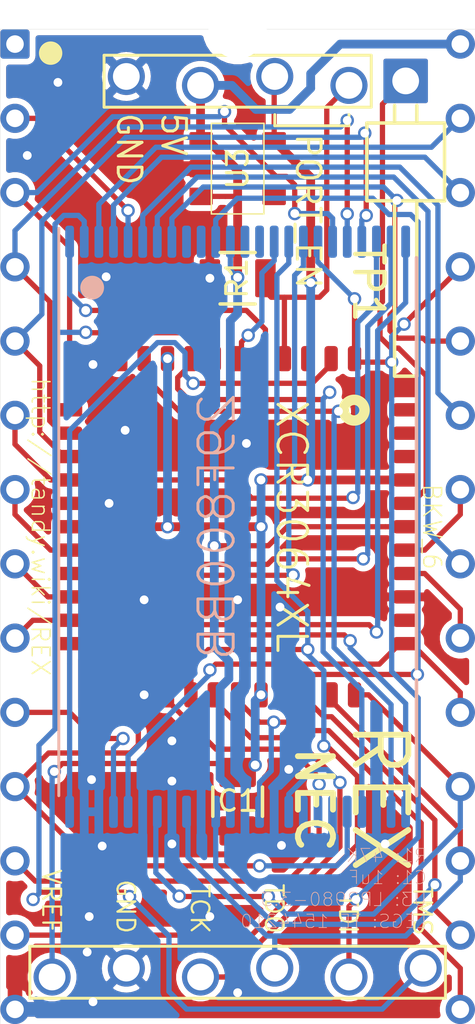
<source format=kicad_pcb>
(kicad_pcb (version 20171130) (host pcbnew 5.1.9-73d0e3b20d~88~ubuntu20.10.1)

  (general
    (thickness 1.6)
    (drawings 44)
    (tracks 484)
    (zones 0)
    (modules 12)
    (nets 43)
  )

  (page USLetter)
  (title_block
    (title "REX NEC, BKW re-spin")
    (date 2021-03-15)
    (rev 006)
    (company "Brian K. White - b.kenyon.w@gmail.com")
    (comment 1 "Original design: Steve Adolph")
  )

  (layers
    (0 Top signal)
    (31 Bottom signal)
    (32 B.Adhes user hide)
    (33 F.Adhes user hide)
    (34 B.Paste user hide)
    (35 F.Paste user hide)
    (36 B.SilkS user)
    (37 F.SilkS user)
    (38 B.Mask user hide)
    (39 F.Mask user hide)
    (40 Dwgs.User user hide)
    (41 Cmts.User user hide)
    (42 Eco1.User user hide)
    (43 Eco2.User user hide)
    (44 Edge.Cuts user)
    (45 Margin user hide)
    (46 B.CrtYd user hide)
    (47 F.CrtYd user hide)
    (48 B.Fab user hide)
    (49 F.Fab user hide)
  )

  (setup
    (last_trace_width 0.3)
    (user_trace_width 0.18)
    (user_trace_width 0.3)
    (user_trace_width 0.5)
    (trace_clearance 0.16)
    (zone_clearance 0.2)
    (zone_45_only no)
    (trace_min 0.18)
    (via_size 0.46)
    (via_drill 0.3)
    (via_min_size 0.46)
    (via_min_drill 0.3)
    (uvia_size 0.46)
    (uvia_drill 0.3)
    (uvias_allowed no)
    (uvia_min_size 0.46)
    (uvia_min_drill 0.3)
    (edge_width 0.01)
    (segment_width 0.2032)
    (pcb_text_width 0.254)
    (pcb_text_size 1.2192 1.2192)
    (mod_edge_width 0.1)
    (mod_text_size 0.4572 0.4572)
    (mod_text_width 0.1)
    (pad_size 1.27 1.27)
    (pad_drill 0.9144)
    (pad_to_mask_clearance 0)
    (solder_mask_min_width 0.22)
    (aux_axis_origin 0 0)
    (grid_origin 145.548 97.282)
    (visible_elements FFFFFF7F)
    (pcbplotparams
      (layerselection 0x010f0_ffffffff)
      (usegerberextensions false)
      (usegerberattributes false)
      (usegerberadvancedattributes true)
      (creategerberjobfile true)
      (excludeedgelayer true)
      (linewidth 0.100000)
      (plotframeref false)
      (viasonmask false)
      (mode 1)
      (useauxorigin false)
      (hpglpennumber 1)
      (hpglpenspeed 20)
      (hpglpendiameter 15.000000)
      (psnegative false)
      (psa4output false)
      (plotreference true)
      (plotvalue true)
      (plotinvisibletext false)
      (padsonsilk false)
      (subtractmaskfromsilk true)
      (outputformat 1)
      (mirror false)
      (drillshape 0)
      (scaleselection 1)
      (outputdirectory "GERBER_REX_NEC_BKW_6"))
  )

  (net 0 "")
  (net 1 GND)
  (net 2 +3V3)
  (net 3 /PORT_EN)
  (net 4 /TP1)
  (net 5 /eD3)
  (net 6 /eA12)
  (net 7 /eD4)
  (net 8 /eA7)
  (net 9 /eA6)
  (net 10 /eD6)
  (net 11 /eA5)
  (net 12 /eD7)
  (net 13 /eA4)
  (net 14 /e~CS)
  (net 15 /eA3)
  (net 16 /eA10)
  (net 17 /eA2)
  (net 18 /e~OE)
  (net 19 /eA1)
  (net 20 /eA11)
  (net 21 /eA0)
  (net 22 /eA9)
  (net 23 /eD0)
  (net 24 /eD1)
  (net 25 /eA13)
  (net 26 /eD2)
  (net 27 /eA14)
  (net 28 +5V)
  (net 29 /TMS)
  (net 30 /TCK)
  (net 31 /_~WE)
  (net 32 /_A17)
  (net 33 /_~CE)
  (net 34 /_~OE)
  (net 35 /_RY~BY)
  (net 36 /_A15)
  (net 37 /_A16)
  (net 38 /eD5)
  (net 39 /eA8)
  (net 40 /EN)
  (net 41 /~RESET_U2)
  (net 42 /~RESET_U1)

  (net_class Default "This is the default net class."
    (clearance 0.16)
    (trace_width 0.18)
    (via_dia 0.46)
    (via_drill 0.3)
    (uvia_dia 0.46)
    (uvia_drill 0.3)
    (diff_pair_width 0.18)
    (diff_pair_gap 0.16)
    (add_net /EN)
    (add_net /PORT_EN)
    (add_net /TCK)
    (add_net /TMS)
    (add_net /TP1)
    (add_net /_A15)
    (add_net /_A16)
    (add_net /_A17)
    (add_net /_RY~BY)
    (add_net /_~CE)
    (add_net /_~OE)
    (add_net /_~WE)
    (add_net /eA0)
    (add_net /eA1)
    (add_net /eA10)
    (add_net /eA11)
    (add_net /eA12)
    (add_net /eA13)
    (add_net /eA14)
    (add_net /eA2)
    (add_net /eA3)
    (add_net /eA4)
    (add_net /eA5)
    (add_net /eA6)
    (add_net /eA7)
    (add_net /eA8)
    (add_net /eA9)
    (add_net /eD0)
    (add_net /eD1)
    (add_net /eD2)
    (add_net /eD3)
    (add_net /eD4)
    (add_net /eD5)
    (add_net /eD6)
    (add_net /eD7)
    (add_net /e~CS)
    (add_net /e~OE)
    (add_net /~RESET_U1)
    (add_net /~RESET_U2)
  )

  (net_class Power ""
    (clearance 0.16)
    (trace_width 0.3)
    (via_dia 0.46)
    (via_drill 0.3)
    (uvia_dia 0.46)
    (uvia_drill 0.3)
    (diff_pair_width 0.18)
    (diff_pair_gap 0.16)
    (add_net +3V3)
    (add_net +5V)
    (add_net GND)
  )

  (module 000_LOCAL:QFP44 (layer Top) (tedit 5FB94A85) (tstamp 5E77BBD9)
    (at 145.548 97.282 270)
    (path /5E976829)
    (attr smd)
    (fp_text reference U1 (at -1.4859 0.2667 270 unlocked) (layer F.SilkS) hide
      (effects (font (size 1.2065 1.2065) (thickness 0.1016)) (justify left bottom))
    )
    (fp_text value XCR3064-VQ44 (at 0.025 0 270 unlocked) (layer Dwgs.User) hide
      (effects (font (size 1.2065 1.2065) (thickness 0.1016)) (justify bottom))
    )
    (fp_text user %R (at 0 0 270) (layer F.Fab)
      (effects (font (size 1 1) (thickness 0.15)))
    )
    (fp_line (start 6 6) (end 6 -6) (layer F.Fab) (width 0.1))
    (fp_line (start -6 6) (end 6 6) (layer F.Fab) (width 0.1))
    (fp_line (start -6 -6) (end -6 6) (layer F.Fab) (width 0.1))
    (fp_line (start 6 -6) (end -6 -6) (layer F.Fab) (width 0.1))
    (fp_circle (center -3.9878 -3.9878) (end -3.8116 -3.9878) (layer F.SilkS) (width 0.3556))
    (fp_circle (center -5.715 -5.715) (end -5.715 -5.815) (layer F.Fab) (width 0.2))
    (fp_line (start -6.7 -6.7) (end 6.7 -6.7) (layer F.CrtYd) (width 0.1))
    (fp_line (start 6.7 -6.7) (end 6.7 6.7) (layer F.CrtYd) (width 0.1))
    (fp_line (start 6.7 6.7) (end -6.7 6.7) (layer F.CrtYd) (width 0.1))
    (fp_line (start -6.7 6.7) (end -6.7 -6.7) (layer F.CrtYd) (width 0.1))
    (pad 44 smd roundrect (at -4 -5.75 270) (size 0.4572 0.8636) (layers Top F.Paste F.Mask) (roundrect_rratio 0.25))
    (pad 43 smd roundrect (at -3.2 -5.75 270) (size 0.4572 0.8636) (layers Top F.Paste F.Mask) (roundrect_rratio 0.25))
    (pad 42 smd roundrect (at -2.4 -5.75 270) (size 0.4572 0.8636) (layers Top F.Paste F.Mask) (roundrect_rratio 0.25))
    (pad 41 smd roundrect (at -1.6 -5.75 270) (size 0.4572 0.8636) (layers Top F.Paste F.Mask) (roundrect_rratio 0.25)
      (net 2 +3V3))
    (pad 40 smd roundrect (at -0.8 -5.75 270) (size 0.4572 0.8636) (layers Top F.Paste F.Mask) (roundrect_rratio 0.25)
      (net 4 /TP1))
    (pad 39 smd roundrect (at 0 -5.75 270) (size 0.4572 0.8636) (layers Top F.Paste F.Mask) (roundrect_rratio 0.25)
      (net 42 /~RESET_U1))
    (pad 38 smd roundrect (at 0.8 -5.75 270) (size 0.4572 0.8636) (layers Top F.Paste F.Mask) (roundrect_rratio 0.25)
      (net 18 /e~OE))
    (pad 37 smd roundrect (at 1.6 -5.75 270) (size 0.4572 0.8636) (layers Top F.Paste F.Mask) (roundrect_rratio 0.25)
      (net 14 /e~CS))
    (pad 36 smd roundrect (at 2.4 -5.75 270) (size 0.4572 0.8636) (layers Top F.Paste F.Mask) (roundrect_rratio 0.25)
      (net 1 GND))
    (pad 35 smd roundrect (at 3.2 -5.75 270) (size 0.4572 0.8636) (layers Top F.Paste F.Mask) (roundrect_rratio 0.25))
    (pad 34 smd roundrect (at 4 -5.75 270) (size 0.4572 0.8636) (layers Top F.Paste F.Mask) (roundrect_rratio 0.25)
      (net 12 /eD7))
    (pad 33 smd roundrect (at 5.75 -4) (size 0.4572 0.8636) (layers Top F.Paste F.Mask) (roundrect_rratio 0.25)
      (net 10 /eD6))
    (pad 32 smd roundrect (at 5.75 -3.2) (size 0.4572 0.8636) (layers Top F.Paste F.Mask) (roundrect_rratio 0.25)
      (net 38 /eD5))
    (pad 31 smd roundrect (at 5.75 -2.4) (size 0.4572 0.8636) (layers Top F.Paste F.Mask) (roundrect_rratio 0.25)
      (net 7 /eD4))
    (pad 30 smd roundrect (at 5.75 -1.6) (size 0.4572 0.8636) (layers Top F.Paste F.Mask) (roundrect_rratio 0.25)
      (net 31 /_~WE))
    (pad 29 smd roundrect (at 5.75 -0.8) (size 0.4572 0.8636) (layers Top F.Paste F.Mask) (roundrect_rratio 0.25)
      (net 2 +3V3))
    (pad 28 smd roundrect (at 5.75 0) (size 0.4572 0.8636) (layers Top F.Paste F.Mask) (roundrect_rratio 0.25)
      (net 5 /eD3))
    (pad 27 smd roundrect (at 5.75 0.8) (size 0.4572 0.8636) (layers Top F.Paste F.Mask) (roundrect_rratio 0.25)
      (net 26 /eD2))
    (pad 26 smd roundrect (at 5.75 1.6) (size 0.4572 0.8636) (layers Top F.Paste F.Mask) (roundrect_rratio 0.25)
      (net 30 /TCK))
    (pad 25 smd roundrect (at 5.75 2.4) (size 0.4572 0.8636) (layers Top F.Paste F.Mask) (roundrect_rratio 0.25)
      (net 24 /eD1))
    (pad 24 smd roundrect (at 5.75 3.2) (size 0.4572 0.8636) (layers Top F.Paste F.Mask) (roundrect_rratio 0.25)
      (net 1 GND))
    (pad 23 smd roundrect (at 5.75 4) (size 0.4572 0.8636) (layers Top F.Paste F.Mask) (roundrect_rratio 0.25)
      (net 23 /eD0))
    (pad 22 smd roundrect (at 4 5.75 270) (size 0.4572 0.8636) (layers Top F.Paste F.Mask) (roundrect_rratio 0.25)
      (net 21 /eA0))
    (pad 21 smd roundrect (at 3.2 5.75 270) (size 0.4572 0.8636) (layers Top F.Paste F.Mask) (roundrect_rratio 0.25)
      (net 19 /eA1))
    (pad 20 smd roundrect (at 2.4 5.75 270) (size 0.4572 0.8636) (layers Top F.Paste F.Mask) (roundrect_rratio 0.25)
      (net 17 /eA2))
    (pad 19 smd roundrect (at 1.6 5.75 270) (size 0.4572 0.8636) (layers Top F.Paste F.Mask) (roundrect_rratio 0.25)
      (net 32 /_A17))
    (pad 18 smd roundrect (at 0.8 5.75 270) (size 0.4572 0.8636) (layers Top F.Paste F.Mask) (roundrect_rratio 0.25)
      (net 15 /eA3))
    (pad 17 smd roundrect (at 0 5.75 270) (size 0.4572 0.8636) (layers Top F.Paste F.Mask) (roundrect_rratio 0.25)
      (net 2 +3V3))
    (pad 16 smd roundrect (at -0.8 5.75 270) (size 0.4572 0.8636) (layers Top F.Paste F.Mask) (roundrect_rratio 0.25)
      (net 1 GND))
    (pad 15 smd roundrect (at -1.6 5.75 270) (size 0.4572 0.8636) (layers Top F.Paste F.Mask) (roundrect_rratio 0.25)
      (net 13 /eA4))
    (pad 14 smd roundrect (at -2.4 5.75 270) (size 0.4572 0.8636) (layers Top F.Paste F.Mask) (roundrect_rratio 0.25)
      (net 11 /eA5))
    (pad 13 smd roundrect (at -3.2 5.75 270) (size 0.4572 0.8636) (layers Top F.Paste F.Mask) (roundrect_rratio 0.25)
      (net 9 /eA6))
    (pad 12 smd roundrect (at -4 5.75 270) (size 0.4572 0.8636) (layers Top F.Paste F.Mask) (roundrect_rratio 0.25)
      (net 8 /eA7))
    (pad 11 smd roundrect (at -5.75 4) (size 0.4572 0.8636) (layers Top F.Paste F.Mask) (roundrect_rratio 0.25))
    (pad 10 smd roundrect (at -5.75 3.2) (size 0.4572 0.8636) (layers Top F.Paste F.Mask) (roundrect_rratio 0.25)
      (net 33 /_~CE))
    (pad 9 smd roundrect (at -5.75 2.4) (size 0.4572 0.8636) (layers Top F.Paste F.Mask) (roundrect_rratio 0.25)
      (net 2 +3V3))
    (pad 8 smd roundrect (at -5.75 1.6) (size 0.4572 0.8636) (layers Top F.Paste F.Mask) (roundrect_rratio 0.25)
      (net 34 /_~OE))
    (pad 7 smd roundrect (at -5.75 0.8) (size 0.4572 0.8636) (layers Top F.Paste F.Mask) (roundrect_rratio 0.25)
      (net 29 /TMS))
    (pad 6 smd roundrect (at -5.75 0) (size 0.4572 0.8636) (layers Top F.Paste F.Mask) (roundrect_rratio 0.25)
      (net 35 /_RY~BY))
    (pad 5 smd roundrect (at -5.75 -0.8) (size 0.4572 0.8636) (layers Top F.Paste F.Mask) (roundrect_rratio 0.25)
      (net 36 /_A15))
    (pad 4 smd roundrect (at -5.75 -1.6) (size 0.4572 0.8636) (layers Top F.Paste F.Mask) (roundrect_rratio 0.25)
      (net 3 /PORT_EN))
    (pad 3 smd roundrect (at -5.75 -2.4) (size 0.4572 0.8636) (layers Top F.Paste F.Mask) (roundrect_rratio 0.25))
    (pad 2 smd roundrect (at -5.75 -3.2) (size 0.4572 0.8636) (layers Top F.Paste F.Mask) (roundrect_rratio 0.25)
      (net 37 /_A16))
    (pad 1 smd roundrect (at -5.75 -4) (size 0.4572 0.8636) (layers Top F.Paste F.Mask) (roundrect_rratio 0.25)
      (net 39 /eA8))
    (model ${KIPRJMOD}/000_LOCAL.pretty/3d/TQFP-44_10x10mm_P0.8mm.step
      (at (xyz 0 0 0))
      (scale (xyz 1 1 1))
      (rotate (xyz 0 0 0))
    )
  )

  (module 000_LOCAL:Net_Tie_2_0.18mm (layer Top) (tedit 5FB9497C) (tstamp 6045B6D2)
    (at 150.508 97.282)
    (path /604EC85E)
    (fp_text reference NT3 (at 0 2) (layer F.SilkS) hide
      (effects (font (size 0.8128 0.8128) (thickness 0.1016)))
    )
    (fp_text value Net-Tie_2 (at 0 -2) (layer F.Fab)
      (effects (font (size 0.7112 0.7112) (thickness 0.0254)))
    )
    (fp_line (start -0.1 0) (end 0.1 0) (layer Top) (width 0.18))
    (pad 2 smd circle (at 0.1 0) (size 0.18 0.18) (layers Top F.Paste)
      (net 42 /~RESET_U1))
    (pad 1 smd circle (at -0.1 0) (size 0.18 0.18) (layers Top F.Paste)
      (net 28 +5V))
  )

  (module 000_LOCAL:Net_Tie_2_0.18mm (layer Bottom) (tedit 5FB9497C) (tstamp 604599FD)
    (at 145.298 88.332 90)
    (path /604B6FEA)
    (fp_text reference NT2 (at 0 -2 90) (layer B.SilkS) hide
      (effects (font (size 0.8128 0.8128) (thickness 0.1016)) (justify mirror))
    )
    (fp_text value Net-Tie_2 (at 0 2 90) (layer B.Fab)
      (effects (font (size 0.7112 0.7112) (thickness 0.0254)) (justify mirror))
    )
    (fp_line (start -0.1 0) (end 0.1 0) (layer Bottom) (width 0.18))
    (pad 2 smd circle (at 0.1 0 90) (size 0.18 0.18) (layers Bottom B.Paste)
      (net 41 /~RESET_U2))
    (pad 1 smd circle (at -0.1 0 90) (size 0.18 0.18) (layers Bottom B.Paste)
      (net 28 +5V))
  )

  (module 000_LOCAL:Net_Tie_2_0.18mm (layer Top) (tedit 5FB9497C) (tstamp 60458AAA)
    (at 145.028 85.982 180)
    (path /6049F9B3)
    (fp_text reference NT1 (at 0 2) (layer F.SilkS) hide
      (effects (font (size 0.8128 0.8128) (thickness 0.1016)))
    )
    (fp_text value Net-Tie_2 (at 0 -2) (layer F.Fab)
      (effects (font (size 0.7112 0.7112) (thickness 0.0254)))
    )
    (fp_line (start -0.1 0) (end 0.1 0) (layer Top) (width 0.18))
    (pad 2 smd circle (at 0.1 0 180) (size 0.18 0.18) (layers Top F.Paste)
      (net 40 /EN))
    (pad 1 smd circle (at -0.1 0 180) (size 0.18 0.18) (layers Top F.Paste)
      (net 28 +5V))
  )

  (module 000_LOCAL:1x6_jamb_stagger (layer Top) (tedit 5FC5A84B) (tstamp 5E77BB5D)
    (at 145.548 112.532)
    (descr "6 pin jamb connector, perpendicular offsets")
    (path /5D38CEC5)
    (solder_mask_margin -0.1524)
    (fp_text reference J2 (at 1.0795 -1.5494 -180) (layer Dwgs.User)
      (effects (font (size 1.2065 1.2065) (thickness 0.127)) (justify right bottom))
    )
    (fp_text value JTAG (at 0 2.54 unlocked) (layer F.Fab)
      (effects (font (size 1.2065 1.2065) (thickness 0.1016)) (justify bottom))
    )
    (fp_poly (pts (xy 6.0325 -0.3175) (xy 6.0325 0.3175) (xy 6.6675 0.3175) (xy 6.6675 -0.3175)) (layer Dwgs.User) (width 0))
    (fp_poly (pts (xy 3.4925 -0.3175) (xy 3.4925 0.3175) (xy 4.1275 0.3175) (xy 4.1275 -0.3175)) (layer Dwgs.User) (width 0))
    (fp_poly (pts (xy 0.9525 -0.3175) (xy 0.9525 0.3175) (xy 1.5875 0.3175) (xy 1.5875 -0.3175)) (layer Dwgs.User) (width 0))
    (fp_poly (pts (xy -1.5875 -0.3175) (xy -1.5875 0.3175) (xy -0.9525 0.3175) (xy -0.9525 -0.3175)) (layer Dwgs.User) (width 0))
    (fp_poly (pts (xy -4.1275 -0.3175) (xy -4.1275 0.3175) (xy -3.4925 0.3175) (xy -3.4925 -0.3175)) (layer Dwgs.User) (width 0))
    (fp_poly (pts (xy -6.6675 -0.3175) (xy -6.6675 0.3175) (xy -6.0325 0.3175) (xy -6.0325 -0.3175)) (layer Dwgs.User) (width 0))
    (pad 6 thru_hole circle (at 6.35 -0.1524) (size 1.27 1.27) (drill 0.9144) (layers *.Cu *.Mask)
      (net 29 /TMS))
    (pad 5 thru_hole circle (at 3.81 0.1524) (size 1.27 1.27) (drill 0.9144) (layers *.Cu *.Mask)
      (net 39 /eA8))
    (pad 4 thru_hole circle (at 1.27 -0.1524) (size 1.27 1.27) (drill 0.9144) (layers *.Cu *.Mask)
      (net 38 /eD5))
    (pad 3 thru_hole circle (at -1.27 0.1524) (size 1.27 1.27) (drill 0.9144) (layers *.Cu *.Mask)
      (net 30 /TCK))
    (pad 2 thru_hole circle (at -3.81 -0.1524) (size 1.27 1.27) (drill 0.9144) (layers *.Cu *.Mask)
      (net 1 GND))
    (pad 1 thru_hole circle (at -6.35 0.1524) (size 1.27 1.27) (drill 0.9144) (layers *.Cu *.Mask)
      (net 2 +3V3))
  )

  (module 000_LOCAL:1x4_jamb_stagger (layer Top) (tedit 5FC5A7EE) (tstamp 5FB7918B)
    (at 145.548 82.032)
    (descr "jamb connector, 4 pin, staggered")
    (path /5D265CE5)
    (solder_mask_margin -0.1524)
    (fp_text reference J3 (at 0 2.3 180) (layer Dwgs.User)
      (effects (font (size 1.2065 1.2065) (thickness 0.127)) (justify bottom))
    )
    (fp_text value PRG (at 0 2.54 unlocked) (layer F.Fab)
      (effects (font (size 1.2065 1.2065) (thickness 0.1016)) (justify bottom))
    )
    (fp_poly (pts (xy -4.1275 -0.3175) (xy -4.1275 0.3175) (xy -3.4925 0.3175) (xy -3.4925 -0.3175)) (layer Dwgs.User) (width 0.000254))
    (fp_poly (pts (xy 3.4925 -0.3175) (xy 3.4925 0.3175) (xy 4.1275 0.3175) (xy 4.1275 -0.3175)) (layer Dwgs.User) (width 0.000254))
    (fp_poly (pts (xy -1.5875 -0.3175) (xy -1.5875 0.3175) (xy -0.9525 0.3175) (xy -0.9525 -0.3175)) (layer Dwgs.User) (width 0.000254))
    (fp_poly (pts (xy 0.9525 -0.3175) (xy 0.9525 0.3175) (xy 1.5875 0.3175) (xy 1.5875 -0.3175)) (layer Dwgs.User) (width 0.000254))
    (pad 4 thru_hole circle (at 3.81 0.1524) (size 1.27 1.27) (drill 0.9144) (layers *.Cu *.Mask)
      (net 3 /PORT_EN))
    (pad 3 thru_hole circle (at 1.27 -0.1524) (size 1.27 1.27) (drill 0.9144) (layers *.Cu *.Mask)
      (net 2 +3V3))
    (pad 2 thru_hole circle (at -1.27 0.1524) (size 1.27 1.27) (drill 0.9144) (layers *.Cu *.Mask)
      (net 28 +5V))
    (pad 1 thru_hole circle (at -3.81 -0.1524) (size 1.27 1.27) (drill 0.9144) (layers *.Cu *.Mask)
      (net 1 GND))
  )

  (module 000_LOCAL:1x1_pin_h (layer Top) (tedit 5FB6CCE6) (tstamp 5E79B6A9)
    (at 151.298 82.032 270)
    (descr "Through hole angled pin header, 1x01, 2.54mm pitch, 6mm pin length, single row")
    (tags "Through hole angled pin header THT 1x01 2.54mm single row")
    (path /E5F42BB8)
    (fp_text reference TP1 (at 6.8961 1.27 270 unlocked) (layer F.SilkS)
      (effects (font (size 1 1) (thickness 0.15)))
    )
    (fp_text value PINHD-1X1 (at 4.31 3.16 90) (layer F.Fab)
      (effects (font (size 1 1) (thickness 0.15)))
    )
    (fp_line (start 10.55 -1.8) (end -1.8 -1.8) (layer F.CrtYd) (width 0.05))
    (fp_line (start 10.55 1.8) (end 10.55 -1.8) (layer F.CrtYd) (width 0.05))
    (fp_line (start -1.8 1.8) (end 10.55 1.8) (layer F.CrtYd) (width 0.05))
    (fp_line (start -1.8 -1.8) (end -1.8 1.8) (layer F.CrtYd) (width 0.05))
    (fp_line (start 0.8382 0.38) (end 1.44 0.38) (layer F.SilkS) (width 0.12))
    (fp_line (start 0.8382 -0.381) (end 1.44 -0.38) (layer F.SilkS) (width 0.12))
    (fp_line (start 10.1 0.38) (end 4.1 0.38) (layer F.SilkS) (width 0.12))
    (fp_line (start 10.1 -0.38) (end 10.1 0.38) (layer F.SilkS) (width 0.12))
    (fp_line (start 4.1 -0.38) (end 10.1 -0.38) (layer F.SilkS) (width 0.12))
    (fp_line (start 4.1 -1.33) (end 1.44 -1.33) (layer F.SilkS) (width 0.12))
    (fp_line (start 4.1 1.33) (end 4.1 -1.33) (layer F.SilkS) (width 0.12))
    (fp_line (start 1.44 1.33) (end 4.1 1.33) (layer F.SilkS) (width 0.12))
    (fp_line (start 1.44 -1.33) (end 1.44 1.33) (layer F.SilkS) (width 0.12))
    (fp_line (start 4.04 0.32) (end 10.04 0.32) (layer F.Fab) (width 0.1))
    (fp_line (start 10.04 -0.32) (end 10.04 0.32) (layer F.Fab) (width 0.1))
    (fp_line (start 4.04 -0.32) (end 10.04 -0.32) (layer F.Fab) (width 0.1))
    (fp_line (start -0.32 0.32) (end 1.5 0.32) (layer F.Fab) (width 0.1))
    (fp_line (start -0.32 -0.32) (end -0.32 0.32) (layer F.Fab) (width 0.1))
    (fp_line (start -0.32 -0.32) (end 1.5 -0.32) (layer F.Fab) (width 0.1))
    (fp_line (start 1.5 -0.635) (end 2.135 -1.27) (layer F.Fab) (width 0.1))
    (fp_line (start 1.5 1.27) (end 1.5 -0.635) (layer F.Fab) (width 0.1))
    (fp_line (start 4.04 1.27) (end 1.5 1.27) (layer F.Fab) (width 0.1))
    (fp_line (start 4.04 -1.27) (end 4.04 1.27) (layer F.Fab) (width 0.1))
    (fp_line (start 2.135 -1.27) (end 4.04 -1.27) (layer F.Fab) (width 0.1))
    (fp_text user %R (at 2.77 0) (layer F.Fab)
      (effects (font (size 1 1) (thickness 0.15)))
    )
    (pad 1 thru_hole roundrect (at 0 0 270) (size 1.524 1.524) (drill 0.9144) (layers *.Cu *.Mask) (roundrect_rratio 0.05)
      (net 4 /TP1))
    (model ${KIPRJMOD}/000_LOCAL.pretty/3d/PinHeader_1x01_P2.54mm_Horizontal.step
      (at (xyz 0 0 0))
      (scale (xyz 1 1 1))
      (rotate (xyz 0 0 0))
    )
  )

  (module 000_LOCAL:DIP-28_W15.24mm_pcb_sil_pins (layer Top) (tedit 5FB6C150) (tstamp 5E77BB4D)
    (at 145.548 97.282)
    (descr "28-lead though-hole mounted DIP package, row spacing 15.24 mm (600 mils)")
    (tags "THT DIP DIL PDIP 2.54mm 15.24mm 600mil")
    (path /5D27638E)
    (fp_text reference J1 (at -5.7908 -16.002) (layer F.SilkS) hide
      (effects (font (size 1 1) (thickness 0.15)))
    )
    (fp_text value "DIP28 legs 27C256" (at 0 18.84) (layer F.Fab)
      (effects (font (size 1 1) (thickness 0.15)))
    )
    (fp_line (start -8.128 -17.018) (end -8.128 17.018) (layer F.CrtYd) (width 0.01))
    (fp_line (start -8.128 17.018) (end 8.128 17.018) (layer F.CrtYd) (width 0.01))
    (fp_line (start 8.128 17.018) (end 8.128 -17.018) (layer F.CrtYd) (width 0.01))
    (fp_line (start 8.128 -17.018) (end -8.128 -17.018) (layer F.CrtYd) (width 0.01))
    (fp_text user %R (at 0.27 3.12) (layer F.Fab)
      (effects (font (size 1 1) (thickness 0.15)))
    )
    (pad 28 thru_hole circle (at 7.62 -16.51) (size 1 1) (drill 0.6) (layers *.Cu *.Mask)
      (net 28 +5V))
    (pad 14 thru_hole circle (at -7.62 16.51) (size 1 1) (drill 0.6) (layers *.Cu *.Mask)
      (net 1 GND))
    (pad 27 thru_hole circle (at 7.62 -13.97) (size 1 1) (drill 0.6) (layers *.Cu *.Mask)
      (net 27 /eA14))
    (pad 13 thru_hole circle (at -7.62 13.97) (size 1 1) (drill 0.6) (layers *.Cu *.Mask)
      (net 26 /eD2))
    (pad 26 thru_hole circle (at 7.62 -11.43) (size 1 1) (drill 0.6) (layers *.Cu *.Mask)
      (net 25 /eA13))
    (pad 12 thru_hole circle (at -7.62 11.43) (size 1 1) (drill 0.6) (layers *.Cu *.Mask)
      (net 24 /eD1))
    (pad 25 thru_hole circle (at 7.62 -8.89) (size 1 1) (drill 0.6) (layers *.Cu *.Mask)
      (net 39 /eA8))
    (pad 11 thru_hole circle (at -7.62 8.89) (size 1 1) (drill 0.6) (layers *.Cu *.Mask)
      (net 23 /eD0))
    (pad 24 thru_hole circle (at 7.62 -6.35) (size 1 1) (drill 0.6) (layers *.Cu *.Mask)
      (net 22 /eA9))
    (pad 10 thru_hole circle (at -7.62 6.35) (size 1 1) (drill 0.6) (layers *.Cu *.Mask)
      (net 21 /eA0))
    (pad 23 thru_hole circle (at 7.62 -3.81) (size 1 1) (drill 0.6) (layers *.Cu *.Mask)
      (net 20 /eA11))
    (pad 9 thru_hole circle (at -7.62 3.81) (size 1 1) (drill 0.6) (layers *.Cu *.Mask)
      (net 19 /eA1))
    (pad 22 thru_hole circle (at 7.62 -1.27) (size 1 1) (drill 0.6) (layers *.Cu *.Mask)
      (net 18 /e~OE))
    (pad 8 thru_hole circle (at -7.62 1.27) (size 1 1) (drill 0.6) (layers *.Cu *.Mask)
      (net 17 /eA2))
    (pad 21 thru_hole circle (at 7.62 1.27) (size 1 1) (drill 0.6) (layers *.Cu *.Mask)
      (net 16 /eA10))
    (pad 7 thru_hole circle (at -7.62 -1.27) (size 1 1) (drill 0.6) (layers *.Cu *.Mask)
      (net 15 /eA3))
    (pad 20 thru_hole circle (at 7.62 3.81) (size 1 1) (drill 0.6) (layers *.Cu *.Mask)
      (net 14 /e~CS))
    (pad 6 thru_hole circle (at -7.62 -3.81) (size 1 1) (drill 0.6) (layers *.Cu *.Mask)
      (net 13 /eA4))
    (pad 19 thru_hole circle (at 7.62 6.35) (size 1 1) (drill 0.6) (layers *.Cu *.Mask)
      (net 12 /eD7))
    (pad 5 thru_hole circle (at -7.62 -6.35) (size 1 1) (drill 0.6) (layers *.Cu *.Mask)
      (net 11 /eA5))
    (pad 18 thru_hole circle (at 7.62 8.89) (size 1 1) (drill 0.6) (layers *.Cu *.Mask)
      (net 10 /eD6))
    (pad 4 thru_hole circle (at -7.62 -8.89) (size 1 1) (drill 0.6) (layers *.Cu *.Mask)
      (net 9 /eA6))
    (pad 17 thru_hole circle (at 7.62 11.43) (size 1 1) (drill 0.6) (layers *.Cu *.Mask)
      (net 38 /eD5))
    (pad 3 thru_hole circle (at -7.62 -11.43) (size 1 1) (drill 0.6) (layers *.Cu *.Mask)
      (net 8 /eA7))
    (pad 16 thru_hole circle (at 7.62 13.97) (size 1 1) (drill 0.6) (layers *.Cu *.Mask)
      (net 7 /eD4))
    (pad 2 thru_hole circle (at -7.62 -13.97) (size 1 1) (drill 0.6) (layers *.Cu *.Mask)
      (net 6 /eA12))
    (pad 15 thru_hole circle (at 7.62 16.51) (size 1 1) (drill 0.6) (layers *.Cu *.Mask)
      (net 5 /eD3))
    (pad 1 thru_hole roundrect (at -7.62 -16.51) (size 1 1) (drill 0.6) (layers *.Cu *.Mask) (roundrect_rratio 0.1))
    (pad "" np_thru_hole circle (at 0 -17.018) (size 2 2) (drill 2) (layers *.Cu *.Mask))
    (model ${KIPRJMOD}/000_LOCAL.pretty/3d/DIL_LEG.step
      (offset (xyz -7.62 16.51 0.18))
      (scale (xyz 1 1 1))
      (rotate (xyz 0 0 0))
    )
    (model ${KIPRJMOD}/000_LOCAL.pretty/3d/DIL_LEG.step
      (offset (xyz -7.62 13.97 0.18))
      (scale (xyz 1 1 1))
      (rotate (xyz 0 0 0))
    )
    (model ${KIPRJMOD}/000_LOCAL.pretty/3d/DIL_LEG.step
      (offset (xyz -7.62 11.43 0.18))
      (scale (xyz 1 1 1))
      (rotate (xyz 0 0 0))
    )
    (model ${KIPRJMOD}/000_LOCAL.pretty/3d/DIL_LEG.step
      (offset (xyz -7.62 8.890000000000001 0.18))
      (scale (xyz 1 1 1))
      (rotate (xyz 0 0 0))
    )
    (model ${KIPRJMOD}/000_LOCAL.pretty/3d/DIL_LEG.step
      (offset (xyz -7.62 6.35 0.18))
      (scale (xyz 1 1 1))
      (rotate (xyz 0 0 0))
    )
    (model ${KIPRJMOD}/000_LOCAL.pretty/3d/DIL_LEG.step
      (offset (xyz -7.62 3.81 0.18))
      (scale (xyz 1 1 1))
      (rotate (xyz 0 0 0))
    )
    (model ${KIPRJMOD}/000_LOCAL.pretty/3d/DIL_LEG.step
      (offset (xyz -7.62 1.27 0.18))
      (scale (xyz 1 1 1))
      (rotate (xyz 0 0 0))
    )
    (model ${KIPRJMOD}/000_LOCAL.pretty/3d/DIL_LEG.step
      (offset (xyz -7.62 -1.27 0.18))
      (scale (xyz 1 1 1))
      (rotate (xyz 0 0 0))
    )
    (model ${KIPRJMOD}/000_LOCAL.pretty/3d/DIL_LEG.step
      (offset (xyz -7.62 -3.81 0.18))
      (scale (xyz 1 1 1))
      (rotate (xyz 0 0 0))
    )
    (model ${KIPRJMOD}/000_LOCAL.pretty/3d/DIL_LEG.step
      (offset (xyz -7.62 -6.35 0.18))
      (scale (xyz 1 1 1))
      (rotate (xyz 0 0 0))
    )
    (model ${KIPRJMOD}/000_LOCAL.pretty/3d/DIL_LEG.step
      (offset (xyz -7.62 -8.890000000000001 0.18))
      (scale (xyz 1 1 1))
      (rotate (xyz 0 0 0))
    )
    (model ${KIPRJMOD}/000_LOCAL.pretty/3d/DIL_LEG.step
      (offset (xyz -7.62 -11.43 0.18))
      (scale (xyz 1 1 1))
      (rotate (xyz 0 0 0))
    )
    (model ${KIPRJMOD}/000_LOCAL.pretty/3d/DIL_LEG.step
      (offset (xyz -7.62 -13.97 0.18))
      (scale (xyz 1 1 1))
      (rotate (xyz 0 0 0))
    )
    (model ${KIPRJMOD}/000_LOCAL.pretty/3d/DIL_LEG.step
      (offset (xyz -7.62 -16.51 0.18))
      (scale (xyz 1 1 1))
      (rotate (xyz 0 0 0))
    )
    (model ${KIPRJMOD}/000_LOCAL.pretty/3d/DIL_LEG.step
      (offset (xyz 7.62 -16.51 0.18))
      (scale (xyz 1 1 1))
      (rotate (xyz 0 0 0))
    )
    (model ${KIPRJMOD}/000_LOCAL.pretty/3d/DIL_LEG.step
      (offset (xyz 7.62 -13.97 0.18))
      (scale (xyz 1 1 1))
      (rotate (xyz 0 0 0))
    )
    (model ${KIPRJMOD}/000_LOCAL.pretty/3d/DIL_LEG.step
      (offset (xyz 7.62 -11.43 0.18))
      (scale (xyz 1 1 1))
      (rotate (xyz 0 0 0))
    )
    (model ${KIPRJMOD}/000_LOCAL.pretty/3d/DIL_LEG.step
      (offset (xyz 7.62 -8.890000000000001 0.18))
      (scale (xyz 1 1 1))
      (rotate (xyz 0 0 0))
    )
    (model ${KIPRJMOD}/000_LOCAL.pretty/3d/DIL_LEG.step
      (offset (xyz 7.62 -6.35 0.18))
      (scale (xyz 1 1 1))
      (rotate (xyz 0 0 0))
    )
    (model ${KIPRJMOD}/000_LOCAL.pretty/3d/DIL_LEG.step
      (offset (xyz 7.62 -3.81 0.18))
      (scale (xyz 1 1 1))
      (rotate (xyz 0 0 0))
    )
    (model ${KIPRJMOD}/000_LOCAL.pretty/3d/DIL_LEG.step
      (offset (xyz 7.62 -1.27 0.18))
      (scale (xyz 1 1 1))
      (rotate (xyz 0 0 0))
    )
    (model ${KIPRJMOD}/000_LOCAL.pretty/3d/DIL_LEG.step
      (offset (xyz 7.62 1.27 0.18))
      (scale (xyz 1 1 1))
      (rotate (xyz 0 0 0))
    )
    (model ${KIPRJMOD}/000_LOCAL.pretty/3d/DIL_LEG.step
      (offset (xyz 7.62 3.81 0.18))
      (scale (xyz 1 1 1))
      (rotate (xyz 0 0 0))
    )
    (model ${KIPRJMOD}/000_LOCAL.pretty/3d/DIL_LEG.step
      (offset (xyz 7.62 6.35 0.18))
      (scale (xyz 1 1 1))
      (rotate (xyz 0 0 0))
    )
    (model ${KIPRJMOD}/000_LOCAL.pretty/3d/DIL_LEG.step
      (offset (xyz 7.62 8.890000000000001 0.18))
      (scale (xyz 1 1 1))
      (rotate (xyz 0 0 0))
    )
    (model ${KIPRJMOD}/000_LOCAL.pretty/3d/DIL_LEG.step
      (offset (xyz 7.62 11.43 0.18))
      (scale (xyz 1 1 1))
      (rotate (xyz 0 0 0))
    )
    (model ${KIPRJMOD}/000_LOCAL.pretty/3d/DIL_LEG.step
      (offset (xyz 7.62 13.97 0.18))
      (scale (xyz 1 1 1))
      (rotate (xyz 0 0 0))
    )
    (model ${KIPRJMOD}/000_LOCAL.pretty/3d/DIL_LEG.step
      (offset (xyz 7.62 16.51 0.18))
      (scale (xyz 1 1 1))
      (rotate (xyz 0 0 0))
    )
  )

  (module 000_LOCAL:C_0805 (layer Top) (tedit 5FB6BB7C) (tstamp 5E77BB27)
    (at 145.548 106.687 270)
    (descr "Capacitor SMD 0805, reflow soldering, AVX (see smccp.pdf)")
    (tags "capacitor 0805")
    (path /327B8ADF)
    (attr smd)
    (fp_text reference C1 (at -0.025 0) (layer F.SilkS)
      (effects (font (size 0.7112 0.7112) (thickness 0.1016)))
    )
    (fp_text value C-USC0805 (at 0 1.75 90) (layer F.Fab)
      (effects (font (size 1 1) (thickness 0.15)))
    )
    (fp_line (start 1.75 0.87) (end -1.75 0.87) (layer F.CrtYd) (width 0.05))
    (fp_line (start 1.75 0.87) (end 1.75 -0.88) (layer F.CrtYd) (width 0.05))
    (fp_line (start -1.75 -0.88) (end -1.75 0.87) (layer F.CrtYd) (width 0.05))
    (fp_line (start -1.75 -0.88) (end 1.75 -0.88) (layer F.CrtYd) (width 0.05))
    (fp_line (start -0.5 0.85) (end 0.5 0.85) (layer F.SilkS) (width 0.12))
    (fp_line (start 0.5 -0.85) (end -0.5 -0.85) (layer F.SilkS) (width 0.12))
    (fp_line (start -1 -0.62) (end 1 -0.62) (layer F.Fab) (width 0.1))
    (fp_line (start 1 -0.62) (end 1 0.62) (layer F.Fab) (width 0.1))
    (fp_line (start 1 0.62) (end -1 0.62) (layer F.Fab) (width 0.1))
    (fp_line (start -1 0.62) (end -1 -0.62) (layer F.Fab) (width 0.1))
    (fp_text user %R (at 0 -1.5 90) (layer F.Fab)
      (effects (font (size 1 1) (thickness 0.15)))
    )
    (pad 2 smd roundrect (at 1 0 270) (size 1 1.25) (layers Top F.Paste F.Mask) (roundrect_rratio 0.1)
      (net 1 GND))
    (pad 1 smd roundrect (at -1 0 270) (size 1 1.25) (layers Top F.Paste F.Mask) (roundrect_rratio 0.1)
      (net 2 +3V3))
    (model ${KIPRJMOD}/000_LOCAL.pretty/3d/C_0805_2012Metric.step
      (at (xyz 0 0 0))
      (scale (xyz 1 1 1))
      (rotate (xyz 0 0 0))
    )
  )

  (module 000_LOCAL:R_0805 (layer Top) (tedit 5FB6BB99) (tstamp 5E77BB7A)
    (at 145.548 88.782)
    (descr "Resistor SMD 0805, reflow soldering, Vishay (see dcrcw.pdf)")
    (tags "resistor 0805")
    (path /2604F989)
    (attr smd)
    (fp_text reference R1 (at -0.025 0 -90) (layer F.SilkS)
      (effects (font (size 0.7112 0.7112) (thickness 0.1016)))
    )
    (fp_text value 47k (at 0 1.75) (layer F.Fab)
      (effects (font (size 1 1) (thickness 0.15)))
    )
    (fp_line (start 1.55 0.9) (end -1.55 0.9) (layer F.CrtYd) (width 0.05))
    (fp_line (start 1.55 0.9) (end 1.55 -0.9) (layer F.CrtYd) (width 0.05))
    (fp_line (start -1.55 -0.9) (end -1.55 0.9) (layer F.CrtYd) (width 0.05))
    (fp_line (start -1.55 -0.9) (end 1.55 -0.9) (layer F.CrtYd) (width 0.05))
    (fp_line (start -0.6 -0.88) (end 0.6 -0.88) (layer F.SilkS) (width 0.12))
    (fp_line (start 0.6 0.88) (end -0.6 0.88) (layer F.SilkS) (width 0.12))
    (fp_line (start -1 -0.62) (end 1 -0.62) (layer F.Fab) (width 0.1))
    (fp_line (start 1 -0.62) (end 1 0.62) (layer F.Fab) (width 0.1))
    (fp_line (start 1 0.62) (end -1 0.62) (layer F.Fab) (width 0.1))
    (fp_line (start -1 0.62) (end -1 -0.62) (layer F.Fab) (width 0.1))
    (fp_text user %R (at 0 0) (layer F.Fab)
      (effects (font (size 0.5 0.5) (thickness 0.075)))
    )
    (pad 2 smd roundrect (at 0.95 0) (size 0.7 1.3) (layers Top F.Paste F.Mask) (roundrect_rratio 0.1)
      (net 3 /PORT_EN))
    (pad 1 smd roundrect (at -0.95 0) (size 0.7 1.3) (layers Top F.Paste F.Mask) (roundrect_rratio 0.1)
      (net 1 GND))
    (model ${KIPRJMOD}/000_LOCAL.pretty/3d/R_0805_2012Metric.step
      (at (xyz 0 0 0))
      (scale (xyz 1 1 1))
      (rotate (xyz 0 0 0))
    )
  )

  (module 000_LOCAL:SOT-23-5 (layer Top) (tedit 5FB6BB0C) (tstamp 5E77BC2D)
    (at 145.548 85.032)
    (descr "5-pin SOT23 package")
    (tags SOT-23-5)
    (path /5D30DD1C)
    (attr smd)
    (fp_text reference U3 (at 0.0004 0 -90) (layer F.SilkS)
      (effects (font (size 0.7112 0.7112) (thickness 0.1016)))
    )
    (fp_text value LP2980 (at 0 2.9) (layer F.Fab)
      (effects (font (size 1 1) (thickness 0.15)))
    )
    (fp_line (start -0.9 -1.55) (end -0.9 1.55) (layer F.SilkS) (width 0.0508))
    (fp_line (start 0.9 -1.55) (end -0.9 -1.55) (layer F.SilkS) (width 0.0508))
    (fp_line (start 0.9 1.55) (end 0.9 -1.55) (layer F.SilkS) (width 0.0508))
    (fp_line (start -0.9 1.55) (end 0.9 1.55) (layer F.SilkS) (width 0.0508))
    (fp_line (start -0.9 -0.9) (end -0.25 -1.55) (layer F.Fab) (width 0.1))
    (fp_line (start 0.9 -1.55) (end -0.25 -1.55) (layer F.Fab) (width 0.1))
    (fp_line (start -0.9 -0.9) (end -0.9 1.55) (layer F.Fab) (width 0.1))
    (fp_line (start 0.9 1.55) (end -0.9 1.55) (layer F.Fab) (width 0.1))
    (fp_line (start 0.9 -1.55) (end 0.9 1.55) (layer F.Fab) (width 0.1))
    (fp_text user %R (at 0 0 90) (layer F.Fab)
      (effects (font (size 0.5 0.5) (thickness 0.075)))
    )
    (pad 5 smd roundrect (at 1.25 -0.95) (size 0.8 0.6) (layers Top F.Paste F.Mask) (roundrect_rratio 0.1)
      (net 2 +3V3))
    (pad 4 smd roundrect (at 1.25 0.95) (size 0.8 0.6) (layers Top F.Paste F.Mask) (roundrect_rratio 0.1))
    (pad 3 smd roundrect (at -1.25 0.95) (size 0.8 0.6) (layers Top F.Paste F.Mask) (roundrect_rratio 0.1)
      (net 40 /EN))
    (pad 2 smd roundrect (at -1.25 0) (size 0.8 0.6) (layers Top F.Paste F.Mask) (roundrect_rratio 0.1)
      (net 1 GND))
    (pad 1 smd roundrect (at -1.25 -0.95) (size 0.8 0.6) (layers Top F.Paste F.Mask) (roundrect_rratio 0.1)
      (net 28 +5V))
    (model ${KIPRJMOD}/000_LOCAL.pretty/3d/SOT-23-5.step
      (at (xyz 0 0 0))
      (scale (xyz 1 1 1))
      (rotate (xyz 0 0 0))
    )
  )

  (module 000_LOCAL:TSOP-48 (layer Bottom) (tedit 5FB6BA7A) (tstamp 5E77BC1A)
    (at 145.548 97.282 270)
    (descr "TSOP I, 32 pins, 18.4x8mm body (https://www.micron.com/~/media/documents/products/technical-note/nor-flash/tn1225_land_pad_design.pdf)")
    (tags "TSOP I 32")
    (path /5EA914C4)
    (attr smd)
    (fp_text reference U2 (at -1.58496 -0.44958 270) (layer B.SilkS) hide
      (effects (font (size 1.2065 1.2065) (thickness 0.1016)) (justify right bottom mirror))
    )
    (fp_text value 29F800BB (at 0 -0.0004 270) (layer B.SilkS)
      (effects (font (size 1.2065 1.2065) (thickness 0.1016)) (justify bottom mirror))
    )
    (fp_circle (center -8.1788 4.9784) (end -7.9756 4.9784) (layer B.SilkS) (width 0.4064))
    (fp_line (start -8.2 6) (end 9.2 6) (layer B.Fab) (width 0.1))
    (fp_line (start -9.2 -6) (end -9.2 5) (layer B.Fab) (width 0.1))
    (fp_line (start 9.2 -6) (end -9.2 -6) (layer B.Fab) (width 0.1))
    (fp_line (start 9.2 6) (end 9.2 -6) (layer B.Fab) (width 0.1))
    (fp_line (start -8.2 6) (end -9.2 5) (layer B.Fab) (width 0.1))
    (fp_line (start 9.2 6.12) (end -10.2 6.12) (layer B.SilkS) (width 0.1))
    (fp_line (start -9.2 -6.12) (end 9.2 -6.12) (layer B.SilkS) (width 0.12))
    (fp_line (start -10.55 6.25) (end 10.55 6.25) (layer B.CrtYd) (width 0.05))
    (fp_line (start 10.55 6.25) (end 10.55 -6.25) (layer B.CrtYd) (width 0.05))
    (fp_line (start 10.55 -6.25) (end -10.55 -6.25) (layer B.CrtYd) (width 0.05))
    (fp_line (start -10.55 -6.25) (end -10.55 6.25) (layer B.CrtYd) (width 0.05))
    (fp_text user %R (at 0 0 270) (layer B.Fab)
      (effects (font (size 1 1) (thickness 0.15)) (justify mirror))
    )
    (pad 1 smd roundrect (at -9.75 5.75 270) (size 1.1 0.3) (layers Bottom B.Paste B.Mask) (roundrect_rratio 0.32)
      (net 36 /_A15))
    (pad 25 smd roundrect (at 9.75 -5.75 270) (size 1.1 0.3) (layers Bottom B.Paste B.Mask) (roundrect_rratio 0.32)
      (net 19 /eA1))
    (pad 2 smd roundrect (at -9.75 5.25 270) (size 1.1 0.3) (layers Bottom B.Paste B.Mask) (roundrect_rratio 0.32)
      (net 29 /TMS))
    (pad 3 smd roundrect (at -9.75 4.75 270) (size 1.1 0.3) (layers Bottom B.Paste B.Mask) (roundrect_rratio 0.32)
      (net 27 /eA14))
    (pad 4 smd roundrect (at -9.75 4.25 270) (size 1.1 0.3) (layers Bottom B.Paste B.Mask) (roundrect_rratio 0.32)
      (net 25 /eA13))
    (pad 5 smd roundrect (at -9.75 3.75 270) (size 1.1 0.3) (layers Bottom B.Paste B.Mask) (roundrect_rratio 0.32)
      (net 6 /eA12))
    (pad 6 smd roundrect (at -9.75 3.25 270) (size 1.1 0.3) (layers Bottom B.Paste B.Mask) (roundrect_rratio 0.32)
      (net 20 /eA11))
    (pad 7 smd roundrect (at -9.75 2.75 270) (size 1.1 0.3) (layers Bottom B.Paste B.Mask) (roundrect_rratio 0.32)
      (net 16 /eA10))
    (pad 8 smd roundrect (at -9.75 2.25 270) (size 1.1 0.3) (layers Bottom B.Paste B.Mask) (roundrect_rratio 0.32)
      (net 22 /eA9))
    (pad 9 smd roundrect (at -9.75 1.75 270) (size 1.1 0.3) (layers Bottom B.Paste B.Mask) (roundrect_rratio 0.32))
    (pad 10 smd roundrect (at -9.75 1.25 270) (size 1.1 0.3) (layers Bottom B.Paste B.Mask) (roundrect_rratio 0.32))
    (pad 11 smd roundrect (at -9.75 0.75 270) (size 1.1 0.3) (layers Bottom B.Paste B.Mask) (roundrect_rratio 0.32)
      (net 31 /_~WE))
    (pad 12 smd roundrect (at -9.75 0.25 270) (size 1.1 0.3) (layers Bottom B.Paste B.Mask) (roundrect_rratio 0.32)
      (net 41 /~RESET_U2))
    (pad 13 smd roundrect (at -9.75 -0.25 270) (size 1.1 0.3) (layers Bottom B.Paste B.Mask) (roundrect_rratio 0.32))
    (pad 14 smd roundrect (at -9.75 -0.75 270) (size 1.1 0.3) (layers Bottom B.Paste B.Mask) (roundrect_rratio 0.32))
    (pad 15 smd roundrect (at -9.75 -1.25 270) (size 1.1 0.3) (layers Bottom B.Paste B.Mask) (roundrect_rratio 0.32)
      (net 35 /_RY~BY))
    (pad 16 smd roundrect (at -9.75 -1.75 270) (size 1.1 0.3) (layers Bottom B.Paste B.Mask) (roundrect_rratio 0.32)
      (net 30 /TCK))
    (pad 17 smd roundrect (at -9.75 -2.25 270) (size 1.1 0.3) (layers Bottom B.Paste B.Mask) (roundrect_rratio 0.32)
      (net 32 /_A17))
    (pad 18 smd roundrect (at -9.75 -2.75 270) (size 1.1 0.3) (layers Bottom B.Paste B.Mask) (roundrect_rratio 0.32)
      (net 39 /eA8))
    (pad 19 smd roundrect (at -9.75 -3.25 270) (size 1.1 0.3) (layers Bottom B.Paste B.Mask) (roundrect_rratio 0.32)
      (net 8 /eA7))
    (pad 20 smd roundrect (at -9.75 -3.75 270) (size 1.1 0.3) (layers Bottom B.Paste B.Mask) (roundrect_rratio 0.32)
      (net 9 /eA6))
    (pad 21 smd roundrect (at -9.75 -4.25 270) (size 1.1 0.3) (layers Bottom B.Paste B.Mask) (roundrect_rratio 0.32)
      (net 11 /eA5))
    (pad 22 smd roundrect (at -9.75 -4.75 270) (size 1.1 0.3) (layers Bottom B.Paste B.Mask) (roundrect_rratio 0.32)
      (net 13 /eA4))
    (pad 23 smd roundrect (at -9.75 -5.25 270) (size 1.1 0.3) (layers Bottom B.Paste B.Mask) (roundrect_rratio 0.32)
      (net 15 /eA3))
    (pad 24 smd roundrect (at -9.75 -5.75 270) (size 1.1 0.3) (layers Bottom B.Paste B.Mask) (roundrect_rratio 0.32)
      (net 17 /eA2))
    (pad 26 smd roundrect (at 9.75 -5.25 270) (size 1.1 0.3) (layers Bottom B.Paste B.Mask) (roundrect_rratio 0.32)
      (net 33 /_~CE))
    (pad 27 smd roundrect (at 9.75 -4.75 270) (size 1.1 0.3) (layers Bottom B.Paste B.Mask) (roundrect_rratio 0.32)
      (net 1 GND))
    (pad 28 smd roundrect (at 9.75 -4.25 270) (size 1.1 0.3) (layers Bottom B.Paste B.Mask) (roundrect_rratio 0.32)
      (net 34 /_~OE))
    (pad 29 smd roundrect (at 9.75 -3.75 270) (size 1.1 0.3) (layers Bottom B.Paste B.Mask) (roundrect_rratio 0.32)
      (net 23 /eD0))
    (pad 30 smd roundrect (at 9.75 -3.25 270) (size 1.1 0.3) (layers Bottom B.Paste B.Mask) (roundrect_rratio 0.32)
      (net 1 GND))
    (pad 31 smd roundrect (at 9.75 -2.75 270) (size 1.1 0.3) (layers Bottom B.Paste B.Mask) (roundrect_rratio 0.32)
      (net 24 /eD1))
    (pad 32 smd roundrect (at 9.75 -2.25 270) (size 1.1 0.3) (layers Bottom B.Paste B.Mask) (roundrect_rratio 0.32)
      (net 1 GND))
    (pad 33 smd roundrect (at 9.75 -1.75 270) (size 1.1 0.3) (layers Bottom B.Paste B.Mask) (roundrect_rratio 0.32)
      (net 26 /eD2))
    (pad 34 smd roundrect (at 9.75 -1.25 270) (size 1.1 0.3) (layers Bottom B.Paste B.Mask) (roundrect_rratio 0.32)
      (net 1 GND))
    (pad 35 smd roundrect (at 9.75 -0.75 270) (size 1.1 0.3) (layers Bottom B.Paste B.Mask) (roundrect_rratio 0.32)
      (net 5 /eD3))
    (pad 36 smd roundrect (at 9.75 -0.25 270) (size 1.1 0.3) (layers Bottom B.Paste B.Mask) (roundrect_rratio 0.32)
      (net 1 GND))
    (pad 37 smd roundrect (at 9.75 0.25 270) (size 1.1 0.3) (layers Bottom B.Paste B.Mask) (roundrect_rratio 0.32)
      (net 28 +5V))
    (pad 38 smd roundrect (at 9.75 0.75 270) (size 1.1 0.3) (layers Bottom B.Paste B.Mask) (roundrect_rratio 0.32)
      (net 7 /eD4))
    (pad 39 smd roundrect (at 9.75 1.25 270) (size 1.1 0.3) (layers Bottom B.Paste B.Mask) (roundrect_rratio 0.32)
      (net 1 GND))
    (pad 40 smd roundrect (at 9.75 1.75 270) (size 1.1 0.3) (layers Bottom B.Paste B.Mask) (roundrect_rratio 0.32)
      (net 38 /eD5))
    (pad 41 smd roundrect (at 9.75 2.25 270) (size 1.1 0.3) (layers Bottom B.Paste B.Mask) (roundrect_rratio 0.32)
      (net 1 GND))
    (pad 42 smd roundrect (at 9.75 2.75 270) (size 1.1 0.3) (layers Bottom B.Paste B.Mask) (roundrect_rratio 0.32)
      (net 10 /eD6))
    (pad 43 smd roundrect (at 9.75 3.25 270) (size 1.1 0.3) (layers Bottom B.Paste B.Mask) (roundrect_rratio 0.32)
      (net 1 GND))
    (pad 44 smd roundrect (at 9.75 3.75 270) (size 1.1 0.3) (layers Bottom B.Paste B.Mask) (roundrect_rratio 0.32)
      (net 12 /eD7))
    (pad 45 smd roundrect (at 9.75 4.25 270) (size 1.1 0.3) (layers Bottom B.Paste B.Mask) (roundrect_rratio 0.32)
      (net 21 /eA0))
    (pad 46 smd roundrect (at 9.75 4.75 270) (size 1.1 0.3) (layers Bottom B.Paste B.Mask) (roundrect_rratio 0.32)
      (net 1 GND))
    (pad 47 smd roundrect (at 9.75 5.25 270) (size 1.1 0.3) (layers Bottom B.Paste B.Mask) (roundrect_rratio 0.32)
      (net 1 GND))
    (pad 48 smd roundrect (at 9.75 5.75 270) (size 1.1 0.3) (layers Bottom B.Paste B.Mask) (roundrect_rratio 0.32)
      (net 37 /_A16))
    (model ${KIPRJMOD}/000_LOCAL.pretty/3d/TSOP-I-48_12x18.4mm_P0.5mm.step
      (at (xyz 0 0 0))
      (scale (xyz 1 1 1))
      (rotate (xyz 0 0 0))
    )
  )

  (gr_circle (center 139.148 81.082) (end 139.348 81.082) (layer F.SilkS) (width 0.4))
  (gr_line (start 149.358 83.566) (end 149.358 83.185) (layer F.SilkS) (width 0.1))
  (gr_line (start 146.818 83.566) (end 149.358 83.566) (layer F.SilkS) (width 0.1))
  (gr_line (start 146.818 83.185) (end 146.818 83.566) (layer F.SilkS) (width 0.1))
  (gr_line (start 150.12 81.153) (end 150.12 82.931) (layer F.SilkS) (width 0.1) (tstamp 5FC60B93))
  (gr_line (start 140.976 81.153) (end 150.12 81.153) (layer F.SilkS) (width 0.1))
  (gr_line (start 140.976 82.931) (end 140.976 81.153) (layer F.SilkS) (width 0.1))
  (gr_line (start 150.12 82.931) (end 140.976 82.931) (layer F.SilkS) (width 0.1))
  (gr_line (start 152.66 111.633) (end 138.436 111.633) (layer F.SilkS) (width 0.1))
  (gr_line (start 152.66 113.411) (end 152.66 111.633) (layer F.SilkS) (width 0.1))
  (gr_line (start 138.436 113.411) (end 152.66 113.411) (layer F.SilkS) (width 0.1))
  (gr_line (start 138.436 111.633) (end 138.436 113.411) (layer F.SilkS) (width 0.1))
  (gr_text GND (at 141.357 83.058 -90) (layer F.SilkS) (tstamp 5FC60770)
    (effects (font (size 0.8128 0.8128) (thickness 0.1016)) (justify left bottom))
  )
  (gr_text DQ14 (at 142.298 108.032 90) (layer Dwgs.User) (tstamp 5FC60336)
    (effects (font (size 0.25 0.25) (thickness 0.03)))
  )
  (gr_text DQ13 (at 143.298 108.032 90) (layer Dwgs.User) (tstamp 5FC60333)
    (effects (font (size 0.25 0.25) (thickness 0.03)))
  )
  (gr_text DQ12 (at 144.298 108.032 90) (layer Dwgs.User) (tstamp 5FC60330)
    (effects (font (size 0.25 0.25) (thickness 0.03)))
  )
  (gr_text DQ11 (at 145.798 108.082 90) (layer Dwgs.User) (tstamp 5FC6032D)
    (effects (font (size 0.25 0.25) (thickness 0.03)))
  )
  (gr_text DQ10 (at 146.798 108.082 90) (layer Dwgs.User) (tstamp 5FC60329)
    (effects (font (size 0.25 0.25) (thickness 0.03)))
  )
  (gr_text DQ9 (at 147.798 107.932 90) (layer Dwgs.User) (tstamp 5FC60326)
    (effects (font (size 0.25 0.25) (thickness 0.03)))
  )
  (gr_text DQ8 (at 148.848 107.932 90) (layer Dwgs.User) (tstamp 5FC60323)
    (effects (font (size 0.25 0.25) (thickness 0.03)))
  )
  (gr_text ~RESET (at 145.348 86.832 90) (layer Dwgs.User) (tstamp 5FC6020C)
    (effects (font (size 0.25 0.25) (thickness 0.03)) (justify left))
  )
  (gr_text ~BYTE (at 140.348 108.182 90) (layer Dwgs.User)
    (effects (font (size 0.25 0.25) (thickness 0.03)))
  )
  (gr_text ~RESET (at 151.898 97.332) (layer Dwgs.User)
    (effects (font (size 0.25 0.25) (thickness 0.03)) (justify left))
  )
  (gr_text "LEGS: TE 1544210" (at 152.048 110.782) (layer B.SilkS) (tstamp 5E7980E0)
    (effects (font (size 0.4572 0.4572) (thickness 0.0254)) (justify left mirror))
  )
  (gr_text "C1: 1uF" (at 152.048 109.282) (layer B.SilkS) (tstamp 5E7980DE)
    (effects (font (size 0.4572 0.4572) (thickness 0.0254)) (justify left mirror))
  )
  (gr_text "U3: LP2980-3.3" (at 152.048 110.032) (layer B.SilkS) (tstamp 5E7980DC)
    (effects (font (size 0.4572 0.4572) (thickness 0.0254)) (justify left mirror))
  )
  (gr_text "R1: 47K" (at 152.048 108.532) (layer B.SilkS)
    (effects (font (size 0.4572 0.4572) (thickness 0.0254)) (justify left mirror))
  )
  (gr_line (start 137.42 114.3) (end 137.42 80.264) (layer Edge.Cuts) (width 0.01) (tstamp 5E77DDE2))
  (gr_line (start 153.676 114.3) (end 137.42 114.3) (layer Edge.Cuts) (width 0.01))
  (gr_line (start 153.676 80.264) (end 153.676 114.3) (layer Edge.Cuts) (width 0.01))
  (gr_line (start 137.42 80.264) (end 153.676 80.264) (layer Edge.Cuts) (width 0.01))
  (gr_text NEC (at 147.453 106.6165 -90) (layer F.SilkS) (tstamp 5E4F95C7)
    (effects (font (size 1.2 1.2) (thickness 0.2)) (justify bottom))
  )
  (gr_text http://tandy.wiki/REX (at 138.798 97.282 -90) (layer F.SilkS)
    (effects (font (size 0.6096 0.6096) (thickness 0.0508)))
  )
  (gr_text PORT_EN (at 147.961 86.487 -90) (layer F.SilkS) (tstamp 5D250528)
    (effects (font (size 0.8128 0.8128) (thickness 0.1016)))
  )
  (gr_text BKW_6 (at 152.198 97.282 -90) (layer F.SilkS)
    (effects (font (size 0.6096 0.6096) (thickness 0.0508)))
  )
  (gr_text 5V (at 142.881 83.058 -90) (layer F.SilkS) (tstamp 5D25359A)
    (effects (font (size 0.8128 0.8128) (thickness 0.1016)) (justify left bottom))
  )
  (gr_text REX (at 149.358 106.5403 -90) (layer F.SilkS) (tstamp B416F390)
    (effects (font (size 1.8 1.8) (thickness 0.2)) (justify bottom))
  )
  (gr_text TMS (at 151.517 111.322 -90) (layer F.SilkS) (tstamp B419F2D0)
    (effects (font (size 0.6096 0.6096) (thickness 0.0762)) (justify right bottom))
  )
  (gr_text TDI (at 148.977 111.252 -90) (layer F.SilkS) (tstamp B419F7A0)
    (effects (font (size 0.6096 0.6096) (thickness 0.0762)) (justify right bottom))
  )
  (gr_text TCK (at 143.897 111.252 -90) (layer F.SilkS) (tstamp B40E64C0)
    (effects (font (size 0.6096 0.6096) (thickness 0.0762)) (justify right bottom))
  )
  (gr_text TDO (at 146.437 111.252 -90) (layer F.SilkS) (tstamp B40E6990)
    (effects (font (size 0.6096 0.6096) (thickness 0.0762)) (justify right bottom))
  )
  (gr_text GND (at 141.357 111.252 -90) (layer F.SilkS) (tstamp B40E6E60)
    (effects (font (size 0.6096 0.6096) (thickness 0.0762)) (justify right bottom))
  )
  (gr_text VREF (at 138.817 111.252 -90) (layer F.SilkS) (tstamp B4101330)
    (effects (font (size 0.6096 0.6096) (thickness 0.0762)) (justify right bottom))
  )
  (gr_text XCR3064XL (at 146.798 97.282 -90) (layer F.SilkS) (tstamp B41B93E0)
    (effects (font (size 1.016 1.016) (thickness 0.1016)) (justify bottom))
  )

  (via (at 144.598 88.782) (size 0.46) (drill 0.3) (layers Top Bottom) (net 1))
  (via (at 142.348 99.782) (size 0.46) (drill 0.3) (layers Top Bottom) (net 1))
  (via (at 142.348 103.032) (size 0.46) (layers Top Bottom) (net 1))
  (segment (start 137.928 113.792) (end 139.198 113.792) (width 0.5) (layer Bottom) (net 1))
  (segment (start 137.928 113.792) (end 139.198 113.792) (width 0.5) (layer Top) (net 1))
  (segment (start 137.928 113.792) (end 137.928 112.7125) (width 0.5) (layer Top) (net 1))
  (via (at 144.5955 110.617) (size 0.46) (drill 0.3) (layers Top Bottom) (net 1))
  (via (at 145.548 113.2205) (size 0.46) (drill 0.3) (layers Top Bottom) (net 1))
  (via (at 140.468 110.617) (size 0.46) (drill 0.3) (layers Top Bottom) (net 1))
  (via (at 140.9125 108.204) (size 0.46) (drill 0.3) (layers Top Bottom) (net 1))
  (via (at 147.298 105.582) (size 0.46) (drill 0.3) (layers Top Bottom) (net 1))
  (via (at 146.998 100.032) (size 0.46) (drill 0.3) (layers Top Bottom) (net 1))
  (via (at 145.548 99.782) (size 0.46) (drill 0.3) (layers Top Bottom) (net 1))
  (via (at 140.598 91.732) (size 0.46) (drill 0.3) (layers Top Bottom) (net 1))
  (segment (start 144.298 85.032) (end 143.548 85.032) (width 0.5) (layer Top) (net 1))
  (via (at 147.048 108.182) (size 0.46) (drill 0.3) (layers Top Bottom) (net 1))
  (via (at 150.598 108.132) (size 0.46) (drill 0.3) (layers Top Bottom) (net 1))
  (via (at 145.848 94.432) (size 0.46) (drill 0.3) (layers Top Bottom) (net 1))
  (via (at 141.698 93.982) (size 0.46) (drill 0.3) (layers Top Bottom) (net 1))
  (via (at 141.048 88.732) (size 0.46) (drill 0.3) (layers Top Bottom) (net 1))
  (via (at 140.398 111.832) (size 0.46) (drill 0.3) (layers Top Bottom) (net 1))
  (via (at 140.598 113.532) (size 0.46) (drill 0.3) (layers Top Bottom) (net 1))
  (via (at 143.298 108.132) (size 0.46) (drill 0.3) (layers Top Bottom) (net 1))
  (via (at 143.298 105.982) (size 0.46) (drill 0.3) (layers Top Bottom) (net 1))
  (via (at 140.548 105.932) (size 0.46) (drill 0.3) (layers Top Bottom) (net 1))
  (via (at 141.148 96.482) (size 0.46) (drill 0.3) (layers Top Bottom) (net 1))
  (via (at 139.398 82.082) (size 0.46) (drill 0.3) (layers Top Bottom) (net 1))
  (via (at 138.348 84.582) (size 0.46) (drill 0.3) (layers Top Bottom) (net 1))
  (via (at 143.298 104.607) (size 0.46) (drill 0.3) (layers Top Bottom) (net 1))
  (via (at 143.148 91.532) (size 0.46) (layers Top Bottom) (net 2))
  (via (at 146.348 103.032) (size 0.46) (drill 0.3) (layers Top Bottom) (net 2))
  (segment (start 139.198 112.684) (end 139.198 112.6844) (width 0.3) (layer Bottom) (net 2))
  (segment (start 146.798 81.8996) (end 146.818 81.8796) (width 0.18) (layer Top) (net 2))
  (segment (start 146.798 84.082) (end 146.798 81.8996) (width 0.18) (layer Top) (net 2))
  (segment (start 148.048 85.332) (end 146.798 84.082) (width 0.3) (layer Top) (net 2))
  (segment (start 148.048 88.932) (end 148.048 85.332) (width 0.3) (layer Top) (net 2))
  (via (at 148.048 88.932) (size 0.46) (drill 0.3) (layers Top Bottom) (net 2))
  (segment (start 139.798 97.282) (end 143.148 97.282) (width 0.3) (layer Top) (net 2))
  (segment (start 143.148 97.282) (end 143.148 91.532) (width 0.3) (layer Bottom) (net 2))
  (via (at 143.148 97.282) (size 0.46) (drill 0.3) (layers Top Bottom) (net 2))
  (via (at 146.348 95.682) (size 0.46) (drill 0.3) (layers Top Bottom) (net 2))
  (segment (start 146.348 95.682) (end 146.348 97.282) (width 0.3) (layer Bottom) (net 2))
  (segment (start 146.348 97.282) (end 143.148 97.282) (width 0.3) (layer Top) (net 2))
  (segment (start 146.348 103.032) (end 146.348 97.282) (width 0.3) (layer Bottom) (net 2))
  (via (at 146.348 97.282) (size 0.46) (drill 0.3) (layers Top Bottom) (net 2))
  (segment (start 146.348 95.682) (end 147.948 95.682) (width 0.3) (layer Top) (net 2))
  (segment (start 148.048 95.582) (end 148.048 88.932) (width 0.3) (layer Bottom) (net 2))
  (segment (start 147.948 95.682) (end 148.048 95.582) (width 0.3) (layer Bottom) (net 2))
  (segment (start 151.298 95.682) (end 147.948 95.682) (width 0.3) (layer Top) (net 2))
  (via (at 147.948 95.682) (size 0.46) (drill 0.3) (layers Top Bottom) (net 2))
  (segment (start 146.148 103.232) (end 146.348 103.032) (width 0.3) (layer Bottom) (net 2))
  (segment (start 146.148 105.432) (end 146.148 103.232) (width 0.3) (layer Bottom) (net 2))
  (via (at 146.148 105.432) (size 0.46) (drill 0.3) (layers Top Bottom) (net 2))
  (segment (start 145.893 105.687) (end 145.548 105.687) (width 0.3) (layer Top) (net 2))
  (segment (start 146.148 105.432) (end 145.893 105.687) (width 0.3) (layer Top) (net 2))
  (segment (start 139.198 105.732) (end 139.198 112.684) (width 0.18) (layer Bottom) (net 2))
  (segment (start 139.273 105.657) (end 139.198 105.732) (width 0.18) (layer Bottom) (net 2))
  (via (at 139.273 105.657) (size 0.46) (drill 0.3) (layers Top Bottom) (net 2))
  (segment (start 145.243 105.382) (end 145.548 105.687) (width 0.18) (layer Top) (net 2))
  (segment (start 139.548 105.382) (end 145.243 105.382) (width 0.18) (layer Top) (net 2))
  (segment (start 139.273 105.657) (end 139.548 105.382) (width 0.18) (layer Top) (net 2))
  (segment (start 146.498 89.232) (end 146.498 88.782) (width 0.18) (layer Top) (net 3))
  (segment (start 146.698 89.432) (end 146.498 89.232) (width 0.18) (layer Top) (net 3))
  (segment (start 147.148 89.432) (end 146.698 89.432) (width 0.18) (layer Top) (net 3))
  (segment (start 147.148 91.532) (end 147.148 89.432) (width 0.18) (layer Top) (net 3))
  (segment (start 148.598 82.9444) (end 149.358 82.1844) (width 0.18) (layer Top) (net 3))
  (segment (start 148.598 89.182) (end 148.598 82.9444) (width 0.18) (layer Top) (net 3))
  (segment (start 148.348 89.432) (end 148.598 89.182) (width 0.18) (layer Top) (net 3))
  (segment (start 147.148 89.432) (end 148.348 89.432) (width 0.18) (layer Top) (net 3))
  (segment (start 151.4999 96.482) (end 151.298 96.482) (width 0.18) (layer Top) (net 4))
  (segment (start 151.9985 95.9834) (end 151.4999 96.482) (width 0.18) (layer Top) (net 4))
  (segment (start 151.9985 92.1164) (end 151.9985 95.9834) (width 0.18) (layer Top) (net 4))
  (segment (start 150.7986 91.1718) (end 151.0539 91.1718) (width 0.18) (layer Top) (net 4))
  (segment (start 150.4211 90.7943) (end 150.7986 91.1718) (width 0.18) (layer Top) (net 4))
  (segment (start 150.4211 89.6701) (end 150.4211 90.7943) (width 0.18) (layer Top) (net 4))
  (segment (start 150.5036 89.5876) (end 150.4211 89.6701) (width 0.18) (layer Top) (net 4))
  (segment (start 150.5036 82.8264) (end 150.5036 89.5876) (width 0.18) (layer Top) (net 4))
  (segment (start 151.0539 91.1718) (end 151.9985 92.1164) (width 0.18) (layer Top) (net 4))
  (segment (start 151.298 82.032) (end 150.5036 82.8264) (width 0.18) (layer Top) (net 4))
  (via (at 146.7829 103.9669) (size 0.46) (drill 0.3) (layers Top Bottom) (net 5))
  (segment (start 146.7829 103.9669) (end 147.614 103.9669) (width 0.18) (layer Top) (net 5))
  (segment (start 147.614 103.9669) (end 147.903 104.2559) (width 0.18) (layer Top) (net 5))
  (segment (start 151.8296 108.9158) (end 151.7939 108.9515) (width 0.18) (layer Top) (net 5))
  (segment (start 151.7939 108.9515) (end 151.7939 111.0127) (width 0.18) (layer Top) (net 5))
  (segment (start 153.168 112.3868) (end 153.168 113.792) (width 0.18) (layer Top) (net 5))
  (segment (start 148.6657 104.2559) (end 151.8296 107.4198) (width 0.18) (layer Top) (net 5))
  (segment (start 151.8296 107.4198) (end 151.8296 108.9158) (width 0.18) (layer Top) (net 5))
  (segment (start 146.7829 103.9669) (end 146.2902 103.9669) (width 0.18) (layer Top) (net 5))
  (segment (start 151.7939 111.0127) (end 153.168 112.3868) (width 0.18) (layer Top) (net 5))
  (segment (start 147.903 104.2559) (end 148.6657 104.2559) (width 0.18) (layer Top) (net 5))
  (segment (start 146.2902 103.9669) (end 145.548 103.2247) (width 0.18) (layer Top) (net 5))
  (segment (start 145.548 103.2247) (end 145.548 103.032) (width 0.18) (layer Top) (net 5))
  (segment (start 146.298 106.032) (end 146.298 107.032) (width 0.18) (layer Bottom) (net 5))
  (segment (start 146.698 104.0518) (end 146.698 105.632) (width 0.18) (layer Bottom) (net 5))
  (segment (start 146.698 105.632) (end 146.298 106.032) (width 0.18) (layer Bottom) (net 5))
  (segment (start 146.7829 103.9669) (end 146.698 104.0518) (width 0.18) (layer Bottom) (net 5))
  (segment (start 141.798 87.532) (end 141.798 86.4666) (width 0.18) (layer Bottom) (net 6))
  (via (at 141.798 86.4666) (size 0.46) (drill 0.3) (layers Top Bottom) (net 6))
  (segment (start 138.6434 83.312) (end 141.798 86.4666) (width 0.18) (layer Top) (net 6))
  (segment (start 137.928 83.312) (end 138.6434 83.312) (width 0.18) (layer Top) (net 6))
  (segment (start 152.298 110.382) (end 153.168 111.252) (width 0.18) (layer Top) (net 7))
  (segment (start 152.298 109.532) (end 152.298 110.382) (width 0.18) (layer Top) (net 7))
  (via (at 152.298 109.532) (size 0.46) (drill 0.3) (layers Top Bottom) (net 7))
  (segment (start 147.948 103.232) (end 147.948 103.032) (width 0.18) (layer Top) (net 7))
  (segment (start 148.4974 103.7814) (end 147.948 103.232) (width 0.18) (layer Top) (net 7))
  (segment (start 148.7624 103.7814) (end 148.4974 103.7814) (width 0.18) (layer Top) (net 7))
  (segment (start 152.298 107.317) (end 148.7624 103.7814) (width 0.18) (layer Top) (net 7))
  (segment (start 152.298 109.532) (end 152.298 107.317) (width 0.18) (layer Top) (net 7))
  (segment (start 144.798 108.882) (end 144.798 107.032) (width 0.18) (layer Bottom) (net 7))
  (segment (start 146.798 110.882) (end 144.798 108.882) (width 0.18) (layer Bottom) (net 7))
  (segment (start 150.948 110.882) (end 146.798 110.882) (width 0.18) (layer Bottom) (net 7))
  (segment (start 152.298 109.532) (end 150.948 110.882) (width 0.18) (layer Bottom) (net 7))
  (via (at 147.5019 86.5693) (size 0.46) (drill 0.3) (layers Top Bottom) (net 8))
  (segment (start 147.5019 86.5693) (end 148.6353 86.5693) (width 0.18) (layer Bottom) (net 8))
  (segment (start 148.6353 86.5693) (end 148.798 86.732) (width 0.18) (layer Bottom) (net 8))
  (segment (start 148.798 86.732) (end 148.798 87.532) (width 0.18) (layer Bottom) (net 8))
  (segment (start 139.798 87.722) (end 137.928 85.852) (width 0.18) (layer Top) (net 8))
  (segment (start 139.798 93.282) (end 139.798 87.722) (width 0.18) (layer Top) (net 8))
  (segment (start 138.678 85.852) (end 137.928 85.852) (width 0.18) (layer Bottom) (net 8))
  (segment (start 141.273 83.257) (end 138.678 85.852) (width 0.18) (layer Bottom) (net 8))
  (segment (start 145.098 83.082) (end 144.923 83.257) (width 0.18) (layer Bottom) (net 8))
  (segment (start 147.5019 85.5844) (end 147.5019 86.5693) (width 0.18) (layer Top) (net 8))
  (segment (start 147.2163 85.2988) (end 147.5019 85.5844) (width 0.18) (layer Top) (net 8))
  (segment (start 146.8648 85.2988) (end 147.2163 85.2988) (width 0.18) (layer Top) (net 8))
  (segment (start 145.098 83.532) (end 146.8648 85.2988) (width 0.18) (layer Top) (net 8))
  (segment (start 144.923 83.257) (end 141.273 83.257) (width 0.18) (layer Bottom) (net 8))
  (segment (start 145.098 83.082) (end 145.098 83.532) (width 0.18) (layer Top) (net 8))
  (via (at 145.098 83.082) (size 0.46) (drill 0.3) (layers Top Bottom) (net 8))
  (segment (start 139.798 94.082) (end 139.5374 94.082) (width 0.18) (layer Top) (net 9))
  (segment (start 139.5374 94.082) (end 139.1155 93.6601) (width 0.18) (layer Top) (net 9))
  (segment (start 139.1155 93.6601) (end 139.1155 89.5795) (width 0.18) (layer Top) (net 9))
  (segment (start 139.1155 89.5795) (end 137.928 88.392) (width 0.18) (layer Top) (net 9))
  (segment (start 149.298 86.582) (end 149.298 87.532) (width 0.18) (layer Bottom) (net 9))
  (via (at 149.298 86.582) (size 0.46) (drill 0.3) (layers Top Bottom) (net 9))
  (segment (start 149.298 83.382) (end 149.298 86.582) (width 0.18) (layer Top) (net 9))
  (via (at 149.298 83.382) (size 0.46) (drill 0.3) (layers Top Bottom) (net 9))
  (segment (start 141.473 83.607) (end 137.928 87.152) (width 0.18) (layer Bottom) (net 9))
  (segment (start 149.073 83.607) (end 141.473 83.607) (width 0.18) (layer Bottom) (net 9))
  (segment (start 137.928 87.152) (end 137.928 88.392) (width 0.18) (layer Bottom) (net 9))
  (segment (start 149.298 83.382) (end 149.073 83.607) (width 0.18) (layer Bottom) (net 9))
  (segment (start 150.028 103.032) (end 153.168 106.172) (width 0.18) (layer Top) (net 10))
  (segment (start 149.548 103.032) (end 150.028 103.032) (width 0.18) (layer Top) (net 10))
  (segment (start 153.168 107.5713) (end 153.168 106.172) (width 0.18) (layer Bottom) (net 10))
  (segment (start 150.2073 110.532) (end 153.168 107.5713) (width 0.18) (layer Bottom) (net 10))
  (segment (start 147.198 110.532) (end 150.2073 110.532) (width 0.18) (layer Bottom) (net 10))
  (segment (start 146.598 109.932) (end 147.198 110.532) (width 0.18) (layer Bottom) (net 10))
  (via (at 146.598 109.932) (size 0.46) (drill 0.3) (layers Top Bottom) (net 10))
  (segment (start 142.748 107.082) (end 142.798 107.032) (width 0.18) (layer Bottom) (net 10))
  (segment (start 142.748 109.1185) (end 142.748 107.082) (width 0.18) (layer Bottom) (net 10))
  (segment (start 143.548 109.9185) (end 142.748 109.1185) (width 0.18) (layer Bottom) (net 10))
  (segment (start 143.5615 109.932) (end 146.598 109.932) (width 0.18) (layer Top) (net 10))
  (segment (start 143.548 109.9185) (end 143.5615 109.932) (width 0.18) (layer Top) (net 10))
  (via (at 143.548 109.9185) (size 0.46) (drill 0.3) (layers Top Bottom) (net 10))
  (segment (start 139.798 94.882) (end 139.6097 94.882) (width 0.18) (layer Top) (net 11))
  (segment (start 139.6097 94.882) (end 138.7751 94.0474) (width 0.18) (layer Top) (net 11))
  (segment (start 138.7751 94.0474) (end 138.7751 91.7791) (width 0.18) (layer Top) (net 11))
  (segment (start 138.7751 91.7791) (end 137.928 90.932) (width 0.18) (layer Top) (net 11))
  (segment (start 149.798 86.782) (end 149.798 87.532) (width 0.18) (layer Bottom) (net 11))
  (segment (start 149.948 86.632) (end 149.798 86.782) (width 0.18) (layer Bottom) (net 11))
  (via (at 149.948 86.632) (size 0.46) (drill 0.3) (layers Top Bottom) (net 11))
  (via (at 149.898 83.8196) (size 0.46) (drill 0.3) (layers Top Bottom) (net 11))
  (segment (start 149.948 83.8696) (end 149.948 86.632) (width 0.18) (layer Top) (net 11))
  (segment (start 149.898 83.8196) (end 149.948 83.8696) (width 0.18) (layer Top) (net 11))
  (segment (start 138.848 86.832) (end 138.848 90.012) (width 0.18) (layer Bottom) (net 11))
  (segment (start 138.848 90.012) (end 137.928 90.932) (width 0.18) (layer Bottom) (net 11))
  (segment (start 141.7203 83.9597) (end 138.848 86.832) (width 0.18) (layer Bottom) (net 11))
  (segment (start 149.7579 83.9597) (end 141.7203 83.9597) (width 0.18) (layer Bottom) (net 11))
  (segment (start 149.898 83.8196) (end 149.7579 83.9597) (width 0.18) (layer Bottom) (net 11))
  (segment (start 151.298 101.3551) (end 151.298 101.282) (width 0.18) (layer Top) (net 12))
  (segment (start 151.5711 101.3551) (end 151.298 101.3551) (width 0.18) (layer Top) (net 12))
  (segment (start 153.168 102.952) (end 151.5711 101.3551) (width 0.18) (layer Top) (net 12))
  (segment (start 153.168 103.632) (end 153.168 102.952) (width 0.18) (layer Top) (net 12))
  (segment (start 151.098 101.282) (end 151.298 101.282) (width 0.18) (layer Top) (net 12))
  (segment (start 144.798 101.982) (end 150.398 101.982) (width 0.18) (layer Top) (net 12))
  (segment (start 144.598 102.182) (end 144.798 101.982) (width 0.18) (layer Top) (net 12))
  (segment (start 141.798 105.1268) (end 141.798 107.032) (width 0.18) (layer Bottom) (net 12))
  (segment (start 144.598 102.3268) (end 141.798 105.1268) (width 0.18) (layer Bottom) (net 12))
  (segment (start 144.598 102.182) (end 144.598 102.3268) (width 0.18) (layer Bottom) (net 12))
  (segment (start 150.398 101.982) (end 151.098 101.282) (width 0.18) (layer Top) (net 12))
  (via (at 144.598 102.182) (size 0.46) (drill 0.3) (layers Top Bottom) (net 12))
  (segment (start 139.148 95.682) (end 139.798 95.682) (width 0.18) (layer Top) (net 13))
  (segment (start 137.928 94.462) (end 139.148 95.682) (width 0.18) (layer Top) (net 13))
  (segment (start 137.928 93.472) (end 137.928 94.462) (width 0.18) (layer Top) (net 13))
  (segment (start 145.4076 95.682) (end 139.798 95.682) (width 0.18) (layer Top) (net 13))
  (segment (start 146.0326 96.307) (end 145.4076 95.682) (width 0.18) (layer Top) (net 13))
  (segment (start 149.473 96.307) (end 146.0326 96.307) (width 0.18) (layer Top) (net 13))
  (segment (start 149.498 96.282) (end 149.473 96.307) (width 0.18) (layer Top) (net 13))
  (segment (start 150.298 89.6529) (end 150.298 87.532) (width 0.18) (layer Bottom) (net 13))
  (segment (start 149.6589 90.292) (end 150.298 89.6529) (width 0.18) (layer Bottom) (net 13))
  (segment (start 149.6589 96.1211) (end 149.6589 90.292) (width 0.18) (layer Bottom) (net 13))
  (segment (start 149.498 96.282) (end 149.6589 96.1211) (width 0.18) (layer Bottom) (net 13))
  (via (at 149.498 96.282) (size 0.46) (drill 0.3) (layers Top Bottom) (net 13))
  (segment (start 153.168 100.102) (end 153.168 101.092) (width 0.18) (layer Top) (net 14))
  (segment (start 151.948 98.882) (end 153.168 100.102) (width 0.18) (layer Top) (net 14))
  (segment (start 151.298 98.882) (end 151.948 98.882) (width 0.18) (layer Top) (net 14))
  (segment (start 139.148 98.082) (end 139.798 98.082) (width 0.18) (layer Top) (net 15))
  (segment (start 137.928 96.862) (end 139.148 98.082) (width 0.18) (layer Top) (net 15))
  (segment (start 137.928 96.012) (end 137.928 96.862) (width 0.18) (layer Top) (net 15))
  (segment (start 149.9992 98.2308) (end 149.9992 90.433) (width 0.18) (layer Bottom) (net 15))
  (segment (start 149.9992 90.433) (end 150.798 89.6342) (width 0.18) (layer Bottom) (net 15))
  (segment (start 144.1746 98.5681) (end 143.6885 98.082) (width 0.18) (layer Top) (net 15))
  (segment (start 150.798 89.6342) (end 150.798 87.532) (width 0.18) (layer Bottom) (net 15))
  (segment (start 143.6885 98.082) (end 139.798 98.082) (width 0.18) (layer Top) (net 15))
  (segment (start 146.5756 98.5681) (end 144.1746 98.5681) (width 0.18) (layer Top) (net 15))
  (segment (start 146.7617 98.382) (end 146.5756 98.5681) (width 0.18) (layer Top) (net 15))
  (segment (start 149.848 98.382) (end 149.9992 98.2308) (width 0.18) (layer Bottom) (net 15))
  (segment (start 149.848 98.382) (end 146.7617 98.382) (width 0.18) (layer Top) (net 15))
  (via (at 149.848 98.382) (size 0.46) (drill 0.3) (layers Top Bottom) (net 15))
  (segment (start 152.0624 97.4464) (end 153.168 98.552) (width 0.18) (layer Bottom) (net 16))
  (segment (start 152.0624 86.4937) (end 152.0624 97.4464) (width 0.18) (layer Bottom) (net 16))
  (segment (start 150.8896 85.3209) (end 152.0624 86.4937) (width 0.18) (layer Bottom) (net 16))
  (segment (start 144.1591 85.3209) (end 150.8896 85.3209) (width 0.18) (layer Bottom) (net 16))
  (segment (start 142.798 86.682) (end 144.1591 85.3209) (width 0.18) (layer Bottom) (net 16))
  (segment (start 142.798 87.532) (end 142.798 86.682) (width 0.18) (layer Bottom) (net 16))
  (segment (start 137.928 98.552) (end 139.058 99.682) (width 0.18) (layer Top) (net 17))
  (segment (start 139.058 99.682) (end 139.798 99.682) (width 0.18) (layer Top) (net 17))
  (segment (start 151.298 89.6155) (end 151.298 87.532) (width 0.18) (layer Bottom) (net 17))
  (segment (start 150.3395 90.574) (end 151.298 89.6155) (width 0.18) (layer Bottom) (net 17))
  (segment (start 150.3395 100.8405) (end 150.3395 90.574) (width 0.18) (layer Bottom) (net 17))
  (segment (start 150.298 100.882) (end 150.3395 100.8405) (width 0.18) (layer Bottom) (net 17))
  (via (at 150.298 100.882) (size 0.46) (drill 0.3) (layers Top Bottom) (net 17))
  (segment (start 140.948 100.632) (end 139.998 99.682) (width 0.18) (layer Top) (net 17))
  (segment (start 139.998 99.682) (end 139.798 99.682) (width 0.18) (layer Top) (net 17))
  (segment (start 150.048 100.632) (end 140.948 100.632) (width 0.18) (layer Top) (net 17))
  (segment (start 150.298 100.882) (end 150.048 100.632) (width 0.18) (layer Top) (net 17))
  (segment (start 151.948 98.082) (end 153.168 96.862) (width 0.18) (layer Top) (net 18))
  (segment (start 153.168 96.862) (end 153.168 96.012) (width 0.18) (layer Top) (net 18))
  (segment (start 151.298 98.082) (end 151.948 98.082) (width 0.18) (layer Top) (net 18))
  (segment (start 137.928 101.092) (end 138.538 100.482) (width 0.18) (layer Top) (net 19))
  (segment (start 138.538 100.482) (end 139.798 100.482) (width 0.18) (layer Top) (net 19))
  (segment (start 151.298 103.332) (end 151.298 107.032) (width 0.18) (layer Bottom) (net 19))
  (segment (start 149.398 101.432) (end 151.298 103.332) (width 0.18) (layer Bottom) (net 19))
  (segment (start 149.398 101.182) (end 149.398 101.432) (width 0.18) (layer Bottom) (net 19))
  (segment (start 139.998 100.482) (end 139.798 100.482) (width 0.18) (layer Top) (net 19))
  (segment (start 140.498 100.982) (end 139.998 100.482) (width 0.18) (layer Top) (net 19))
  (segment (start 149.198 100.982) (end 140.498 100.982) (width 0.18) (layer Top) (net 19))
  (segment (start 149.398 101.182) (end 149.198 100.982) (width 0.18) (layer Top) (net 19))
  (via (at 149.398 101.182) (size 0.46) (drill 0.3) (layers Top Bottom) (net 19))
  (segment (start 151.0966 84.9806) (end 152.4028 86.2868) (width 0.18) (layer Bottom) (net 20))
  (segment (start 143.9494 84.9806) (end 151.0966 84.9806) (width 0.18) (layer Bottom) (net 20))
  (segment (start 152.4028 92.7068) (end 153.168 93.472) (width 0.18) (layer Bottom) (net 20))
  (segment (start 152.4028 86.2868) (end 152.4028 92.7068) (width 0.18) (layer Bottom) (net 20))
  (segment (start 142.298 86.632) (end 143.9494 84.9806) (width 0.18) (layer Bottom) (net 20))
  (segment (start 142.298 87.532) (end 142.298 86.632) (width 0.18) (layer Bottom) (net 20))
  (segment (start 141.298 107.032) (end 141.298 104.8518) (width 0.18) (layer Bottom) (net 21))
  (segment (start 141.298 104.8518) (end 141.6244 104.5254) (width 0.18) (layer Bottom) (net 21))
  (via (at 141.6244 104.5254) (size 0.46) (drill 0.3) (layers Top Bottom) (net 21))
  (segment (start 139.798 101.9841) (end 139.798 101.282) (width 0.18) (layer Top) (net 21))
  (segment (start 139.798 103.632) (end 139.798 101.9841) (width 0.18) (layer Top) (net 21))
  (segment (start 137.928 103.632) (end 139.798 103.632) (width 0.18) (layer Top) (net 21))
  (segment (start 140.6914 104.5254) (end 141.6244 104.5254) (width 0.18) (layer Top) (net 21))
  (segment (start 139.798 103.632) (end 140.6914 104.5254) (width 0.18) (layer Top) (net 21))
  (segment (start 143.298 86.732) (end 143.298 87.532) (width 0.18) (layer Bottom) (net 22))
  (segment (start 150.5387 85.6612) (end 144.3688 85.6612) (width 0.18) (layer Bottom) (net 22))
  (segment (start 150.998 86.1205) (end 150.5387 85.6612) (width 0.18) (layer Bottom) (net 22))
  (segment (start 151.998 90.932) (end 153.168 90.932) (width 0.18) (layer Top) (net 22))
  (segment (start 144.3688 85.6612) (end 143.298 86.732) (width 0.18) (layer Bottom) (net 22))
  (segment (start 151.8975 90.8315) (end 151.998 90.932) (width 0.18) (layer Top) (net 22))
  (segment (start 151.0173 90.8315) (end 151.8975 90.8315) (width 0.18) (layer Top) (net 22))
  (segment (start 150.7614 90.5756) (end 151.0173 90.8315) (width 0.18) (layer Top) (net 22))
  (segment (start 150.7614 90.0321) (end 150.7614 90.5756) (width 0.18) (layer Top) (net 22))
  (segment (start 150.9251 89.8684) (end 150.7614 90.0321) (width 0.18) (layer Top) (net 22))
  (segment (start 150.9251 86.1934) (end 150.9251 89.8684) (width 0.18) (layer Top) (net 22))
  (segment (start 150.998 86.1205) (end 150.9251 86.1934) (width 0.18) (layer Top) (net 22))
  (via (at 150.998 86.1205) (size 0.46) (drill 0.3) (layers Top Bottom) (net 22))
  (segment (start 140.638 108.882) (end 137.928 106.172) (width 0.18) (layer Top) (net 23))
  (segment (start 146.298 108.882) (end 140.638 108.882) (width 0.18) (layer Top) (net 23))
  (segment (start 149.298 108.5225) (end 149.298 107.032) (width 0.18) (layer Bottom) (net 23))
  (segment (start 148.9385 108.882) (end 149.298 108.5225) (width 0.18) (layer Bottom) (net 23))
  (segment (start 146.298 108.882) (end 148.9385 108.882) (width 0.18) (layer Bottom) (net 23))
  (via (at 146.298 108.882) (size 0.46) (drill 0.3) (layers Top Bottom) (net 23))
  (segment (start 139.078 105.022) (end 137.928 106.172) (width 0.18) (layer Top) (net 23))
  (segment (start 141.872 105.022) (end 139.078 105.022) (width 0.18) (layer Top) (net 23))
  (segment (start 142.148 104.746) (end 141.872 105.022) (width 0.18) (layer Top) (net 23))
  (segment (start 142.148 104.296) (end 142.148 104.746) (width 0.18) (layer Top) (net 23))
  (segment (start 141.548 103.696) (end 142.148 104.296) (width 0.18) (layer Top) (net 23))
  (segment (start 141.548 103.032) (end 141.548 103.696) (width 0.18) (layer Top) (net 23))
  (segment (start 148.298 107.032) (end 148.298 106.1277) (width 0.18) (layer Bottom) (net 24))
  (segment (start 148.298 106.1277) (end 148.3355 106.0902) (width 0.18) (layer Bottom) (net 24))
  (via (at 148.3355 106.0902) (size 0.46) (drill 0.3) (layers Top Bottom) (net 24))
  (segment (start 148.3355 105.8695) (end 148.3355 106.0902) (width 0.18) (layer Top) (net 24))
  (segment (start 144.8077 104.8917) (end 147.3577 104.8917) (width 0.18) (layer Top) (net 24))
  (segment (start 143.148 103.232) (end 144.8077 104.8917) (width 0.18) (layer Top) (net 24))
  (segment (start 147.3577 104.8917) (end 148.3355 105.8695) (width 0.18) (layer Top) (net 24))
  (segment (start 143.148 103.032) (end 143.148 103.232) (width 0.18) (layer Top) (net 24))
  (segment (start 138.6204 109.4044) (end 137.928 108.712) (width 0.18) (layer Top) (net 24))
  (segment (start 148.3355 108.3445) (end 147.2756 109.4044) (width 0.18) (layer Top) (net 24))
  (segment (start 147.2756 109.4044) (end 138.6204 109.4044) (width 0.18) (layer Top) (net 24))
  (segment (start 148.3355 106.0902) (end 148.3355 108.3445) (width 0.18) (layer Top) (net 24))
  (segment (start 153.168 85.852) (end 151.9563 84.6403) (width 0.18) (layer Bottom) (net 25))
  (segment (start 151.9563 84.6403) (end 142.9451 84.6403) (width 0.18) (layer Bottom) (net 25))
  (segment (start 142.9451 84.6403) (end 141.298 86.2874) (width 0.18) (layer Bottom) (net 25))
  (segment (start 141.298 86.2874) (end 141.298 87.532) (width 0.18) (layer Bottom) (net 25))
  (segment (start 149.04835 108.22975) (end 146.0261 111.252) (width 0.18) (layer Top) (net 26))
  (segment (start 144.748 103.2486) (end 144.748 103.032) (width 0.18) (layer Top) (net 26))
  (segment (start 145.9986 104.4992) (end 144.748 103.2486) (width 0.18) (layer Top) (net 26))
  (segment (start 146.0261 111.252) (end 137.928 111.252) (width 0.18) (layer Top) (net 26))
  (segment (start 147.5159 104.4992) (end 145.9986 104.4992) (width 0.18) (layer Top) (net 26))
  (segment (start 149.04835 106.03165) (end 149.04835 108.22975) (width 0.18) (layer Top) (net 26))
  (segment (start 149.04835 106.03165) (end 147.5159 104.4992) (width 0.18) (layer Top) (net 26))
  (via (at 149.04835 106.03165) (size 0.46) (drill 0.3) (layers Top Bottom) (net 26))
  (segment (start 147.298 106.432) (end 147.298 107.032) (width 0.18) (layer Bottom) (net 26))
  (segment (start 148.6073 105.5906) (end 148.1394 105.5906) (width 0.18) (layer Bottom) (net 26))
  (segment (start 148.1394 105.5906) (end 147.298 106.432) (width 0.18) (layer Bottom) (net 26))
  (segment (start 149.04835 106.03165) (end 148.6073 105.5906) (width 0.18) (layer Bottom) (net 26))
  (segment (start 153.168 83.312) (end 152.18 84.3) (width 0.18) (layer Bottom) (net 27))
  (segment (start 152.18 84.3) (end 142.7496 84.3) (width 0.18) (layer Bottom) (net 27))
  (segment (start 142.7496 84.3) (end 140.798 86.2516) (width 0.18) (layer Bottom) (net 27))
  (segment (start 140.798 86.2516) (end 140.798 87.532) (width 0.18) (layer Bottom) (net 27))
  (segment (start 144.298 84.082) (end 144.278 84.062) (width 0.3) (layer Top) (net 28))
  (segment (start 144.278 82.1844) (end 144.278 84.062) (width 0.3) (layer Top) (net 28))
  (segment (start 144.548 84.082) (end 144.298 84.082) (width 0.3) (layer Top) (net 28))
  (segment (start 145.548 85.082) (end 144.548 84.082) (width 0.3) (layer Top) (net 28))
  (segment (start 145.548 85.982) (end 145.548 85.082) (width 0.3) (layer Top) (net 28))
  (segment (start 145.128 85.982) (end 145.548 85.982) (width 0.18) (layer Top) (net 28))
  (segment (start 145.298 88.502) (end 145.298 88.442) (width 0.18) (layer Bottom) (net 28))
  (segment (start 145.548 88.752) (end 145.298 88.502) (width 0.18) (layer Bottom) (net 28))
  (segment (start 145.548 88.752) (end 145.548 85.982) (width 0.3) (layer Top) (net 28))
  (via (at 145.548 88.752) (size 0.46) (drill 0.3) (layers Top Bottom) (net 28))
  (segment (start 147.248 97.282) (end 150.408 97.282) (width 0.18) (layer Top) (net 28))
  (segment (start 146.598 97.932) (end 147.248 97.282) (width 0.18) (layer Top) (net 28))
  (segment (start 144.748 97.932) (end 146.598 97.932) (width 0.18) (layer Top) (net 28))
  (via (at 144.748 97.932) (size 0.46) (drill 0.3) (layers Top Bottom) (net 28))
  (segment (start 145.548 89.982) (end 145.548 88.752) (width 0.3) (layer Bottom) (net 28))
  (segment (start 145.298 90.232) (end 145.548 89.982) (width 0.3) (layer Bottom) (net 28))
  (segment (start 145.298 93.332) (end 145.298 90.232) (width 0.3) (layer Bottom) (net 28))
  (segment (start 144.748 93.882) (end 145.298 93.332) (width 0.3) (layer Bottom) (net 28))
  (segment (start 144.748 97.932) (end 144.748 93.882) (width 0.3) (layer Bottom) (net 28))
  (segment (start 145.3504 82.1844) (end 144.278 82.1844) (width 0.3) (layer Bottom) (net 28))
  (segment (start 147.323 83.007) (end 146.173 83.007) (width 0.3) (layer Bottom) (net 28))
  (segment (start 148.048 82.282) (end 147.323 83.007) (width 0.3) (layer Bottom) (net 28))
  (segment (start 146.173 83.007) (end 145.3504 82.1844) (width 0.3) (layer Bottom) (net 28))
  (segment (start 148.048 81.782) (end 148.048 82.282) (width 0.3) (layer Bottom) (net 28))
  (segment (start 149.058 80.772) (end 148.048 81.782) (width 0.3) (layer Bottom) (net 28))
  (segment (start 153.168 80.772) (end 149.058 80.772) (width 0.3) (layer Bottom) (net 28))
  (segment (start 145.298 106.232) (end 145.298 107.032) (width 0.3) (layer Bottom) (net 28))
  (segment (start 144.948 105.882) (end 145.298 106.232) (width 0.3) (layer Bottom) (net 28))
  (segment (start 144.948 102.782) (end 144.948 105.882) (width 0.3) (layer Bottom) (net 28))
  (segment (start 145.248 102.482) (end 144.948 102.782) (width 0.3) (layer Bottom) (net 28))
  (segment (start 145.248 101.882) (end 145.248 102.482) (width 0.3) (layer Bottom) (net 28))
  (segment (start 144.748 101.382) (end 145.248 101.882) (width 0.3) (layer Bottom) (net 28))
  (segment (start 144.748 97.932) (end 144.748 101.382) (width 0.3) (layer Bottom) (net 28))
  (via (at 138.548 110.032) (size 0.46) (drill 0.3) (layers Top Bottom) (net 29))
  (segment (start 140.298 86.832) (end 140.298 87.532) (width 0.18) (layer Bottom) (net 29))
  (segment (start 140.098 86.632) (end 140.298 86.832) (width 0.18) (layer Bottom) (net 29))
  (segment (start 139.598 86.632) (end 140.098 86.632) (width 0.18) (layer Bottom) (net 29))
  (segment (start 139.298 86.932) (end 139.598 86.632) (width 0.18) (layer Bottom) (net 29))
  (segment (start 138.748 109.832) (end 138.548 110.032) (width 0.18) (layer Bottom) (net 29))
  (segment (start 138.748 104.7568) (end 138.748 109.832) (width 0.18) (layer Bottom) (net 29))
  (segment (start 139.298 104.2068) (end 138.748 104.7568) (width 0.18) (layer Bottom) (net 29))
  (segment (start 139.298 90.632) (end 139.298 104.2068) (width 0.18) (layer Bottom) (net 29))
  (segment (start 139.298 86.932) (end 139.298 90.632) (width 0.18) (layer Bottom) (net 29))
  (segment (start 140.348 90.632) (end 139.298 90.632) (width 0.18) (layer Bottom) (net 29))
  (segment (start 144.748 90.982) (end 144.748 91.532) (width 0.18) (layer Top) (net 29))
  (segment (start 144.4123 90.6463) (end 144.748 90.982) (width 0.18) (layer Top) (net 29))
  (segment (start 140.3623 90.6463) (end 144.4123 90.6463) (width 0.18) (layer Top) (net 29))
  (segment (start 140.348 90.632) (end 140.3623 90.6463) (width 0.18) (layer Top) (net 29))
  (via (at 140.348 90.632) (size 0.46) (drill 0.3) (layers Top Bottom) (net 29))
  (segment (start 150.4956 113.782) (end 151.898 112.3796) (width 0.18) (layer Bottom) (net 29))
  (segment (start 143.198 113.182) (end 143.798 113.782) (width 0.18) (layer Bottom) (net 29))
  (segment (start 143.198 111.282) (end 143.198 113.182) (width 0.18) (layer Bottom) (net 29))
  (segment (start 141.848 109.932) (end 143.198 111.282) (width 0.18) (layer Bottom) (net 29))
  (segment (start 143.798 113.782) (end 150.4956 113.782) (width 0.18) (layer Bottom) (net 29))
  (via (at 141.848 109.932) (size 0.46) (drill 0.3) (layers Top Bottom) (net 29))
  (segment (start 138.798 109.782) (end 138.548 110.032) (width 0.18) (layer Top) (net 29))
  (segment (start 141.698 109.782) (end 138.798 109.782) (width 0.18) (layer Top) (net 29))
  (segment (start 141.848 109.932) (end 141.698 109.782) (width 0.18) (layer Top) (net 29))
  (segment (start 145.1256 112.6844) (end 144.278 112.6844) (width 0.18) (layer Top) (net 30))
  (segment (start 149.648 108.162) (end 145.1256 112.6844) (width 0.18) (layer Top) (net 30))
  (segment (start 149.648 105.822) (end 149.648 108.162) (width 0.18) (layer Top) (net 30))
  (segment (start 148.6957 104.8697) (end 149.648 105.822) (width 0.18) (layer Top) (net 30))
  (segment (start 148.5857 104.8697) (end 148.6957 104.8697) (width 0.18) (layer Top) (net 30))
  (segment (start 148.498 104.782) (end 148.5857 104.8697) (width 0.18) (layer Top) (net 30))
  (via (at 148.498 104.782) (size 0.46) (drill 0.3) (layers Top Bottom) (net 30))
  (segment (start 147.298 88.267) (end 147.298 87.532) (width 0.18) (layer Bottom) (net 30))
  (segment (start 146.8913 88.6737) (end 147.298 88.267) (width 0.18) (layer Bottom) (net 30))
  (segment (start 147.948 101.482) (end 147.948 100.182) (width 0.18) (layer Bottom) (net 30))
  (segment (start 147.948 100.182) (end 146.8913 99.1253) (width 0.18) (layer Bottom) (net 30))
  (segment (start 146.8913 99.1253) (end 146.8913 88.6737) (width 0.18) (layer Bottom) (net 30))
  (via (at 147.948 101.482) (size 0.46) (drill 0.3) (layers Top Bottom) (net 30))
  (segment (start 148.498 102.207) (end 148.498 104.782) (width 0.18) (layer Bottom) (net 30))
  (segment (start 147.948 101.657) (end 148.498 102.207) (width 0.18) (layer Bottom) (net 30))
  (segment (start 147.948 101.482) (end 147.948 101.657) (width 0.18) (layer Bottom) (net 30))
  (segment (start 143.948 102.082) (end 143.948 103.032) (width 0.18) (layer Top) (net 30))
  (segment (start 144.548 101.482) (end 143.948 102.082) (width 0.18) (layer Top) (net 30))
  (segment (start 147.948 101.482) (end 144.548 101.482) (width 0.18) (layer Top) (net 30))
  (segment (start 144.798 86.782) (end 144.798 87.532) (width 0.18) (layer Bottom) (net 31))
  (segment (start 145.5352 86.0448) (end 144.798 86.782) (width 0.18) (layer Bottom) (net 31))
  (segment (start 150.7262 86.6008) (end 150.1702 86.0448) (width 0.18) (layer Bottom) (net 31))
  (segment (start 151.7221 86.8561) (end 151.4668 86.6008) (width 0.18) (layer Bottom) (net 31))
  (segment (start 151.7221 102.3099) (end 151.7221 86.8561) (width 0.18) (layer Bottom) (net 31))
  (segment (start 151.4668 86.6008) (end 150.7262 86.6008) (width 0.18) (layer Bottom) (net 31))
  (segment (start 151.698 102.334) (end 151.7221 102.3099) (width 0.18) (layer Bottom) (net 31))
  (segment (start 147.148 102.8216) (end 147.148 103.032) (width 0.18) (layer Top) (net 31))
  (segment (start 147.6356 102.334) (end 147.148 102.8216) (width 0.18) (layer Top) (net 31))
  (segment (start 151.698 102.334) (end 147.6356 102.334) (width 0.18) (layer Top) (net 31))
  (segment (start 150.1702 86.0448) (end 145.5352 86.0448) (width 0.18) (layer Bottom) (net 31))
  (via (at 151.698 102.334) (size 0.46) (drill 0.3) (layers Top Bottom) (net 31))
  (segment (start 139.8588 98.9428) (end 139.798 98.882) (width 0.18) (layer Top) (net 32))
  (segment (start 147.4372 98.9428) (end 139.8588 98.9428) (width 0.18) (layer Top) (net 32))
  (segment (start 147.448 98.932) (end 147.4372 98.9428) (width 0.18) (layer Top) (net 32))
  (via (at 147.448 98.932) (size 0.46) (drill 0.3) (layers Top Bottom) (net 32))
  (segment (start 147.798 88.382) (end 147.798 87.532) (width 0.18) (layer Bottom) (net 32))
  (segment (start 147.498 88.682) (end 147.798 88.382) (width 0.18) (layer Bottom) (net 32))
  (segment (start 147.498 95.182) (end 147.498 88.682) (width 0.18) (layer Bottom) (net 32))
  (segment (start 147.298 95.382) (end 147.498 95.182) (width 0.18) (layer Bottom) (net 32))
  (segment (start 147.298 98.782) (end 147.298 95.382) (width 0.18) (layer Bottom) (net 32))
  (segment (start 147.448 98.932) (end 147.298 98.782) (width 0.18) (layer Bottom) (net 32))
  (segment (start 143.548 93.332) (end 142.348 92.132) (width 0.18) (layer Top) (net 33))
  (segment (start 148.998 93.332) (end 143.548 93.332) (width 0.18) (layer Top) (net 33))
  (segment (start 142.348 92.132) (end 142.348 91.532) (width 0.18) (layer Top) (net 33))
  (via (at 148.998 93.332) (size 0.46) (drill 0.3) (layers Top Bottom) (net 33))
  (segment (start 150.798 103.36435) (end 150.798 107.032) (width 0.18) (layer Bottom) (net 33))
  (segment (start 148.848 101.41435) (end 150.798 103.36435) (width 0.18) (layer Bottom) (net 33))
  (segment (start 148.848 93.482) (end 148.848 101.41435) (width 0.18) (layer Bottom) (net 33))
  (segment (start 148.998 93.332) (end 148.848 93.482) (width 0.18) (layer Bottom) (net 33))
  (segment (start 143.4959 92.5621) (end 143.4959 92.1777) (width 0.18) (layer Top) (net 34))
  (segment (start 143.4959 92.1777) (end 143.948 91.7256) (width 0.18) (layer Top) (net 34))
  (segment (start 143.8658 92.932) (end 143.4959 92.5621) (width 0.18) (layer Top) (net 34))
  (segment (start 143.948 91.7256) (end 143.948 91.532) (width 0.18) (layer Top) (net 34))
  (segment (start 148.448 92.932) (end 143.8658 92.932) (width 0.18) (layer Top) (net 34))
  (segment (start 148.698 92.682) (end 148.448 92.932) (width 0.18) (layer Top) (net 34))
  (segment (start 149.798 102.878) (end 149.798 107.032) (width 0.18) (layer Bottom) (net 34))
  (segment (start 148.473 92.907) (end 148.473 101.553) (width 0.18) (layer Bottom) (net 34))
  (segment (start 148.698 92.682) (end 148.473 92.907) (width 0.18) (layer Bottom) (net 34))
  (segment (start 148.473 101.553) (end 149.798 102.878) (width 0.18) (layer Bottom) (net 34))
  (via (at 148.698 92.682) (size 0.46) (drill 0.3) (layers Top Bottom) (net 34))
  (via (at 145.91 90.734) (size 0.46) (drill 0.3) (layers Top Bottom) (net 35))
  (segment (start 145.68 91.4) (end 145.68 90.964) (width 0.18) (layer Top) (net 35))
  (segment (start 145.68 90.964) (end 145.91 90.734) (width 0.18) (layer Top) (net 35))
  (segment (start 145.548 91.532) (end 145.68 91.4) (width 0.18) (layer Top) (net 35))
  (segment (start 146.378 90.266) (end 145.91 90.734) (width 0.18) (layer Bottom) (net 35))
  (segment (start 146.378 88.602) (end 146.378 90.266) (width 0.18) (layer Bottom) (net 35))
  (segment (start 146.798 88.182) (end 146.378 88.602) (width 0.18) (layer Bottom) (net 35))
  (segment (start 146.798 87.532) (end 146.798 88.182) (width 0.18) (layer Bottom) (net 35))
  (segment (start 139.798 89.332) (end 139.798 87.532) (width 0.18) (layer Bottom) (net 36))
  (segment (start 140.348 89.882) (end 139.798 89.332) (width 0.18) (layer Bottom) (net 36))
  (via (at 140.348 89.882) (size 0.46) (drill 0.3) (layers Top Bottom) (net 36))
  (segment (start 146.498 90.532) (end 146.498 91.382) (width 0.18) (layer Top) (net 36))
  (segment (start 145.848 89.882) (end 146.498 90.532) (width 0.18) (layer Top) (net 36))
  (segment (start 146.498 91.382) (end 146.348 91.532) (width 0.18) (layer Top) (net 36))
  (segment (start 140.348 89.882) (end 145.848 89.882) (width 0.18) (layer Top) (net 36))
  (segment (start 148.748 91.532) (end 148.748 91.7253) (width 0.18) (layer Top) (net 37))
  (segment (start 148.748 91.7253) (end 148.0979 92.3754) (width 0.18) (layer Top) (net 37))
  (segment (start 148.0979 92.3754) (end 144.0235 92.3754) (width 0.18) (layer Top) (net 37))
  (via (at 144.0235 92.3754) (size 0.46) (layers Top Bottom) (net 37))
  (segment (start 143.748 92.0999) (end 144.0235 92.3754) (width 0.18) (layer Bottom) (net 37))
  (segment (start 143.748 91.332) (end 143.748 92.0999) (width 0.18) (layer Bottom) (net 37))
  (segment (start 142.80535 90.982) (end 143.398 90.982) (width 0.18) (layer Bottom) (net 37))
  (segment (start 143.398 90.982) (end 143.748 91.332) (width 0.18) (layer Bottom) (net 37))
  (segment (start 139.798 93.98935) (end 142.80535 90.982) (width 0.18) (layer Bottom) (net 37))
  (segment (start 139.798 107.032) (end 139.798 93.98935) (width 0.18) (layer Bottom) (net 37))
  (segment (start 153.168 108.712) (end 153.168 107.6525) (width 0.18) (layer Top) (net 38))
  (segment (start 153.168 107.6525) (end 148.748 103.2325) (width 0.18) (layer Top) (net 38))
  (segment (start 148.748 103.2325) (end 148.748 103.032) (width 0.18) (layer Top) (net 38))
  (segment (start 146.818 112.3796) (end 146.818 111.282) (width 0.18) (layer Bottom) (net 38))
  (segment (start 143.848 107.082) (end 143.798 107.032) (width 0.18) (layer Bottom) (net 38))
  (segment (start 143.848 108.5834) (end 143.848 107.082) (width 0.18) (layer Bottom) (net 38))
  (segment (start 146.5466 111.282) (end 143.848 108.5834) (width 0.18) (layer Bottom) (net 38))
  (segment (start 151.298 111.282) (end 146.5466 111.282) (width 0.18) (layer Bottom) (net 38))
  (segment (start 153.168 109.412) (end 151.298 111.282) (width 0.18) (layer Bottom) (net 38))
  (segment (start 153.168 108.712) (end 153.168 109.412) (width 0.18) (layer Bottom) (net 38))
  (segment (start 150.8199 91.6522) (end 150.8199 90.773) (width 0.18) (layer Bottom) (net 39))
  (segment (start 150.8199 90.773) (end 151.2417 90.3512) (width 0.18) (layer Bottom) (net 39))
  (segment (start 153.168 88.392) (end 153.168 88.4249) (width 0.18) (layer Top) (net 39))
  (segment (start 153.168 88.4249) (end 151.2417 90.3512) (width 0.18) (layer Top) (net 39))
  (via (at 151.2417 90.3512) (size 0.46) (drill 0.3) (layers Top Bottom) (net 39))
  (via (at 150.8199 91.6522) (size 0.46) (drill 0.3) (layers Top Bottom) (net 39))
  (segment (start 150.8199 102.2353) (end 150.8199 91.6522) (width 0.18) (layer Bottom) (net 39))
  (segment (start 151.7268 103.1422) (end 150.8199 102.2353) (width 0.18) (layer Bottom) (net 39))
  (segment (start 151.7268 107.9032) (end 151.7268 103.1422) (width 0.18) (layer Bottom) (net 39))
  (segment (start 149.598 110.032) (end 151.7268 107.9032) (width 0.18) (layer Bottom) (net 39))
  (via (at 149.598 110.032) (size 0.46) (drill 0.3) (layers Top Bottom) (net 39))
  (segment (start 149.358 110.272) (end 149.358 112.6844) (width 0.18) (layer Top) (net 39))
  (segment (start 149.598 110.032) (end 149.358 110.272) (width 0.18) (layer Top) (net 39))
  (segment (start 149.6682 91.6522) (end 150.8199 91.6522) (width 0.18) (layer Top) (net 39))
  (segment (start 149.548 91.532) (end 149.6682 91.6522) (width 0.18) (layer Top) (net 39))
  (via (at 149.548 89.4856) (size 0.46) (drill 0.3) (layers Top Bottom) (net 39))
  (segment (start 148.298 88.2356) (end 149.548 89.4856) (width 0.18) (layer Bottom) (net 39))
  (segment (start 148.298 87.532) (end 148.298 88.2356) (width 0.18) (layer Bottom) (net 39))
  (segment (start 149.548 89.4856) (end 149.548 91.532) (width 0.18) (layer Top) (net 39))
  (segment (start 144.928 85.982) (end 144.298 85.982) (width 0.18) (layer Top) (net 40))
  (segment (start 145.298 87.532) (end 145.298 88.222) (width 0.18) (layer Bottom) (net 41))
  (segment (start 150.608 97.282) (end 151.298 97.282) (width 0.18) (layer Top) (net 42))

  (zone (net 1) (net_name GND) (layer Bottom) (tstamp 0) (hatch edge 0.508)
    (connect_pads (clearance 0.2))
    (min_thickness 0.2)
    (fill yes (arc_segments 32) (thermal_gap 0.2) (thermal_bridge_width 0.3) (smoothing fillet) (radius 0.1))
    (polygon
      (pts
        (xy 153.676 114.3) (xy 137.42 114.3) (xy 137.42 80.264) (xy 153.676 80.264)
      )
    )
    (filled_polygon
      (pts
        (xy 144.591902 88.353197) (xy 144.666461 88.375814) (xy 144.744 88.383451) (xy 144.852 88.383451) (xy 144.908 88.377935)
        (xy 144.908 88.482841) (xy 144.906113 88.502) (xy 144.913643 88.578453) (xy 144.924392 88.613887) (xy 144.935944 88.651968)
        (xy 144.972158 88.71972) (xy 145.018 88.77558) (xy 145.018 88.8042) (xy 145.038368 88.906595) (xy 145.07832 89.003049)
        (xy 145.098001 89.032503) (xy 145.098 89.795605) (xy 144.995429 89.898176) (xy 144.978264 89.912263) (xy 144.964177 89.929428)
        (xy 144.964172 89.929433) (xy 144.922029 89.980784) (xy 144.880243 90.05896) (xy 144.854512 90.143785) (xy 144.845824 90.232)
        (xy 144.848001 90.254104) (xy 144.848 93.145604) (xy 144.445429 93.548176) (xy 144.428264 93.562263) (xy 144.414177 93.579428)
        (xy 144.414172 93.579433) (xy 144.372029 93.630784) (xy 144.330243 93.70896) (xy 144.304512 93.793785) (xy 144.295824 93.882)
        (xy 144.298001 93.904104) (xy 144.298 97.651498) (xy 144.27832 97.680951) (xy 144.238368 97.777405) (xy 144.218 97.8798)
        (xy 144.218 97.9842) (xy 144.238368 98.086595) (xy 144.27832 98.183049) (xy 144.298 98.212502) (xy 144.298001 101.359896)
        (xy 144.295824 101.382) (xy 144.304512 101.470215) (xy 144.330243 101.55504) (xy 144.372029 101.633216) (xy 144.414117 101.684499)
        (xy 144.346951 101.71232) (xy 144.260145 101.770322) (xy 144.186322 101.844145) (xy 144.12832 101.930951) (xy 144.088368 102.027405)
        (xy 144.068 102.1298) (xy 144.068 102.2342) (xy 144.079789 102.293467) (xy 142.095493 104.277763) (xy 142.09408 104.274351)
        (xy 142.036078 104.187545) (xy 141.962255 104.113722) (xy 141.875449 104.05572) (xy 141.778995 104.015768) (xy 141.6766 103.9954)
        (xy 141.5722 103.9954) (xy 141.469805 104.015768) (xy 141.373351 104.05572) (xy 141.286545 104.113722) (xy 141.212722 104.187545)
        (xy 141.15472 104.274351) (xy 141.114768 104.370805) (xy 141.0944 104.4732) (xy 141.0944 104.503857) (xy 141.035773 104.562484)
        (xy 141.020895 104.574694) (xy 141.008685 104.589572) (xy 141.008681 104.589576) (xy 140.972159 104.634079) (xy 140.935944 104.701832)
        (xy 140.913643 104.775347) (xy 140.906113 104.8518) (xy 140.908001 104.870969) (xy 140.908 106.197) (xy 140.848 106.257)
        (xy 140.848 106.563268) (xy 140.846549 106.578) (xy 140.846549 107.486) (xy 140.848 107.500732) (xy 140.848 107.807)
        (xy 140.923 107.882) (xy 140.948 107.883452) (xy 141.00681 107.87766) (xy 141.063361 107.860505) (xy 141.084468 107.849223)
        (xy 141.091902 107.853197) (xy 141.166461 107.875814) (xy 141.244 107.883451) (xy 141.352 107.883451) (xy 141.429539 107.875814)
        (xy 141.504098 107.853197) (xy 141.548 107.829731) (xy 141.591902 107.853197) (xy 141.666461 107.875814) (xy 141.744 107.883451)
        (xy 141.852 107.883451) (xy 141.929539 107.875814) (xy 142.004098 107.853197) (xy 142.011532 107.849223) (xy 142.032639 107.860505)
        (xy 142.08919 107.87766) (xy 142.148 107.883452) (xy 142.173 107.882) (xy 142.248 107.807) (xy 142.248 107.500732)
        (xy 142.249451 107.486) (xy 142.249451 106.578) (xy 142.346549 106.578) (xy 142.346549 107.486) (xy 142.348 107.500732)
        (xy 142.348 107.807) (xy 142.358001 107.817001) (xy 142.358 109.099341) (xy 142.356113 109.1185) (xy 142.363643 109.194953)
        (xy 142.367553 109.207841) (xy 142.385944 109.268468) (xy 142.422158 109.33622) (xy 142.470894 109.395606) (xy 142.485778 109.407821)
        (xy 143.018 109.940044) (xy 143.018 109.9707) (xy 143.038368 110.073095) (xy 143.07832 110.169549) (xy 143.136322 110.256355)
        (xy 143.210145 110.330178) (xy 143.296951 110.38818) (xy 143.393405 110.428132) (xy 143.4958 110.4485) (xy 143.6002 110.4485)
        (xy 143.702595 110.428132) (xy 143.799049 110.38818) (xy 143.885855 110.330178) (xy 143.959678 110.256355) (xy 144.01768 110.169549)
        (xy 144.057632 110.073095) (xy 144.078 109.9707) (xy 144.078 109.8663) (xy 144.057632 109.763905) (xy 144.01768 109.667451)
        (xy 143.959678 109.580645) (xy 143.885855 109.506822) (xy 143.799049 109.44882) (xy 143.702595 109.408868) (xy 143.6002 109.3885)
        (xy 143.569544 109.3885) (xy 143.138 108.956957) (xy 143.138 107.882467) (xy 143.148 107.883452) (xy 143.173 107.882)
        (xy 143.248 107.807) (xy 143.248 107.500732) (xy 143.249451 107.486) (xy 143.249451 106.578) (xy 143.248 106.563268)
        (xy 143.248 106.257) (xy 143.173 106.182) (xy 143.148 106.180548) (xy 143.08919 106.18634) (xy 143.032639 106.203495)
        (xy 143.011532 106.214777) (xy 143.004098 106.210803) (xy 142.929539 106.188186) (xy 142.852 106.180549) (xy 142.744 106.180549)
        (xy 142.666461 106.188186) (xy 142.591902 106.210803) (xy 142.584468 106.214777) (xy 142.563361 106.203495) (xy 142.50681 106.18634)
        (xy 142.448 106.180548) (xy 142.423 106.182) (xy 142.348 106.257) (xy 142.348 106.563268) (xy 142.346549 106.578)
        (xy 142.249451 106.578) (xy 142.248 106.563268) (xy 142.248 106.257) (xy 142.188 106.197) (xy 142.188 105.288343)
        (xy 144.498 102.978344) (xy 144.498001 105.859896) (xy 144.495824 105.882) (xy 144.498001 105.904105) (xy 144.499216 105.916442)
        (xy 144.504512 105.970215) (xy 144.530243 106.05504) (xy 144.572029 106.133216) (xy 144.614172 106.184567) (xy 144.614177 106.184572)
        (xy 144.626973 106.200164) (xy 144.591902 106.210803) (xy 144.584468 106.214777) (xy 144.563361 106.203495) (xy 144.50681 106.18634)
        (xy 144.448 106.180548) (xy 144.423 106.182) (xy 144.348 106.257) (xy 144.348 106.563268) (xy 144.346549 106.578)
        (xy 144.346549 107.486) (xy 144.348 107.500732) (xy 144.348 107.807) (xy 144.408001 107.867001) (xy 144.408 108.591857)
        (xy 144.238 108.421857) (xy 144.238 107.817) (xy 144.248 107.807) (xy 144.248 107.500732) (xy 144.249451 107.486)
        (xy 144.249451 106.578) (xy 144.248 106.563268) (xy 144.248 106.257) (xy 144.173 106.182) (xy 144.148 106.180548)
        (xy 144.08919 106.18634) (xy 144.032639 106.203495) (xy 144.011532 106.214777) (xy 144.004098 106.210803) (xy 143.929539 106.188186)
        (xy 143.852 106.180549) (xy 143.744 106.180549) (xy 143.666461 106.188186) (xy 143.591902 106.210803) (xy 143.584468 106.214777)
        (xy 143.563361 106.203495) (xy 143.50681 106.18634) (xy 143.448 106.180548) (xy 143.423 106.182) (xy 143.348 106.257)
        (xy 143.348 106.563268) (xy 143.346549 106.578) (xy 143.346549 107.486) (xy 143.348 107.500732) (xy 143.348 107.807)
        (xy 143.423 107.882) (xy 143.448 107.883452) (xy 143.458 107.882467) (xy 143.458 108.564241) (xy 143.456113 108.5834)
        (xy 143.458 108.602558) (xy 143.463643 108.659852) (xy 143.485944 108.733368) (xy 143.522158 108.80112) (xy 143.570894 108.860506)
        (xy 143.585778 108.872721) (xy 146.257279 111.544222) (xy 146.269494 111.559106) (xy 146.311458 111.593545) (xy 146.221972 111.653338)
        (xy 146.091738 111.783572) (xy 145.989414 111.936711) (xy 145.918932 112.106871) (xy 145.883 112.287511) (xy 145.883 112.471689)
        (xy 145.918932 112.652329) (xy 145.989414 112.822489) (xy 146.091738 112.975628) (xy 146.221972 113.105862) (xy 146.375111 113.208186)
        (xy 146.545271 113.278668) (xy 146.725911 113.3146) (xy 146.910089 113.3146) (xy 147.090729 113.278668) (xy 147.260889 113.208186)
        (xy 147.414028 113.105862) (xy 147.544262 112.975628) (xy 147.646586 112.822489) (xy 147.717068 112.652329) (xy 147.753 112.471689)
        (xy 147.753 112.287511) (xy 147.717068 112.106871) (xy 147.646586 111.936711) (xy 147.544262 111.783572) (xy 147.43269 111.672)
        (xy 151.278841 111.672) (xy 151.282909 111.672401) (xy 151.171738 111.783572) (xy 151.069414 111.936711) (xy 150.998932 112.106871)
        (xy 150.963 112.287511) (xy 150.963 112.471689) (xy 150.998932 112.652329) (xy 151.020839 112.705217) (xy 150.334057 113.392)
        (xy 149.97269 113.392) (xy 150.084262 113.280428) (xy 150.186586 113.127289) (xy 150.257068 112.957129) (xy 150.293 112.776489)
        (xy 150.293 112.592311) (xy 150.257068 112.411671) (xy 150.186586 112.241511) (xy 150.084262 112.088372) (xy 149.954028 111.958138)
        (xy 149.800889 111.855814) (xy 149.630729 111.785332) (xy 149.450089 111.7494) (xy 149.265911 111.7494) (xy 149.085271 111.785332)
        (xy 148.915111 111.855814) (xy 148.761972 111.958138) (xy 148.631738 112.088372) (xy 148.529414 112.241511) (xy 148.458932 112.411671)
        (xy 148.423 112.592311) (xy 148.423 112.776489) (xy 148.458932 112.957129) (xy 148.529414 113.127289) (xy 148.631738 113.280428)
        (xy 148.74331 113.392) (xy 144.89269 113.392) (xy 145.004262 113.280428) (xy 145.106586 113.127289) (xy 145.177068 112.957129)
        (xy 145.213 112.776489) (xy 145.213 112.592311) (xy 145.177068 112.411671) (xy 145.106586 112.241511) (xy 145.004262 112.088372)
        (xy 144.874028 111.958138) (xy 144.720889 111.855814) (xy 144.550729 111.785332) (xy 144.370089 111.7494) (xy 144.185911 111.7494)
        (xy 144.005271 111.785332) (xy 143.835111 111.855814) (xy 143.681972 111.958138) (xy 143.588 112.05211) (xy 143.588 111.301148)
        (xy 143.589886 111.281999) (xy 143.588 111.26285) (xy 143.588 111.262841) (xy 143.582357 111.205547) (xy 143.560056 111.132031)
        (xy 143.523842 111.064279) (xy 143.475106 111.004894) (xy 143.460223 110.99268) (xy 142.378 109.910457) (xy 142.378 109.8798)
        (xy 142.357632 109.777405) (xy 142.31768 109.680951) (xy 142.259678 109.594145) (xy 142.185855 109.520322) (xy 142.099049 109.46232)
        (xy 142.002595 109.422368) (xy 141.9002 109.402) (xy 141.7958 109.402) (xy 141.693405 109.422368) (xy 141.596951 109.46232)
        (xy 141.510145 109.520322) (xy 141.436322 109.594145) (xy 141.37832 109.680951) (xy 141.338368 109.777405) (xy 141.318 109.8798)
        (xy 141.318 109.9842) (xy 141.338368 110.086595) (xy 141.37832 110.183049) (xy 141.436322 110.269855) (xy 141.510145 110.343678)
        (xy 141.596951 110.40168) (xy 141.693405 110.441632) (xy 141.7958 110.462) (xy 141.826457 110.462) (xy 142.808 111.443543)
        (xy 142.808001 113.162831) (xy 142.806113 113.182) (xy 142.813643 113.258453) (xy 142.835944 113.331968) (xy 142.872159 113.399721)
        (xy 142.908681 113.444224) (xy 142.908685 113.444228) (xy 142.920895 113.459106) (xy 142.935773 113.471316) (xy 143.459456 113.995)
        (xy 138.701909 113.995) (xy 138.719819 113.930678) (xy 138.731659 113.773537) (xy 138.712616 113.617106) (xy 138.663419 113.467396)
        (xy 138.650384 113.44301) (xy 138.755111 113.512986) (xy 138.925271 113.583468) (xy 139.105911 113.6194) (xy 139.290089 113.6194)
        (xy 139.470729 113.583468) (xy 139.640889 113.512986) (xy 139.794028 113.410662) (xy 139.924262 113.280428) (xy 140.026586 113.127289)
        (xy 140.068854 113.025243) (xy 141.163068 113.025243) (xy 141.226994 113.168004) (xy 141.390623 113.252547) (xy 141.567601 113.303542)
        (xy 141.751128 113.319032) (xy 141.93415 113.29842) (xy 142.109634 113.242498) (xy 142.249006 113.168004) (xy 142.312932 113.025243)
        (xy 141.738 112.450311) (xy 141.163068 113.025243) (xy 140.068854 113.025243) (xy 140.097068 112.957129) (xy 140.133 112.776489)
        (xy 140.133 112.592311) (xy 140.097068 112.411671) (xy 140.089222 112.392728) (xy 140.798568 112.392728) (xy 140.81918 112.57575)
        (xy 140.875102 112.751234) (xy 140.949596 112.890606) (xy 141.092357 112.954532) (xy 141.667289 112.3796) (xy 141.808711 112.3796)
        (xy 142.383643 112.954532) (xy 142.526404 112.890606) (xy 142.610947 112.726977) (xy 142.661942 112.549999) (xy 142.677432 112.366472)
        (xy 142.65682 112.18345) (xy 142.600898 112.007966) (xy 142.526404 111.868594) (xy 142.383643 111.804668) (xy 141.808711 112.3796)
        (xy 141.667289 112.3796) (xy 141.092357 111.804668) (xy 140.949596 111.868594) (xy 140.865053 112.032223) (xy 140.814058 112.209201)
        (xy 140.798568 112.392728) (xy 140.089222 112.392728) (xy 140.026586 112.241511) (xy 139.924262 112.088372) (xy 139.794028 111.958138)
        (xy 139.640889 111.855814) (xy 139.588 111.833907) (xy 139.588 111.733957) (xy 141.163068 111.733957) (xy 141.738 112.308889)
        (xy 142.312932 111.733957) (xy 142.249006 111.591196) (xy 142.085377 111.506653) (xy 141.908399 111.455658) (xy 141.724872 111.440168)
        (xy 141.54185 111.46078) (xy 141.366366 111.516702) (xy 141.226994 111.591196) (xy 141.163068 111.733957) (xy 139.588 111.733957)
        (xy 139.588 107.851111) (xy 139.591902 107.853197) (xy 139.666461 107.875814) (xy 139.744 107.883451) (xy 139.852 107.883451)
        (xy 139.929539 107.875814) (xy 140.004098 107.853197) (xy 140.011532 107.849223) (xy 140.032639 107.860505) (xy 140.08919 107.87766)
        (xy 140.148 107.883452) (xy 140.173 107.882) (xy 140.248 107.807) (xy 140.248 107.582) (xy 140.346548 107.582)
        (xy 140.348 107.596743) (xy 140.348 107.807) (xy 140.423 107.882) (xy 140.448 107.883452) (xy 140.50681 107.87766)
        (xy 140.548 107.865165) (xy 140.58919 107.87766) (xy 140.648 107.883452) (xy 140.673 107.882) (xy 140.748 107.807)
        (xy 140.748 107.596743) (xy 140.749452 107.582) (xy 140.748 107.157) (xy 140.748 107.082) (xy 140.348 107.082)
        (xy 140.348 107.157) (xy 140.346548 107.582) (xy 140.248 107.582) (xy 140.248 107.500732) (xy 140.249451 107.486)
        (xy 140.249451 106.578) (xy 140.248 106.563268) (xy 140.248 106.482) (xy 140.346548 106.482) (xy 140.348 106.907)
        (xy 140.348 106.982) (xy 140.748 106.982) (xy 140.748 106.907) (xy 140.749452 106.482) (xy 140.748 106.467257)
        (xy 140.748 106.257) (xy 140.673 106.182) (xy 140.648 106.180548) (xy 140.58919 106.18634) (xy 140.548 106.198835)
        (xy 140.50681 106.18634) (xy 140.448 106.180548) (xy 140.423 106.182) (xy 140.348 106.257) (xy 140.348 106.467257)
        (xy 140.346548 106.482) (xy 140.248 106.482) (xy 140.248 106.257) (xy 140.188 106.197) (xy 140.188 94.150893)
        (xy 142.642448 91.696445) (xy 142.67832 91.783049) (xy 142.698001 91.812504) (xy 142.698 97.001498) (xy 142.67832 97.030951)
        (xy 142.638368 97.127405) (xy 142.618 97.2298) (xy 142.618 97.3342) (xy 142.638368 97.436595) (xy 142.67832 97.533049)
        (xy 142.736322 97.619855) (xy 142.810145 97.693678) (xy 142.896951 97.75168) (xy 142.993405 97.791632) (xy 143.0958 97.812)
        (xy 143.2002 97.812) (xy 143.302595 97.791632) (xy 143.399049 97.75168) (xy 143.485855 97.693678) (xy 143.559678 97.619855)
        (xy 143.61768 97.533049) (xy 143.657632 97.436595) (xy 143.678 97.3342) (xy 143.678 97.2298) (xy 143.657632 97.127405)
        (xy 143.61768 97.030951) (xy 143.598 97.001498) (xy 143.598 92.692569) (xy 143.611822 92.713255) (xy 143.685645 92.787078)
        (xy 143.772451 92.84508) (xy 143.868905 92.885032) (xy 143.9713 92.9054) (xy 144.0757 92.9054) (xy 144.178095 92.885032)
        (xy 144.274549 92.84508) (xy 144.361355 92.787078) (xy 144.435178 92.713255) (xy 144.49318 92.626449) (xy 144.533132 92.529995)
        (xy 144.5535 92.4276) (xy 144.5535 92.3232) (xy 144.533132 92.220805) (xy 144.49318 92.124351) (xy 144.435178 92.037545)
        (xy 144.361355 91.963722) (xy 144.274549 91.90572) (xy 144.178095 91.865768) (xy 144.138 91.857792) (xy 144.138 91.351159)
        (xy 144.139887 91.332) (xy 144.132357 91.255547) (xy 144.116623 91.20368) (xy 144.110056 91.182031) (xy 144.073842 91.114279)
        (xy 144.063502 91.10168) (xy 144.037319 91.069775) (xy 144.037316 91.069772) (xy 144.025106 91.054894) (xy 144.010228 91.042685)
        (xy 143.687321 90.719777) (xy 143.675106 90.704894) (xy 143.615721 90.656158) (xy 143.547969 90.619944) (xy 143.474453 90.597643)
        (xy 143.417159 90.592) (xy 143.398 90.590113) (xy 143.378841 90.592) (xy 142.824498 90.592) (xy 142.805349 90.590114)
        (xy 142.7862 90.592) (xy 142.786191 90.592) (xy 142.728897 90.597643) (xy 142.655381 90.619944) (xy 142.587629 90.656158)
        (xy 142.528244 90.704894) (xy 142.516029 90.719778) (xy 139.688 93.547807) (xy 139.688 91.022) (xy 139.988467 91.022)
        (xy 140.010145 91.043678) (xy 140.096951 91.10168) (xy 140.193405 91.141632) (xy 140.2958 91.162) (xy 140.4002 91.162)
        (xy 140.502595 91.141632) (xy 140.599049 91.10168) (xy 140.685855 91.043678) (xy 140.759678 90.969855) (xy 140.81768 90.883049)
        (xy 140.857632 90.786595) (xy 140.878 90.6842) (xy 140.878 90.5798) (xy 140.857632 90.477405) (xy 140.81768 90.380951)
        (xy 140.759678 90.294145) (xy 140.722533 90.257) (xy 140.759678 90.219855) (xy 140.81768 90.133049) (xy 140.857632 90.036595)
        (xy 140.878 89.9342) (xy 140.878 89.8298) (xy 140.857632 89.727405) (xy 140.81768 89.630951) (xy 140.759678 89.544145)
        (xy 140.685855 89.470322) (xy 140.599049 89.41232) (xy 140.502595 89.372368) (xy 140.4002 89.352) (xy 140.369543 89.352)
        (xy 140.188 89.170457) (xy 140.188 88.377935) (xy 140.244 88.383451) (xy 140.352 88.383451) (xy 140.429539 88.375814)
        (xy 140.504098 88.353197) (xy 140.548 88.329731) (xy 140.591902 88.353197) (xy 140.666461 88.375814) (xy 140.744 88.383451)
        (xy 140.852 88.383451) (xy 140.929539 88.375814) (xy 141.004098 88.353197) (xy 141.048 88.329731) (xy 141.091902 88.353197)
        (xy 141.166461 88.375814) (xy 141.244 88.383451) (xy 141.352 88.383451) (xy 141.429539 88.375814) (xy 141.504098 88.353197)
        (xy 141.548 88.329731) (xy 141.591902 88.353197) (xy 141.666461 88.375814) (xy 141.744 88.383451) (xy 141.852 88.383451)
        (xy 141.929539 88.375814) (xy 142.004098 88.353197) (xy 142.048 88.329731) (xy 142.091902 88.353197) (xy 142.166461 88.375814)
        (xy 142.244 88.383451) (xy 142.352 88.383451) (xy 142.429539 88.375814) (xy 142.504098 88.353197) (xy 142.548 88.329731)
        (xy 142.591902 88.353197) (xy 142.666461 88.375814) (xy 142.744 88.383451) (xy 142.852 88.383451) (xy 142.929539 88.375814)
        (xy 143.004098 88.353197) (xy 143.048 88.329731) (xy 143.091902 88.353197) (xy 143.166461 88.375814) (xy 143.244 88.383451)
        (xy 143.352 88.383451) (xy 143.429539 88.375814) (xy 143.504098 88.353197) (xy 143.548 88.329731) (xy 143.591902 88.353197)
        (xy 143.666461 88.375814) (xy 143.744 88.383451) (xy 143.852 88.383451) (xy 143.929539 88.375814) (xy 144.004098 88.353197)
        (xy 144.048 88.329731) (xy 144.091902 88.353197) (xy 144.166461 88.375814) (xy 144.244 88.383451) (xy 144.352 88.383451)
        (xy 144.429539 88.375814) (xy 144.504098 88.353197) (xy 144.548 88.329731)
      )
    )
    (filled_polygon
      (pts
        (xy 138.012853 113.777858) (xy 137.998711 113.792) (xy 138.012853 113.806142) (xy 137.942142 113.876853) (xy 137.928 113.862711)
        (xy 137.913858 113.876853) (xy 137.843147 113.806142) (xy 137.857289 113.792) (xy 137.843147 113.777858) (xy 137.913858 113.707147)
        (xy 137.928 113.721289) (xy 137.942142 113.707147)
      )
    )
    (filled_polygon
      (pts
        (xy 146.5013 95.17211) (xy 146.4002 95.152) (xy 146.2958 95.152) (xy 146.193405 95.172368) (xy 146.096951 95.21232)
        (xy 146.010145 95.270322) (xy 145.936322 95.344145) (xy 145.87832 95.430951) (xy 145.838368 95.527405) (xy 145.818 95.6298)
        (xy 145.818 95.7342) (xy 145.838368 95.836595) (xy 145.87832 95.933049) (xy 145.898 95.962502) (xy 145.898001 97.001497)
        (xy 145.87832 97.030951) (xy 145.838368 97.127405) (xy 145.818 97.2298) (xy 145.818 97.3342) (xy 145.838368 97.436595)
        (xy 145.87832 97.533049) (xy 145.898001 97.562504) (xy 145.898 102.751498) (xy 145.87832 102.780951) (xy 145.838368 102.877405)
        (xy 145.832053 102.909154) (xy 145.828264 102.912263) (xy 145.814177 102.929428) (xy 145.814172 102.929433) (xy 145.772029 102.980784)
        (xy 145.730243 103.05896) (xy 145.713462 103.11428) (xy 145.704512 103.143785) (xy 145.699 103.199757) (xy 145.695824 103.232)
        (xy 145.698001 103.254104) (xy 145.698 105.151498) (xy 145.67832 105.180951) (xy 145.638368 105.277405) (xy 145.618 105.3798)
        (xy 145.618 105.4842) (xy 145.638368 105.586595) (xy 145.67832 105.683049) (xy 145.736322 105.769855) (xy 145.810145 105.843678)
        (xy 145.896951 105.90168) (xy 145.926296 105.913835) (xy 145.913643 105.955547) (xy 145.906113 106.032) (xy 145.908 106.051159)
        (xy 145.908 106.197) (xy 145.848 106.257) (xy 145.848 106.563268) (xy 145.846549 106.578) (xy 145.846549 107.486)
        (xy 145.848 107.500732) (xy 145.848 107.807) (xy 145.923 107.882) (xy 145.948 107.883452) (xy 146.00681 107.87766)
        (xy 146.063361 107.860505) (xy 146.084468 107.849223) (xy 146.091902 107.853197) (xy 146.166461 107.875814) (xy 146.244 107.883451)
        (xy 146.352 107.883451) (xy 146.429539 107.875814) (xy 146.504098 107.853197) (xy 146.511532 107.849223) (xy 146.532639 107.860505)
        (xy 146.58919 107.87766) (xy 146.648 107.883452) (xy 146.673 107.882) (xy 146.748 107.807) (xy 146.748 107.500732)
        (xy 146.749451 107.486) (xy 146.749451 106.578) (xy 146.748 106.563268) (xy 146.748 106.257) (xy 146.688 106.197)
        (xy 146.688 106.193543) (xy 146.960222 105.921321) (xy 146.975106 105.909106) (xy 147.023842 105.849721) (xy 147.060056 105.781969)
        (xy 147.082357 105.708453) (xy 147.088 105.651159) (xy 147.088 105.65115) (xy 147.089886 105.632001) (xy 147.088 105.612852)
        (xy 147.088 104.400464) (xy 147.120755 104.378578) (xy 147.194578 104.304755) (xy 147.25258 104.217949) (xy 147.292532 104.121495)
        (xy 147.3129 104.0191) (xy 147.3129 103.9147) (xy 147.292532 103.812305) (xy 147.25258 103.715851) (xy 147.194578 103.629045)
        (xy 147.120755 103.555222) (xy 147.033949 103.49722) (xy 146.937495 103.457268) (xy 146.8351 103.4369) (xy 146.7307 103.4369)
        (xy 146.68129 103.446729) (xy 146.685855 103.443678) (xy 146.759678 103.369855) (xy 146.81768 103.283049) (xy 146.857632 103.186595)
        (xy 146.878 103.0842) (xy 146.878 102.9798) (xy 146.857632 102.877405) (xy 146.81768 102.780951) (xy 146.798 102.751498)
        (xy 146.798 99.583543) (xy 147.558001 100.343544) (xy 147.558 101.122467) (xy 147.536322 101.144145) (xy 147.47832 101.230951)
        (xy 147.438368 101.327405) (xy 147.418 101.4298) (xy 147.418 101.5342) (xy 147.438368 101.636595) (xy 147.47832 101.733049)
        (xy 147.536322 101.819855) (xy 147.610145 101.893678) (xy 147.671965 101.934985) (xy 147.685777 101.94632) (xy 148.108 102.368543)
        (xy 148.108001 104.422466) (xy 148.086322 104.444145) (xy 148.02832 104.530951) (xy 147.988368 104.627405) (xy 147.968 104.7298)
        (xy 147.968 104.8342) (xy 147.988368 104.936595) (xy 148.02832 105.033049) (xy 148.086322 105.119855) (xy 148.160145 105.193678)
        (xy 148.170504 105.2006) (xy 148.158548 105.2006) (xy 148.139399 105.198714) (xy 148.12025 105.2006) (xy 148.120241 105.2006)
        (xy 148.062947 105.206243) (xy 147.989431 105.228544) (xy 147.921679 105.264758) (xy 147.862294 105.313494) (xy 147.850079 105.328378)
        (xy 147.035778 106.142679) (xy 147.020894 106.154894) (xy 146.995964 106.185272) (xy 146.948 106.180548) (xy 146.923 106.182)
        (xy 146.848 106.257) (xy 146.848 106.563268) (xy 146.846549 106.578) (xy 146.846549 107.486) (xy 146.848 107.500732)
        (xy 146.848 107.807) (xy 146.923 107.882) (xy 146.948 107.883452) (xy 147.00681 107.87766) (xy 147.063361 107.860505)
        (xy 147.084468 107.849223) (xy 147.091902 107.853197) (xy 147.166461 107.875814) (xy 147.244 107.883451) (xy 147.352 107.883451)
        (xy 147.429539 107.875814) (xy 147.504098 107.853197) (xy 147.511532 107.849223) (xy 147.532639 107.860505) (xy 147.58919 107.87766)
        (xy 147.648 107.883452) (xy 147.673 107.882) (xy 147.748 107.807) (xy 147.748 107.500732) (xy 147.749451 107.486)
        (xy 147.749451 106.962) (xy 147.846549 106.962) (xy 147.846549 107.486) (xy 147.848 107.500732) (xy 147.848 107.807)
        (xy 147.923 107.882) (xy 147.948 107.883452) (xy 148.00681 107.87766) (xy 148.063361 107.860505) (xy 148.084468 107.849223)
        (xy 148.091902 107.853197) (xy 148.166461 107.875814) (xy 148.244 107.883451) (xy 148.352 107.883451) (xy 148.429539 107.875814)
        (xy 148.504098 107.853197) (xy 148.511532 107.849223) (xy 148.532639 107.860505) (xy 148.58919 107.87766) (xy 148.648 107.883452)
        (xy 148.673 107.882) (xy 148.748 107.807) (xy 148.748 107.500732) (xy 148.749451 107.486) (xy 148.749451 106.962)
        (xy 148.846549 106.962) (xy 148.846549 107.486) (xy 148.848 107.500732) (xy 148.848 107.807) (xy 148.908 107.867)
        (xy 148.908 108.360956) (xy 148.776957 108.492) (xy 146.657533 108.492) (xy 146.635855 108.470322) (xy 146.549049 108.41232)
        (xy 146.452595 108.372368) (xy 146.3502 108.352) (xy 146.2458 108.352) (xy 146.143405 108.372368) (xy 146.046951 108.41232)
        (xy 145.960145 108.470322) (xy 145.886322 108.544145) (xy 145.82832 108.630951) (xy 145.788368 108.727405) (xy 145.768 108.8298)
        (xy 145.768 108.9342) (xy 145.788368 109.036595) (xy 145.82832 109.133049) (xy 145.886322 109.219855) (xy 145.960145 109.293678)
        (xy 146.046951 109.35168) (xy 146.143405 109.391632) (xy 146.2458 109.412) (xy 146.3502 109.412) (xy 146.452595 109.391632)
        (xy 146.549049 109.35168) (xy 146.635855 109.293678) (xy 146.657533 109.272) (xy 148.919341 109.272) (xy 148.9385 109.273887)
        (xy 149.014953 109.266357) (xy 149.029207 109.262033) (xy 149.088469 109.244056) (xy 149.156221 109.207842) (xy 149.215606 109.159106)
        (xy 149.227821 109.144222) (xy 149.560228 108.811815) (xy 149.575106 108.799606) (xy 149.623842 108.740221) (xy 149.660056 108.672469)
        (xy 149.682357 108.598953) (xy 149.688 108.541659) (xy 149.688 108.541658) (xy 149.689887 108.5225) (xy 149.688 108.503341)
        (xy 149.688 107.877935) (xy 149.744 107.883451) (xy 149.852 107.883451) (xy 149.929539 107.875814) (xy 150.004098 107.853197)
        (xy 150.011532 107.849223) (xy 150.032639 107.860505) (xy 150.08919 107.87766) (xy 150.148 107.883452) (xy 150.173 107.882)
        (xy 150.248 107.807) (xy 150.248 107.500732) (xy 150.249451 107.486) (xy 150.249451 106.578) (xy 150.248 106.563268)
        (xy 150.248 106.257) (xy 150.188 106.197) (xy 150.188 103.305893) (xy 150.408 103.525893) (xy 150.408001 106.196999)
        (xy 150.348 106.257) (xy 150.348 106.563268) (xy 150.346549 106.578) (xy 150.346549 107.486) (xy 150.348 107.500732)
        (xy 150.348 107.807) (xy 150.423 107.882) (xy 150.448 107.883452) (xy 150.50681 107.87766) (xy 150.563361 107.860505)
        (xy 150.584468 107.849223) (xy 150.591902 107.853197) (xy 150.666461 107.875814) (xy 150.744 107.883451) (xy 150.852 107.883451)
        (xy 150.929539 107.875814) (xy 151.004098 107.853197) (xy 151.048 107.829731) (xy 151.091902 107.853197) (xy 151.166461 107.875814)
        (xy 151.199398 107.879058) (xy 149.576457 109.502) (xy 149.5458 109.502) (xy 149.443405 109.522368) (xy 149.346951 109.56232)
        (xy 149.260145 109.620322) (xy 149.186322 109.694145) (xy 149.12832 109.780951) (xy 149.088368 109.877405) (xy 149.068 109.9798)
        (xy 149.068 110.0842) (xy 149.079497 110.142) (xy 147.359544 110.142) (xy 147.128 109.910457) (xy 147.128 109.8798)
        (xy 147.107632 109.777405) (xy 147.06768 109.680951) (xy 147.009678 109.594145) (xy 146.935855 109.520322) (xy 146.849049 109.46232)
        (xy 146.752595 109.422368) (xy 146.6502 109.402) (xy 146.5458 109.402) (xy 146.443405 109.422368) (xy 146.346951 109.46232)
        (xy 146.260145 109.520322) (xy 146.186322 109.594145) (xy 146.136401 109.668857) (xy 145.188 108.720457) (xy 145.188 107.877935)
        (xy 145.244 107.883451) (xy 145.352 107.883451) (xy 145.429539 107.875814) (xy 145.504098 107.853197) (xy 145.511532 107.849223)
        (xy 145.532639 107.860505) (xy 145.58919 107.87766) (xy 145.648 107.883452) (xy 145.673 107.882) (xy 145.748 107.807)
        (xy 145.748 107.500732) (xy 145.749451 107.486) (xy 145.749451 106.578) (xy 145.748 106.563268) (xy 145.748 106.254094)
        (xy 145.750176 106.232) (xy 145.748 106.209906) (xy 145.748 106.209895) (xy 145.741489 106.143785) (xy 145.715757 106.058959)
        (xy 145.709708 106.047643) (xy 145.673971 105.980783) (xy 145.631828 105.929432) (xy 145.631824 105.929428) (xy 145.617737 105.912263)
        (xy 145.600573 105.898177) (xy 145.398 105.695605) (xy 145.398 102.968395) (xy 145.550566 102.815829) (xy 145.567737 102.801737)
        (xy 145.587287 102.777915) (xy 145.623971 102.733217) (xy 145.665757 102.655041) (xy 145.671611 102.635742) (xy 145.691489 102.570215)
        (xy 145.698 102.504105) (xy 145.698 102.504095) (xy 145.700176 102.482001) (xy 145.698 102.459906) (xy 145.698 101.904094)
        (xy 145.700176 101.882) (xy 145.698 101.859906) (xy 145.698 101.859895) (xy 145.691489 101.793785) (xy 145.665757 101.708959)
        (xy 145.657881 101.694224) (xy 145.623971 101.630783) (xy 145.581828 101.579432) (xy 145.581824 101.579428) (xy 145.567737 101.562263)
        (xy 145.550573 101.548177) (xy 145.198 101.195605) (xy 145.198 98.212502) (xy 145.21768 98.183049) (xy 145.257632 98.086595)
        (xy 145.278 97.9842) (xy 145.278 97.8798) (xy 145.257632 97.777405) (xy 145.21768 97.680951) (xy 145.198 97.651498)
        (xy 145.198 94.068395) (xy 145.600573 93.665823) (xy 145.617737 93.651737) (xy 145.631824 93.634572) (xy 145.631828 93.634568)
        (xy 145.673971 93.583217) (xy 145.692553 93.548452) (xy 145.715757 93.505041) (xy 145.741489 93.420215) (xy 145.748 93.354105)
        (xy 145.748 93.354093) (xy 145.750176 93.332001) (xy 145.748 93.309909) (xy 145.748 91.240565) (xy 145.755405 91.243632)
        (xy 145.8578 91.264) (xy 145.9622 91.264) (xy 146.064595 91.243632) (xy 146.161049 91.20368) (xy 146.247855 91.145678)
        (xy 146.321678 91.071855) (xy 146.37968 90.985049) (xy 146.419632 90.888595) (xy 146.44 90.7862) (xy 146.44 90.755544)
        (xy 146.501301 90.694243)
      )
    )
    (filled_polygon
      (pts
        (xy 144.297958 80.643196) (xy 144.395955 80.879781) (xy 144.538224 81.092702) (xy 144.719298 81.273776) (xy 144.932219 81.416045)
        (xy 145.168804 81.514042) (xy 145.419961 81.564) (xy 145.676039 81.564) (xy 145.927196 81.514042) (xy 145.963635 81.498949)
        (xy 145.918932 81.606871) (xy 145.883 81.787511) (xy 145.883 81.971689) (xy 145.910045 82.107649) (xy 145.684229 81.881833)
        (xy 145.670137 81.864663) (xy 145.601616 81.808429) (xy 145.523441 81.766643) (xy 145.438615 81.740911) (xy 145.372505 81.7344)
        (xy 145.372494 81.7344) (xy 145.3504 81.732224) (xy 145.328306 81.7344) (xy 145.101835 81.7344) (xy 145.004262 81.588372)
        (xy 144.874028 81.458138) (xy 144.720889 81.355814) (xy 144.550729 81.285332) (xy 144.370089 81.2494) (xy 144.185911 81.2494)
        (xy 144.005271 81.285332) (xy 143.835111 81.355814) (xy 143.681972 81.458138) (xy 143.551738 81.588372) (xy 143.449414 81.741511)
        (xy 143.378932 81.911671) (xy 143.343 82.092311) (xy 143.343 82.276489) (xy 143.378932 82.457129) (xy 143.449414 82.627289)
        (xy 143.551738 82.780428) (xy 143.63831 82.867) (xy 141.292148 82.867) (xy 141.272999 82.865114) (xy 141.25385 82.867)
        (xy 141.253841 82.867) (xy 141.196547 82.872643) (xy 141.123031 82.894944) (xy 141.055279 82.931158) (xy 140.995894 82.979894)
        (xy 140.983681 82.994776) (xy 138.584259 85.394198) (xy 138.549401 85.34203) (xy 138.43797 85.230599) (xy 138.306942 85.143049)
        (xy 138.161351 85.082743) (xy 138.006793 85.052) (xy 137.849207 85.052) (xy 137.725 85.076706) (xy 137.725 84.087294)
        (xy 137.849207 84.112) (xy 138.006793 84.112) (xy 138.161351 84.081257) (xy 138.306942 84.020951) (xy 138.43797 83.933401)
        (xy 138.549401 83.82197) (xy 138.636951 83.690942) (xy 138.697257 83.545351) (xy 138.728 83.390793) (xy 138.728 83.233207)
        (xy 138.697257 83.078649) (xy 138.636951 82.933058) (xy 138.549401 82.80203) (xy 138.43797 82.690599) (xy 138.306942 82.603049)
        (xy 138.161351 82.542743) (xy 138.073372 82.525243) (xy 141.163068 82.525243) (xy 141.226994 82.668004) (xy 141.390623 82.752547)
        (xy 141.567601 82.803542) (xy 141.751128 82.819032) (xy 141.93415 82.79842) (xy 142.109634 82.742498) (xy 142.249006 82.668004)
        (xy 142.312932 82.525243) (xy 141.738 81.950311) (xy 141.163068 82.525243) (xy 138.073372 82.525243) (xy 138.006793 82.512)
        (xy 137.849207 82.512) (xy 137.725 82.536706) (xy 137.725 81.892728) (xy 140.798568 81.892728) (xy 140.81918 82.07575)
        (xy 140.875102 82.251234) (xy 140.949596 82.390606) (xy 141.092357 82.454532) (xy 141.667289 81.8796) (xy 141.808711 81.8796)
        (xy 142.383643 82.454532) (xy 142.526404 82.390606) (xy 142.610947 82.226977) (xy 142.661942 82.049999) (xy 142.677432 81.866472)
        (xy 142.65682 81.68345) (xy 142.600898 81.507966) (xy 142.526404 81.368594) (xy 142.383643 81.304668) (xy 141.808711 81.8796)
        (xy 141.667289 81.8796) (xy 141.092357 81.304668) (xy 140.949596 81.368594) (xy 140.865053 81.532223) (xy 140.814058 81.709201)
        (xy 140.798568 81.892728) (xy 137.725 81.892728) (xy 137.725 81.573451) (xy 138.328 81.573451) (xy 138.406319 81.565737)
        (xy 138.481629 81.542892) (xy 138.551034 81.505794) (xy 138.611869 81.455869) (xy 138.661794 81.395034) (xy 138.698892 81.325629)
        (xy 138.721737 81.250319) (xy 138.723348 81.233957) (xy 141.163068 81.233957) (xy 141.738 81.808889) (xy 142.312932 81.233957)
        (xy 142.249006 81.091196) (xy 142.085377 81.006653) (xy 141.908399 80.955658) (xy 141.724872 80.940168) (xy 141.54185 80.96078)
        (xy 141.366366 81.016702) (xy 141.226994 81.091196) (xy 141.163068 81.233957) (xy 138.723348 81.233957) (xy 138.729451 81.172)
        (xy 138.729451 80.569) (xy 144.2832 80.569)
      )
    )
  )
  (zone (net 1) (net_name GND) (layer Top) (tstamp 0) (hatch edge 0.508)
    (connect_pads (clearance 0.2))
    (min_thickness 0.2)
    (fill yes (arc_segments 32) (thermal_gap 0.2) (thermal_bridge_width 0.3) (smoothing fillet) (radius 0.1))
    (polygon
      (pts
        (xy 153.676 114.3) (xy 137.42 114.3) (xy 137.42 80.264) (xy 153.676 80.264)
      )
    )
    (filled_polygon
      (pts
        (xy 151.4396 107.581343) (xy 151.439601 108.78702) (xy 151.438835 108.788452) (xy 151.431844 108.801532) (xy 151.409543 108.875047)
        (xy 151.402013 108.9515) (xy 151.4039 108.970659) (xy 151.403901 110.993531) (xy 151.402013 111.0127) (xy 151.409543 111.089153)
        (xy 151.431844 111.162668) (xy 151.468059 111.230421) (xy 151.504581 111.274924) (xy 151.504585 111.274928) (xy 151.516795 111.289806)
        (xy 151.531673 111.302016) (xy 151.6961 111.466443) (xy 151.625271 111.480532) (xy 151.455111 111.551014) (xy 151.301972 111.653338)
        (xy 151.171738 111.783572) (xy 151.069414 111.936711) (xy 150.998932 112.106871) (xy 150.963 112.287511) (xy 150.963 112.471689)
        (xy 150.998932 112.652329) (xy 151.069414 112.822489) (xy 151.171738 112.975628) (xy 151.301972 113.105862) (xy 151.455111 113.208186)
        (xy 151.625271 113.278668) (xy 151.805911 113.3146) (xy 151.990089 113.3146) (xy 152.170729 113.278668) (xy 152.340889 113.208186)
        (xy 152.494028 113.105862) (xy 152.624262 112.975628) (xy 152.726586 112.822489) (xy 152.778 112.698363) (xy 152.778001 113.090437)
        (xy 152.65803 113.170599) (xy 152.546599 113.28203) (xy 152.459049 113.413058) (xy 152.398743 113.558649) (xy 152.368 113.713207)
        (xy 152.368 113.870793) (xy 152.392706 113.995) (xy 138.701909 113.995) (xy 138.719819 113.930678) (xy 138.731659 113.773537)
        (xy 138.712616 113.617106) (xy 138.663419 113.467396) (xy 138.650384 113.44301) (xy 138.755111 113.512986) (xy 138.925271 113.583468)
        (xy 139.105911 113.6194) (xy 139.290089 113.6194) (xy 139.470729 113.583468) (xy 139.640889 113.512986) (xy 139.794028 113.410662)
        (xy 139.924262 113.280428) (xy 140.026586 113.127289) (xy 140.068854 113.025243) (xy 141.163068 113.025243) (xy 141.226994 113.168004)
        (xy 141.390623 113.252547) (xy 141.567601 113.303542) (xy 141.751128 113.319032) (xy 141.93415 113.29842) (xy 142.109634 113.242498)
        (xy 142.249006 113.168004) (xy 142.312932 113.025243) (xy 141.738 112.450311) (xy 141.163068 113.025243) (xy 140.068854 113.025243)
        (xy 140.097068 112.957129) (xy 140.133 112.776489) (xy 140.133 112.592311) (xy 140.097068 112.411671) (xy 140.089222 112.392728)
        (xy 140.798568 112.392728) (xy 140.81918 112.57575) (xy 140.875102 112.751234) (xy 140.949596 112.890606) (xy 141.092357 112.954532)
        (xy 141.667289 112.3796) (xy 141.808711 112.3796) (xy 142.383643 112.954532) (xy 142.526404 112.890606) (xy 142.610947 112.726977)
        (xy 142.661942 112.549999) (xy 142.677432 112.366472) (xy 142.65682 112.18345) (xy 142.600898 112.007966) (xy 142.526404 111.868594)
        (xy 142.383643 111.804668) (xy 141.808711 112.3796) (xy 141.667289 112.3796) (xy 141.092357 111.804668) (xy 140.949596 111.868594)
        (xy 140.865053 112.032223) (xy 140.814058 112.209201) (xy 140.798568 112.392728) (xy 140.089222 112.392728) (xy 140.026586 112.241511)
        (xy 139.924262 112.088372) (xy 139.794028 111.958138) (xy 139.640889 111.855814) (xy 139.470729 111.785332) (xy 139.290089 111.7494)
        (xy 139.105911 111.7494) (xy 138.925271 111.785332) (xy 138.755111 111.855814) (xy 138.601972 111.958138) (xy 138.471738 112.088372)
        (xy 138.369414 112.241511) (xy 138.298932 112.411671) (xy 138.263 112.592311) (xy 138.263 112.776489) (xy 138.298932 112.957129)
        (xy 138.369414 113.127289) (xy 138.430531 113.218756) (xy 138.406819 113.242468) (xy 138.359138 113.113525) (xy 138.21849 113.042451)
        (xy 138.066678 113.000181) (xy 137.909537 112.988341) (xy 137.753106 113.007384) (xy 137.725 113.01662) (xy 137.725 112.027294)
        (xy 137.849207 112.052) (xy 138.006793 112.052) (xy 138.161351 112.021257) (xy 138.306942 111.960951) (xy 138.43797 111.873401)
        (xy 138.549401 111.76197) (xy 138.629562 111.642) (xy 141.204245 111.642) (xy 141.163068 111.733957) (xy 141.738 112.308889)
        (xy 142.312932 111.733957) (xy 142.271755 111.642) (xy 145.616457 111.642) (xy 145.070681 112.187776) (xy 145.004262 112.088372)
        (xy 144.874028 111.958138) (xy 144.720889 111.855814) (xy 144.550729 111.785332) (xy 144.370089 111.7494) (xy 144.185911 111.7494)
        (xy 144.005271 111.785332) (xy 143.835111 111.855814) (xy 143.681972 111.958138) (xy 143.551738 112.088372) (xy 143.449414 112.241511)
        (xy 143.378932 112.411671) (xy 143.343 112.592311) (xy 143.343 112.776489) (xy 143.378932 112.957129) (xy 143.449414 113.127289)
        (xy 143.551738 113.280428) (xy 143.681972 113.410662) (xy 143.835111 113.512986) (xy 144.005271 113.583468) (xy 144.185911 113.6194)
        (xy 144.370089 113.6194) (xy 144.550729 113.583468) (xy 144.720889 113.512986) (xy 144.874028 113.410662) (xy 145.004262 113.280428)
        (xy 145.106586 113.127289) (xy 145.127801 113.07607) (xy 145.202053 113.068757) (xy 145.275569 113.046456) (xy 145.343321 113.010242)
        (xy 145.402706 112.961506) (xy 145.414921 112.946622) (xy 145.884137 112.477406) (xy 145.918932 112.652329) (xy 145.989414 112.822489)
        (xy 146.091738 112.975628) (xy 146.221972 113.105862) (xy 146.375111 113.208186) (xy 146.545271 113.278668) (xy 146.725911 113.3146)
        (xy 146.910089 113.3146) (xy 147.090729 113.278668) (xy 147.260889 113.208186) (xy 147.414028 113.105862) (xy 147.544262 112.975628)
        (xy 147.646586 112.822489) (xy 147.717068 112.652329) (xy 147.729006 112.592311) (xy 148.423 112.592311) (xy 148.423 112.776489)
        (xy 148.458932 112.957129) (xy 148.529414 113.127289) (xy 148.631738 113.280428) (xy 148.761972 113.410662) (xy 148.915111 113.512986)
        (xy 149.085271 113.583468) (xy 149.265911 113.6194) (xy 149.450089 113.6194) (xy 149.630729 113.583468) (xy 149.800889 113.512986)
        (xy 149.954028 113.410662) (xy 150.084262 113.280428) (xy 150.186586 113.127289) (xy 150.257068 112.957129) (xy 150.293 112.776489)
        (xy 150.293 112.592311) (xy 150.257068 112.411671) (xy 150.186586 112.241511) (xy 150.084262 112.088372) (xy 149.954028 111.958138)
        (xy 149.800889 111.855814) (xy 149.748 111.833907) (xy 149.748 110.542546) (xy 149.752595 110.541632) (xy 149.849049 110.50168)
        (xy 149.935855 110.443678) (xy 150.009678 110.369855) (xy 150.06768 110.283049) (xy 150.107632 110.186595) (xy 150.128 110.0842)
        (xy 150.128 109.9798) (xy 150.107632 109.877405) (xy 150.06768 109.780951) (xy 150.009678 109.694145) (xy 149.935855 109.620322)
        (xy 149.849049 109.56232) (xy 149.752595 109.522368) (xy 149.6502 109.502) (xy 149.5458 109.502) (xy 149.443405 109.522368)
        (xy 149.346951 109.56232) (xy 149.260145 109.620322) (xy 149.186322 109.694145) (xy 149.12832 109.780951) (xy 149.088368 109.877405)
        (xy 149.068 109.9798) (xy 149.068 110.010606) (xy 149.032158 110.05428) (xy 149.005104 110.104895) (xy 148.995944 110.122032)
        (xy 148.973643 110.195547) (xy 148.966113 110.272) (xy 148.968 110.291159) (xy 148.968001 111.833907) (xy 148.915111 111.855814)
        (xy 148.761972 111.958138) (xy 148.631738 112.088372) (xy 148.529414 112.241511) (xy 148.458932 112.411671) (xy 148.423 112.592311)
        (xy 147.729006 112.592311) (xy 147.753 112.471689) (xy 147.753 112.287511) (xy 147.717068 112.106871) (xy 147.646586 111.936711)
        (xy 147.544262 111.783572) (xy 147.414028 111.653338) (xy 147.260889 111.551014) (xy 147.090729 111.480532) (xy 146.915806 111.445737)
        (xy 149.910222 108.451321) (xy 149.925106 108.439106) (xy 149.973842 108.379721) (xy 150.010056 108.311969) (xy 150.032357 108.238453)
        (xy 150.038 108.181159) (xy 150.038 108.18115) (xy 150.039886 108.162001) (xy 150.038 108.142852) (xy 150.038 106.179743)
      )
    )
    (filled_polygon
      (pts
        (xy 138.012853 113.777858) (xy 137.998711 113.792) (xy 138.012853 113.806142) (xy 137.942142 113.876853) (xy 137.928 113.862711)
        (xy 137.913858 113.876853) (xy 137.843147 113.806142) (xy 137.857289 113.792) (xy 137.843147 113.777858) (xy 137.913858 113.707147)
        (xy 137.928 113.721289) (xy 137.942142 113.707147)
      )
    )
    (filled_polygon
      (pts
        (xy 138.254885 109.590428) (xy 138.210145 109.620322) (xy 138.136322 109.694145) (xy 138.07832 109.780951) (xy 138.038368 109.877405)
        (xy 138.018 109.9798) (xy 138.018 110.0842) (xy 138.038368 110.186595) (xy 138.07832 110.283049) (xy 138.136322 110.369855)
        (xy 138.210145 110.443678) (xy 138.296951 110.50168) (xy 138.393405 110.541632) (xy 138.4958 110.562) (xy 138.6002 110.562)
        (xy 138.702595 110.541632) (xy 138.799049 110.50168) (xy 138.885855 110.443678) (xy 138.959678 110.369855) (xy 139.01768 110.283049)
        (xy 139.057632 110.186595) (xy 139.060535 110.172) (xy 141.373743 110.172) (xy 141.37832 110.183049) (xy 141.436322 110.269855)
        (xy 141.510145 110.343678) (xy 141.596951 110.40168) (xy 141.693405 110.441632) (xy 141.7958 110.462) (xy 141.9002 110.462)
        (xy 142.002595 110.441632) (xy 142.099049 110.40168) (xy 142.185855 110.343678) (xy 142.259678 110.269855) (xy 142.31768 110.183049)
        (xy 142.357632 110.086595) (xy 142.378 109.9842) (xy 142.378 109.8798) (xy 142.361013 109.7944) (xy 143.032302 109.7944)
        (xy 143.018 109.8663) (xy 143.018 109.9707) (xy 143.038368 110.073095) (xy 143.07832 110.169549) (xy 143.136322 110.256355)
        (xy 143.210145 110.330178) (xy 143.296951 110.38818) (xy 143.393405 110.428132) (xy 143.4958 110.4485) (xy 143.6002 110.4485)
        (xy 143.702595 110.428132) (xy 143.799049 110.38818) (xy 143.885855 110.330178) (xy 143.894033 110.322) (xy 146.238467 110.322)
        (xy 146.260145 110.343678) (xy 146.333718 110.392838) (xy 145.864557 110.862) (xy 138.629562 110.862) (xy 138.549401 110.74203)
        (xy 138.43797 110.630599) (xy 138.306942 110.543049) (xy 138.161351 110.482743) (xy 138.006793 110.452) (xy 137.849207 110.452)
        (xy 137.725 110.476706) (xy 137.725 109.487294) (xy 137.849207 109.512) (xy 138.006793 109.512) (xy 138.148308 109.483851)
      )
    )
    (filled_polygon
      (pts
        (xy 147.832954 105.918498) (xy 147.825868 105.935605) (xy 147.8055 106.038) (xy 147.8055 106.1424) (xy 147.825868 106.244795)
        (xy 147.86582 106.341249) (xy 147.923822 106.428055) (xy 147.9455 106.449733) (xy 147.945501 108.182955) (xy 147.114057 109.0144)
        (xy 146.812047 109.0144) (xy 146.828 108.9342) (xy 146.828 108.8298) (xy 146.807632 108.727405) (xy 146.76768 108.630951)
        (xy 146.709678 108.544145) (xy 146.635855 108.470322) (xy 146.549049 108.41232) (xy 146.452595 108.372368) (xy 146.415089 108.364907)
        (xy 146.423648 108.354478) (xy 146.451505 108.302361) (xy 146.46866 108.24581) (xy 146.474452 108.187) (xy 146.473 107.812)
        (xy 146.398 107.737) (xy 145.598 107.737) (xy 145.598 108.412) (xy 145.673 108.487) (xy 145.942684 108.487783)
        (xy 145.938467 108.492) (xy 140.799544 108.492) (xy 140.494544 108.187) (xy 144.621548 108.187) (xy 144.62734 108.24581)
        (xy 144.644495 108.302361) (xy 144.672352 108.354478) (xy 144.709841 108.400159) (xy 144.755522 108.437648) (xy 144.807639 108.465505)
        (xy 144.86419 108.48266) (xy 144.923 108.488452) (xy 145.423 108.487) (xy 145.498 108.412) (xy 145.498 107.737)
        (xy 144.698 107.737) (xy 144.623 107.812) (xy 144.621548 108.187) (xy 140.494544 108.187) (xy 139.494544 107.187)
        (xy 144.621548 107.187) (xy 144.623 107.562) (xy 144.698 107.637) (xy 145.498 107.637) (xy 145.498 106.962)
        (xy 145.598 106.962) (xy 145.598 107.637) (xy 146.398 107.637) (xy 146.473 107.562) (xy 146.474452 107.187)
        (xy 146.46866 107.12819) (xy 146.451505 107.071639) (xy 146.423648 107.019522) (xy 146.386159 106.973841) (xy 146.340478 106.936352)
        (xy 146.288361 106.908495) (xy 146.23181 106.89134) (xy 146.173 106.885548) (xy 145.673 106.887) (xy 145.598 106.962)
        (xy 145.498 106.962) (xy 145.423 106.887) (xy 144.923 106.885548) (xy 144.86419 106.89134) (xy 144.807639 106.908495)
        (xy 144.755522 106.936352) (xy 144.709841 106.973841) (xy 144.672352 107.019522) (xy 144.644495 107.071639) (xy 144.62734 107.12819)
        (xy 144.621548 107.187) (xy 139.494544 107.187) (xy 138.699851 106.392308) (xy 138.728 106.250793) (xy 138.728 106.093207)
        (xy 138.699851 105.951692) (xy 138.785798 105.865745) (xy 138.80332 105.908049) (xy 138.861322 105.994855) (xy 138.935145 106.068678)
        (xy 139.021951 106.12668) (xy 139.118405 106.166632) (xy 139.2208 106.187) (xy 139.3252 106.187) (xy 139.427595 106.166632)
        (xy 139.524049 106.12668) (xy 139.610855 106.068678) (xy 139.684678 105.994855) (xy 139.74268 105.908049) (xy 139.782632 105.811595)
        (xy 139.790508 105.772) (xy 144.621549 105.772) (xy 144.621549 106.087) (xy 144.629263 106.165319) (xy 144.652108 106.240629)
        (xy 144.689206 106.310034) (xy 144.739131 106.370869) (xy 144.799966 106.420794) (xy 144.869371 106.457892) (xy 144.944681 106.480737)
        (xy 145.023 106.488451) (xy 146.073 106.488451) (xy 146.151319 106.480737) (xy 146.226629 106.457892) (xy 146.296034 106.420794)
        (xy 146.356869 106.370869) (xy 146.406794 106.310034) (xy 146.443892 106.240629) (xy 146.466737 106.165319) (xy 146.474451 106.087)
        (xy 146.474451 105.851298) (xy 146.485855 105.843678) (xy 146.559678 105.769855) (xy 146.61768 105.683049) (xy 146.657632 105.586595)
        (xy 146.678 105.4842) (xy 146.678 105.3798) (xy 146.658486 105.2817) (xy 147.196157 105.2817)
      )
    )
    (filled_polygon
      (pts
        (xy 143.685778 101.792679) (xy 143.670894 101.804894) (xy 143.622158 101.86428) (xy 143.598978 101.907647) (xy 143.585944 101.932032)
        (xy 143.563643 102.005547) (xy 143.556113 102.082) (xy 143.558 102.101159) (xy 143.558 102.405518) (xy 143.548 102.413725)
        (xy 143.493279 102.368816) (xy 143.421401 102.330396) (xy 143.343409 102.306738) (xy 143.2623 102.298749) (xy 143.0337 102.298749)
        (xy 142.952591 102.306738) (xy 142.874599 102.330396) (xy 142.802721 102.368816) (xy 142.785136 102.383247) (xy 142.744078 102.349552)
        (xy 142.691961 102.321695) (xy 142.63541 102.30454) (xy 142.5766 102.298748) (xy 142.473 102.3002) (xy 142.398 102.3752)
        (xy 142.398 102.982) (xy 142.418 102.982) (xy 142.418 103.082) (xy 142.398 103.082) (xy 142.398 103.6888)
        (xy 142.473 103.7638) (xy 142.5766 103.765252) (xy 142.63541 103.75946) (xy 142.691961 103.742305) (xy 142.744078 103.714448)
        (xy 142.785136 103.680753) (xy 142.802721 103.695184) (xy 142.874599 103.733604) (xy 142.952591 103.757262) (xy 143.0337 103.765251)
        (xy 143.129708 103.765251) (xy 144.356457 104.992) (xy 142.450634 104.992) (xy 142.473842 104.963721) (xy 142.510056 104.895969)
        (xy 142.513821 104.883557) (xy 142.532357 104.822454) (xy 142.539887 104.746) (xy 142.538 104.726841) (xy 142.538 104.315148)
        (xy 142.539886 104.295999) (xy 142.538 104.27685) (xy 142.538 104.276841) (xy 142.532357 104.219547) (xy 142.510056 104.146031)
        (xy 142.473842 104.078279) (xy 142.457615 104.058506) (xy 142.437319 104.033775) (xy 142.437316 104.033772) (xy 142.425106 104.018894)
        (xy 142.410229 104.006685) (xy 142.168113 103.764569) (xy 142.223 103.7638) (xy 142.298 103.6888) (xy 142.298 103.082)
        (xy 142.278 103.082) (xy 142.278 102.982) (xy 142.298 102.982) (xy 142.298 102.3752) (xy 142.223 102.3002)
        (xy 142.1194 102.298748) (xy 142.06059 102.30454) (xy 142.004039 102.321695) (xy 141.951922 102.349552) (xy 141.910864 102.383247)
        (xy 141.893279 102.368816) (xy 141.821401 102.330396) (xy 141.743409 102.306738) (xy 141.6623 102.298749) (xy 141.4337 102.298749)
        (xy 141.352591 102.306738) (xy 141.274599 102.330396) (xy 141.202721 102.368816) (xy 141.13972 102.42052) (xy 141.088016 102.483521)
        (xy 141.049596 102.555399) (xy 141.025938 102.633391) (xy 141.017949 102.7145) (xy 141.017949 103.3495) (xy 141.025938 103.430609)
        (xy 141.049596 103.508601) (xy 141.088016 103.580479) (xy 141.13972 103.64348) (xy 141.158001 103.658483) (xy 141.158001 103.676831)
        (xy 141.156113 103.696) (xy 141.163643 103.772453) (xy 141.185944 103.845968) (xy 141.222159 103.913721) (xy 141.258681 103.958224)
        (xy 141.258685 103.958228) (xy 141.270895 103.973106) (xy 141.285773 103.985316) (xy 141.363056 104.062599) (xy 141.286545 104.113722)
        (xy 141.264867 104.1354) (xy 140.852943 104.1354) (xy 140.188 103.470457) (xy 140.188 101.80491) (xy 140.196609 101.804062)
        (xy 140.274601 101.780404) (xy 140.346479 101.741984) (xy 140.40948 101.69028) (xy 140.461184 101.627279) (xy 140.499604 101.555401)
        (xy 140.523262 101.477409) (xy 140.531251 101.3963) (xy 140.531251 101.372) (xy 144.106456 101.372)
      )
    )
    (filled_polygon
      (pts
        (xy 150.679725 97.682) (xy 150.634816 97.736721) (xy 150.596396 97.808599) (xy 150.572738 97.886591) (xy 150.564749 97.9677)
        (xy 150.564749 98.1963) (xy 150.572738 98.277409) (xy 150.596396 98.355401) (xy 150.634816 98.427279) (xy 150.679725 98.482)
        (xy 150.634816 98.536721) (xy 150.596396 98.608599) (xy 150.572738 98.686591) (xy 150.564749 98.7677) (xy 150.564749 98.9963)
        (xy 150.572738 99.077409) (xy 150.596396 99.155401) (xy 150.634816 99.227279) (xy 150.649247 99.244864) (xy 150.615552 99.285922)
        (xy 150.587695 99.338039) (xy 150.57054 99.39459) (xy 150.564748 99.4534) (xy 150.5662 99.557) (xy 150.6412 99.632)
        (xy 151.248 99.632) (xy 151.248 99.612) (xy 151.348 99.612) (xy 151.348 99.632) (xy 151.9548 99.632)
        (xy 152.0298 99.557) (xy 152.030376 99.515919) (xy 152.778 100.263543) (xy 152.778 100.390438) (xy 152.65803 100.470599)
        (xy 152.546599 100.58203) (xy 152.459049 100.713058) (xy 152.398743 100.858649) (xy 152.368 101.013207) (xy 152.368 101.170793)
        (xy 152.398743 101.325351) (xy 152.459049 101.470942) (xy 152.546599 101.60197) (xy 152.65803 101.713401) (xy 152.789058 101.800951)
        (xy 152.934649 101.861257) (xy 153.089207 101.892) (xy 153.246793 101.892) (xy 153.371001 101.867294) (xy 153.371001 102.603458)
        (xy 152.031251 101.263708) (xy 152.031251 101.1677) (xy 152.023262 101.086591) (xy 151.999604 101.008599) (xy 151.961184 100.936721)
        (xy 151.916275 100.882) (xy 151.961184 100.827279) (xy 151.999604 100.755401) (xy 152.023262 100.677409) (xy 152.031251 100.5963)
        (xy 152.031251 100.3677) (xy 152.023262 100.286591) (xy 151.999604 100.208599) (xy 151.961184 100.136721) (xy 151.946753 100.119136)
        (xy 151.980448 100.078078) (xy 152.008305 100.025961) (xy 152.02546 99.96941) (xy 152.031252 99.9106) (xy 152.0298 99.807)
        (xy 151.9548 99.732) (xy 151.348 99.732) (xy 151.348 99.752) (xy 151.248 99.752) (xy 151.248 99.732)
        (xy 150.6412 99.732) (xy 150.5662 99.807) (xy 150.564748 99.9106) (xy 150.57054 99.96941) (xy 150.587695 100.025961)
        (xy 150.615552 100.078078) (xy 150.649247 100.119136) (xy 150.634816 100.136721) (xy 150.596396 100.208599) (xy 150.572738 100.286591)
        (xy 150.564749 100.3677) (xy 150.564749 100.42281) (xy 150.549049 100.41232) (xy 150.452595 100.372368) (xy 150.3502 100.352)
        (xy 150.32158 100.352) (xy 150.265721 100.306158) (xy 150.197969 100.269944) (xy 150.124453 100.247643) (xy 150.067159 100.242)
        (xy 150.048 100.240113) (xy 150.028841 100.242) (xy 141.109544 100.242) (xy 140.531251 99.663708) (xy 140.531251 99.5677)
        (xy 140.523262 99.486591) (xy 140.499604 99.408599) (xy 140.461184 99.336721) (xy 140.457966 99.3328) (xy 147.099267 99.3328)
        (xy 147.110145 99.343678) (xy 147.196951 99.40168) (xy 147.293405 99.441632) (xy 147.3958 99.462) (xy 147.5002 99.462)
        (xy 147.602595 99.441632) (xy 147.699049 99.40168) (xy 147.785855 99.343678) (xy 147.859678 99.269855) (xy 147.91768 99.183049)
        (xy 147.957632 99.086595) (xy 147.978 98.9842) (xy 147.978 98.8798) (xy 147.957632 98.777405) (xy 147.955393 98.772)
        (xy 149.488467 98.772) (xy 149.510145 98.793678) (xy 149.596951 98.85168) (xy 149.693405 98.891632) (xy 149.7958 98.912)
        (xy 149.9002 98.912) (xy 150.002595 98.891632) (xy 150.099049 98.85168) (xy 150.185855 98.793678) (xy 150.259678 98.719855)
        (xy 150.31768 98.633049) (xy 150.357632 98.536595) (xy 150.378 98.4342) (xy 150.378 98.3298) (xy 150.357632 98.227405)
        (xy 150.31768 98.130951) (xy 150.259678 98.044145) (xy 150.185855 97.970322) (xy 150.099049 97.91232) (xy 150.002595 97.872368)
        (xy 149.9002 97.852) (xy 149.7958 97.852) (xy 149.693405 97.872368) (xy 149.596951 97.91232) (xy 149.510145 97.970322)
        (xy 149.488467 97.992) (xy 147.089543 97.992) (xy 147.409544 97.672) (xy 150.671518 97.672)
      )
    )
    (filled_polygon
      (pts
        (xy 138.858679 95.944222) (xy 138.870894 95.959106) (xy 138.930279 96.007842) (xy 138.998031 96.044056) (xy 139.05011 96.059854)
        (xy 139.071547 96.066357) (xy 139.127117 96.07183) (xy 139.115552 96.085922) (xy 139.087695 96.138039) (xy 139.07054 96.19459)
        (xy 139.064748 96.2534) (xy 139.0662 96.357) (xy 139.1412 96.432) (xy 139.748 96.432) (xy 139.748 96.412)
        (xy 139.848 96.412) (xy 139.848 96.432) (xy 140.4548 96.432) (xy 140.5298 96.357) (xy 140.531252 96.2534)
        (xy 140.52546 96.19459) (xy 140.508305 96.138039) (xy 140.480448 96.085922) (xy 140.469023 96.072) (xy 145.246057 96.072)
        (xy 145.743279 96.569222) (xy 145.755494 96.584106) (xy 145.814879 96.632842) (xy 145.882631 96.669056) (xy 145.956147 96.691357)
        (xy 146.013441 96.697) (xy 146.01345 96.697) (xy 146.032599 96.698886) (xy 146.051748 96.697) (xy 149.165117 96.697)
        (xy 149.246951 96.75168) (xy 149.343405 96.791632) (xy 149.4458 96.812) (xy 149.5502 96.812) (xy 149.652595 96.791632)
        (xy 149.749049 96.75168) (xy 149.835855 96.693678) (xy 149.909678 96.619855) (xy 149.96768 96.533049) (xy 150.007632 96.436595)
        (xy 150.028 96.3342) (xy 150.028 96.2298) (xy 150.008546 96.132) (xy 150.63869 96.132) (xy 150.634816 96.136721)
        (xy 150.596396 96.208599) (xy 150.572738 96.286591) (xy 150.564749 96.3677) (xy 150.564749 96.5963) (xy 150.572738 96.677409)
        (xy 150.596396 96.755401) (xy 150.634816 96.827279) (xy 150.679725 96.882) (xy 150.671518 96.892) (xy 147.267159 96.892)
        (xy 147.248 96.890113) (xy 147.171547 96.897643) (xy 147.098031 96.919944) (xy 147.030279 96.956158) (xy 146.985775 96.992681)
        (xy 146.985772 96.992684) (xy 146.970894 97.004894) (xy 146.958684 97.019773) (xy 146.855705 97.122752) (xy 146.81768 97.030951)
        (xy 146.759678 96.944145) (xy 146.685855 96.870322) (xy 146.599049 96.81232) (xy 146.502595 96.772368) (xy 146.4002 96.752)
        (xy 146.2958 96.752) (xy 146.193405 96.772368) (xy 146.096951 96.81232) (xy 146.067498 96.832) (xy 143.428502 96.832)
        (xy 143.399049 96.81232) (xy 143.302595 96.772368) (xy 143.2002 96.752) (xy 143.0958 96.752) (xy 142.993405 96.772368)
        (xy 142.896951 96.81232) (xy 142.867498 96.832) (xy 140.505077 96.832) (xy 140.508305 96.825961) (xy 140.52546 96.76941)
        (xy 140.531252 96.7106) (xy 140.5298 96.607) (xy 140.4548 96.532) (xy 139.848 96.532) (xy 139.848 96.552)
        (xy 139.748 96.552) (xy 139.748 96.532) (xy 139.1412 96.532) (xy 139.0662 96.607) (xy 139.064748 96.7106)
        (xy 139.07054 96.76941) (xy 139.087695 96.825961) (xy 139.115552 96.878078) (xy 139.149247 96.919136) (xy 139.134816 96.936721)
        (xy 139.096396 97.008599) (xy 139.072738 97.086591) (xy 139.064749 97.1677) (xy 139.064749 97.3963) (xy 139.070311 97.452768)
        (xy 138.325856 96.708313) (xy 138.43797 96.633401) (xy 138.549401 96.52197) (xy 138.636951 96.390942) (xy 138.697257 96.245351)
        (xy 138.728 96.090793) (xy 138.728 95.933207) (xy 138.698288 95.783831)
      )
    )
    (filled_polygon
      (pts
        (xy 141.049596 91.055399) (xy 141.025938 91.133391) (xy 141.017949 91.2145) (xy 141.017949 91.8495) (xy 141.025938 91.930609)
        (xy 141.049596 92.008601) (xy 141.088016 92.080479) (xy 141.13972 92.14348) (xy 141.202721 92.195184) (xy 141.274599 92.233604)
        (xy 141.352591 92.257262) (xy 141.4337 92.265251) (xy 141.6623 92.265251) (xy 141.743409 92.257262) (xy 141.821401 92.233604)
        (xy 141.893279 92.195184) (xy 141.948 92.150275) (xy 141.958785 92.159126) (xy 141.963643 92.208453) (xy 141.968794 92.225432)
        (xy 141.985944 92.281968) (xy 142.022158 92.34972) (xy 142.070894 92.409106) (xy 142.085778 92.421321) (xy 143.258679 93.594222)
        (xy 143.270894 93.609106) (xy 143.330279 93.657842) (xy 143.398031 93.694056) (xy 143.471547 93.716357) (xy 143.528841 93.722)
        (xy 143.52885 93.722) (xy 143.547999 93.723886) (xy 143.567148 93.722) (xy 148.638467 93.722) (xy 148.660145 93.743678)
        (xy 148.746951 93.80168) (xy 148.843405 93.841632) (xy 148.9458 93.862) (xy 149.0502 93.862) (xy 149.152595 93.841632)
        (xy 149.249049 93.80168) (xy 149.335855 93.743678) (xy 149.409678 93.669855) (xy 149.46768 93.583049) (xy 149.507632 93.486595)
        (xy 149.528 93.3842) (xy 149.528 93.2798) (xy 149.507632 93.177405) (xy 149.46768 93.080951) (xy 149.409678 92.994145)
        (xy 149.335855 92.920322) (xy 149.249049 92.86232) (xy 149.204602 92.84391) (xy 149.207632 92.836595) (xy 149.228 92.7342)
        (xy 149.228 92.6298) (xy 149.207632 92.527405) (xy 149.16768 92.430951) (xy 149.109678 92.344145) (xy 149.035855 92.270322)
        (xy 148.993548 92.242053) (xy 149.021401 92.233604) (xy 149.093279 92.195184) (xy 149.148 92.150275) (xy 149.202721 92.195184)
        (xy 149.274599 92.233604) (xy 149.352591 92.257262) (xy 149.4337 92.265251) (xy 149.6623 92.265251) (xy 149.743409 92.257262)
        (xy 149.821401 92.233604) (xy 149.893279 92.195184) (xy 149.95628 92.14348) (xy 150.007984 92.080479) (xy 150.028445 92.0422)
        (xy 150.460367 92.0422) (xy 150.482045 92.063878) (xy 150.568851 92.12188) (xy 150.665305 92.161832) (xy 150.7677 92.1822)
        (xy 150.8721 92.1822) (xy 150.974495 92.161832) (xy 151.070949 92.12188) (xy 151.157755 92.063878) (xy 151.231578 91.990055)
        (xy 151.26724 91.936683) (xy 151.6085 92.277944) (xy 151.6085 92.751949) (xy 150.9805 92.751949) (xy 150.899391 92.759938)
        (xy 150.821399 92.783596) (xy 150.749521 92.822016) (xy 150.68652 92.87372) (xy 150.634816 92.936721) (xy 150.596396 93.008599)
        (xy 150.572738 93.086591) (xy 150.564749 93.1677) (xy 150.564749 93.3963) (xy 150.572738 93.477409) (xy 150.596396 93.555401)
        (xy 150.634816 93.627279) (xy 150.679725 93.682) (xy 150.634816 93.736721) (xy 150.596396 93.808599) (xy 150.572738 93.886591)
        (xy 150.564749 93.9677) (xy 150.564749 94.1963) (xy 150.572738 94.277409) (xy 150.596396 94.355401) (xy 150.634816 94.427279)
        (xy 150.679725 94.482) (xy 150.634816 94.536721) (xy 150.596396 94.608599) (xy 150.572738 94.686591) (xy 150.564749 94.7677)
        (xy 150.564749 94.9963) (xy 150.572738 95.077409) (xy 150.596396 95.155401) (xy 150.634816 95.227279) (xy 150.63869 95.232)
        (xy 148.228502 95.232) (xy 148.199049 95.21232) (xy 148.102595 95.172368) (xy 148.0002 95.152) (xy 147.8958 95.152)
        (xy 147.793405 95.172368) (xy 147.696951 95.21232) (xy 147.667498 95.232) (xy 146.628502 95.232) (xy 146.599049 95.21232)
        (xy 146.502595 95.172368) (xy 146.4002 95.152) (xy 146.2958 95.152) (xy 146.193405 95.172368) (xy 146.096951 95.21232)
        (xy 146.010145 95.270322) (xy 145.936322 95.344145) (xy 145.87832 95.430951) (xy 145.838368 95.527405) (xy 145.832757 95.555614)
        (xy 145.696919 95.419776) (xy 145.684706 95.404894) (xy 145.625321 95.356158) (xy 145.557569 95.319944) (xy 145.484053 95.297643)
        (xy 145.426759 95.292) (xy 145.4076 95.290113) (xy 145.388441 95.292) (xy 140.424482 95.292) (xy 140.416275 95.282)
        (xy 140.461184 95.227279) (xy 140.499604 95.155401) (xy 140.523262 95.077409) (xy 140.531251 94.9963) (xy 140.531251 94.7677)
        (xy 140.523262 94.686591) (xy 140.499604 94.608599) (xy 140.461184 94.536721) (xy 140.416275 94.482) (xy 140.461184 94.427279)
        (xy 140.499604 94.355401) (xy 140.523262 94.277409) (xy 140.531251 94.1963) (xy 140.531251 93.9677) (xy 140.523262 93.886591)
        (xy 140.499604 93.808599) (xy 140.461184 93.736721) (xy 140.416275 93.682) (xy 140.461184 93.627279) (xy 140.499604 93.555401)
        (xy 140.523262 93.477409) (xy 140.531251 93.3963) (xy 140.531251 93.1677) (xy 140.523262 93.086591) (xy 140.499604 93.008599)
        (xy 140.461184 92.936721) (xy 140.40948 92.87372) (xy 140.346479 92.822016) (xy 140.274601 92.783596) (xy 140.196609 92.759938)
        (xy 140.188 92.75909) (xy 140.188 91.139393) (xy 140.193405 91.141632) (xy 140.2958 91.162) (xy 140.4002 91.162)
        (xy 140.502595 91.141632) (xy 140.599049 91.10168) (xy 140.685855 91.043678) (xy 140.693233 91.0363) (xy 141.059805 91.0363)
      )
    )
    (filled_polygon
      (pts
        (xy 144.297958 80.643196) (xy 144.395955 80.879781) (xy 144.538224 81.092702) (xy 144.719298 81.273776) (xy 144.932219 81.416045)
        (xy 145.168804 81.514042) (xy 145.419961 81.564) (xy 145.676039 81.564) (xy 145.927196 81.514042) (xy 145.963635 81.498949)
        (xy 145.918932 81.606871) (xy 145.883 81.787511) (xy 145.883 81.971689) (xy 145.918932 82.152329) (xy 145.989414 82.322489)
        (xy 146.091738 82.475628) (xy 146.221972 82.605862) (xy 146.375111 82.708186) (xy 146.408001 82.721809) (xy 146.408 83.485473)
        (xy 146.387484 83.487494) (xy 146.319679 83.508063) (xy 146.257189 83.541464) (xy 146.202416 83.586416) (xy 146.157464 83.641189)
        (xy 146.124063 83.703679) (xy 146.103494 83.771484) (xy 146.096549 83.842) (xy 146.096549 83.979006) (xy 145.520781 83.403238)
        (xy 145.56768 83.333049) (xy 145.607632 83.236595) (xy 145.628 83.1342) (xy 145.628 83.0298) (xy 145.607632 82.927405)
        (xy 145.56768 82.830951) (xy 145.509678 82.744145) (xy 145.435855 82.670322) (xy 145.349049 82.61232) (xy 145.252595 82.572368)
        (xy 145.1502 82.552) (xy 145.137771 82.552) (xy 145.177068 82.457129) (xy 145.213 82.276489) (xy 145.213 82.092311)
        (xy 145.177068 81.911671) (xy 145.106586 81.741511) (xy 145.004262 81.588372) (xy 144.874028 81.458138) (xy 144.720889 81.355814)
        (xy 144.550729 81.285332) (xy 144.370089 81.2494) (xy 144.185911 81.2494) (xy 144.005271 81.285332) (xy 143.835111 81.355814)
        (xy 143.681972 81.458138) (xy 143.551738 81.588372) (xy 143.449414 81.741511) (xy 143.378932 81.911671) (xy 143.343 82.092311)
        (xy 143.343 82.276489) (xy 143.378932 82.457129) (xy 143.449414 82.627289) (xy 143.551738 82.780428) (xy 143.681972 82.910662)
        (xy 143.828 83.008235) (xy 143.828001 83.505539) (xy 143.819679 83.508063) (xy 143.757189 83.541464) (xy 143.702416 83.586416)
        (xy 143.657464 83.641189) (xy 143.624063 83.703679) (xy 143.603494 83.771484) (xy 143.596549 83.842) (xy 143.596549 84.322)
        (xy 143.603494 84.392516) (xy 143.624063 84.460321) (xy 143.657464 84.522811) (xy 143.669524 84.537505) (xy 143.647352 84.564522)
        (xy 143.619495 84.616639) (xy 143.60234 84.67319) (xy 143.596548 84.732) (xy 143.598 84.907) (xy 143.673 84.982)
        (xy 144.248 84.982) (xy 144.248 84.962) (xy 144.348 84.962) (xy 144.348 84.982) (xy 144.368 84.982)
        (xy 144.368 85.082) (xy 144.348 85.082) (xy 144.348 85.102) (xy 144.248 85.102) (xy 144.248 85.082)
        (xy 143.673 85.082) (xy 143.598 85.157) (xy 143.596548 85.332) (xy 143.60234 85.39081) (xy 143.619495 85.447361)
        (xy 143.647352 85.499478) (xy 143.669524 85.526495) (xy 143.657464 85.541189) (xy 143.624063 85.603679) (xy 143.603494 85.671484)
        (xy 143.596549 85.742) (xy 143.596549 86.222) (xy 143.603494 86.292516) (xy 143.624063 86.360321) (xy 143.657464 86.422811)
        (xy 143.702416 86.477584) (xy 143.757189 86.522536) (xy 143.819679 86.555937) (xy 143.887484 86.576506) (xy 143.958 86.583451)
        (xy 144.638 86.583451) (xy 144.708516 86.576506) (xy 144.776321 86.555937) (xy 144.838811 86.522536) (xy 144.893584 86.477584)
        (xy 144.938536 86.422811) (xy 144.965695 86.372) (xy 145.098001 86.372) (xy 145.098 87.87201) (xy 145.063361 87.853495)
        (xy 145.00681 87.83634) (xy 144.948 87.830548) (xy 144.723 87.832) (xy 144.648 87.907) (xy 144.648 88.732)
        (xy 144.668 88.732) (xy 144.668 88.832) (xy 144.648 88.832) (xy 144.648 88.852) (xy 144.548 88.852)
        (xy 144.548 88.832) (xy 144.023 88.832) (xy 143.948 88.907) (xy 143.946548 89.432) (xy 143.95234 89.49081)
        (xy 143.952701 89.492) (xy 140.707533 89.492) (xy 140.685855 89.470322) (xy 140.599049 89.41232) (xy 140.502595 89.372368)
        (xy 140.4002 89.352) (xy 140.2958 89.352) (xy 140.193405 89.372368) (xy 140.188 89.374607) (xy 140.188 88.132)
        (xy 143.946548 88.132) (xy 143.948 88.657) (xy 144.023 88.732) (xy 144.548 88.732) (xy 144.548 87.907)
        (xy 144.473 87.832) (xy 144.248 87.830548) (xy 144.18919 87.83634) (xy 144.132639 87.853495) (xy 144.080522 87.881352)
        (xy 144.034841 87.918841) (xy 143.997352 87.964522) (xy 143.969495 88.016639) (xy 143.95234 88.07319) (xy 143.946548 88.132)
        (xy 140.188 88.132) (xy 140.188 87.741148) (xy 140.189886 87.721999) (xy 140.188 87.70285) (xy 140.188 87.702841)
        (xy 140.182357 87.645547) (xy 140.160056 87.572031) (xy 140.123842 87.504279) (xy 140.075106 87.444894) (xy 140.060222 87.432679)
        (xy 138.699851 86.072308) (xy 138.728 85.930793) (xy 138.728 85.773207) (xy 138.697257 85.618649) (xy 138.636951 85.473058)
        (xy 138.549401 85.34203) (xy 138.43797 85.230599) (xy 138.306942 85.143049) (xy 138.161351 85.082743) (xy 138.006793 85.052)
        (xy 137.849207 85.052) (xy 137.725 85.076706) (xy 137.725 84.087294) (xy 137.849207 84.112) (xy 138.006793 84.112)
        (xy 138.161351 84.081257) (xy 138.306942 84.020951) (xy 138.43797 83.933401) (xy 138.549401 83.82197) (xy 138.5704 83.790543)
        (xy 141.268 86.488144) (xy 141.268 86.5188) (xy 141.288368 86.621195) (xy 141.32832 86.717649) (xy 141.386322 86.804455)
        (xy 141.460145 86.878278) (xy 141.546951 86.93628) (xy 141.643405 86.976232) (xy 141.7458 86.9966) (xy 141.8502 86.9966)
        (xy 141.952595 86.976232) (xy 142.049049 86.93628) (xy 142.135855 86.878278) (xy 142.209678 86.804455) (xy 142.26768 86.717649)
        (xy 142.307632 86.621195) (xy 142.328 86.5188) (xy 142.328 86.4144) (xy 142.307632 86.312005) (xy 142.26768 86.215551)
        (xy 142.209678 86.128745) (xy 142.135855 86.054922) (xy 142.049049 85.99692) (xy 141.952595 85.956968) (xy 141.8502 85.9366)
        (xy 141.819544 85.9366) (xy 138.932721 83.049778) (xy 138.920506 83.034894) (xy 138.861121 82.986158) (xy 138.793369 82.949944)
        (xy 138.719853 82.927643) (xy 138.662559 82.922) (xy 138.6434 82.920113) (xy 138.629234 82.921508) (xy 138.549401 82.80203)
        (xy 138.43797 82.690599) (xy 138.306942 82.603049) (xy 138.161351 82.542743) (xy 138.073372 82.525243) (xy 141.163068 82.525243)
        (xy 141.226994 82.668004) (xy 141.390623 82.752547) (xy 141.567601 82.803542) (xy 141.751128 82.819032) (xy 141.93415 82.79842)
        (xy 142.109634 82.742498) (xy 142.249006 82.668004) (xy 142.312932 82.525243) (xy 141.738 81.950311) (xy 141.163068 82.525243)
        (xy 138.073372 82.525243) (xy 138.006793 82.512) (xy 137.849207 82.512) (xy 137.725 82.536706) (xy 137.725 81.892728)
        (xy 140.798568 81.892728) (xy 140.81918 82.07575) (xy 140.875102 82.251234) (xy 140.949596 82.390606) (xy 141.092357 82.454532)
        (xy 141.667289 81.8796) (xy 141.808711 81.8796) (xy 142.383643 82.454532) (xy 142.526404 82.390606) (xy 142.610947 82.226977)
        (xy 142.661942 82.049999) (xy 142.677432 81.866472) (xy 142.65682 81.68345) (xy 142.600898 81.507966) (xy 142.526404 81.368594)
        (xy 142.383643 81.304668) (xy 141.808711 81.8796) (xy 141.667289 81.8796) (xy 141.092357 81.304668) (xy 140.949596 81.368594)
        (xy 140.865053 81.532223) (xy 140.814058 81.709201) (xy 140.798568 81.892728) (xy 137.725 81.892728) (xy 137.725 81.573451)
        (xy 138.328 81.573451) (xy 138.406319 81.565737) (xy 138.481629 81.542892) (xy 138.551034 81.505794) (xy 138.611869 81.455869)
        (xy 138.661794 81.395034) (xy 138.698892 81.325629) (xy 138.721737 81.250319) (xy 138.723348 81.233957) (xy 141.163068 81.233957)
        (xy 141.738 81.808889) (xy 142.312932 81.233957) (xy 142.249006 81.091196) (xy 142.085377 81.006653) (xy 141.908399 80.955658)
        (xy 141.724872 80.940168) (xy 141.54185 80.96078) (xy 141.366366 81.016702) (xy 141.226994 81.091196) (xy 141.163068 81.233957)
        (xy 138.723348 81.233957) (xy 138.729451 81.172) (xy 138.729451 80.569) (xy 144.2832 80.569)
      )
    )
  )
)

</source>
